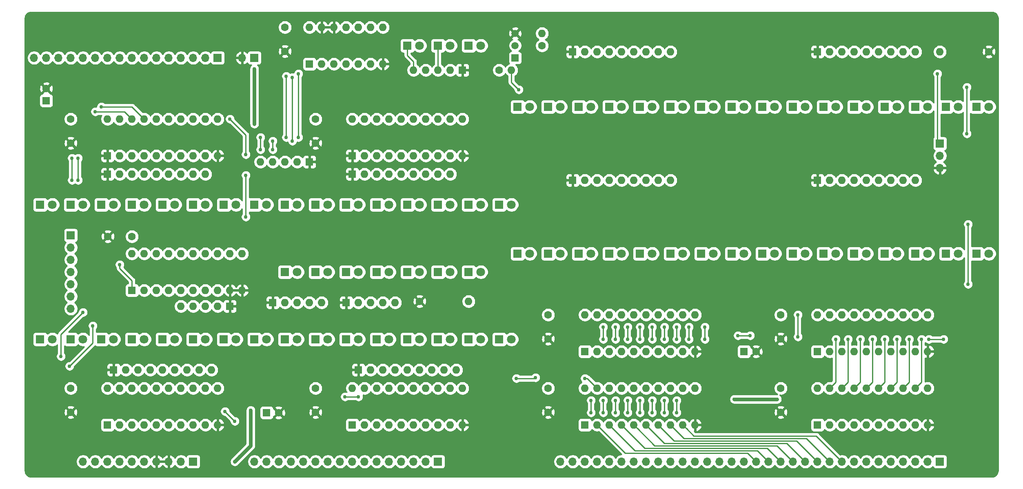
<source format=gbl>
G04 #@! TF.GenerationSoftware,KiCad,Pcbnew,(5.1.5)-3*
G04 #@! TF.CreationDate,2022-12-08T22:02:19-08:00*
G04 #@! TF.ProjectId,cpu_status,6370755f-7374-4617-9475-732e6b696361,rev?*
G04 #@! TF.SameCoordinates,Original*
G04 #@! TF.FileFunction,Copper,L2,Bot*
G04 #@! TF.FilePolarity,Positive*
%FSLAX46Y46*%
G04 Gerber Fmt 4.6, Leading zero omitted, Abs format (unit mm)*
G04 Created by KiCad (PCBNEW (5.1.5)-3) date 2022-12-08 22:02:19*
%MOMM*%
%LPD*%
G04 APERTURE LIST*
%ADD10O,1.600000X1.600000*%
%ADD11R,1.600000X1.600000*%
%ADD12C,1.600000*%
%ADD13R,1.500000X1.500000*%
%ADD14C,1.500000*%
%ADD15O,1.700000X1.700000*%
%ADD16R,1.700000X1.700000*%
%ADD17R,1.800000X1.800000*%
%ADD18C,1.800000*%
%ADD19C,0.762000*%
%ADD20C,0.762000*%
%ADD21C,0.254000*%
G04 APERTURE END LIST*
D10*
X73660000Y-101600000D03*
X96520000Y-109220000D03*
X76200000Y-101600000D03*
X93980000Y-109220000D03*
X78740000Y-101600000D03*
X91440000Y-109220000D03*
X81280000Y-101600000D03*
X88900000Y-109220000D03*
X83820000Y-101600000D03*
X86360000Y-109220000D03*
X86360000Y-101600000D03*
X83820000Y-109220000D03*
X88900000Y-101600000D03*
X81280000Y-109220000D03*
X91440000Y-101600000D03*
X78740000Y-109220000D03*
X93980000Y-101600000D03*
X76200000Y-109220000D03*
X96520000Y-101600000D03*
D11*
X73660000Y-109220000D03*
D10*
X110490000Y-54610000D03*
X125730000Y-62230000D03*
X113030000Y-54610000D03*
X123190000Y-62230000D03*
X115570000Y-54610000D03*
X120650000Y-62230000D03*
X118110000Y-54610000D03*
X118110000Y-62230000D03*
X120650000Y-54610000D03*
X115570000Y-62230000D03*
X123190000Y-54610000D03*
X113030000Y-62230000D03*
X125730000Y-54610000D03*
D11*
X110490000Y-62230000D03*
D10*
X215900000Y-129540000D03*
X238760000Y-137160000D03*
X218440000Y-129540000D03*
X236220000Y-137160000D03*
X220980000Y-129540000D03*
X233680000Y-137160000D03*
X223520000Y-129540000D03*
X231140000Y-137160000D03*
X226060000Y-129540000D03*
X228600000Y-137160000D03*
X228600000Y-129540000D03*
X226060000Y-137160000D03*
X231140000Y-129540000D03*
X223520000Y-137160000D03*
X233680000Y-129540000D03*
X220980000Y-137160000D03*
X236220000Y-129540000D03*
X218440000Y-137160000D03*
X238760000Y-129540000D03*
D11*
X215900000Y-137160000D03*
D10*
X167640000Y-129540000D03*
X190500000Y-137160000D03*
X170180000Y-129540000D03*
X187960000Y-137160000D03*
X172720000Y-129540000D03*
X185420000Y-137160000D03*
X175260000Y-129540000D03*
X182880000Y-137160000D03*
X177800000Y-129540000D03*
X180340000Y-137160000D03*
X180340000Y-129540000D03*
X177800000Y-137160000D03*
X182880000Y-129540000D03*
X175260000Y-137160000D03*
X185420000Y-129540000D03*
X172720000Y-137160000D03*
X187960000Y-129540000D03*
X170180000Y-137160000D03*
X190500000Y-129540000D03*
D11*
X167640000Y-137160000D03*
D10*
X215900000Y-114300000D03*
X238760000Y-121920000D03*
X218440000Y-114300000D03*
X236220000Y-121920000D03*
X220980000Y-114300000D03*
X233680000Y-121920000D03*
X223520000Y-114300000D03*
X231140000Y-121920000D03*
X226060000Y-114300000D03*
X228600000Y-121920000D03*
X228600000Y-114300000D03*
X226060000Y-121920000D03*
X231140000Y-114300000D03*
X223520000Y-121920000D03*
X233680000Y-114300000D03*
X220980000Y-121920000D03*
X236220000Y-114300000D03*
X218440000Y-121920000D03*
X238760000Y-114300000D03*
D11*
X215900000Y-121920000D03*
D10*
X167640000Y-114300000D03*
X190500000Y-121920000D03*
X170180000Y-114300000D03*
X187960000Y-121920000D03*
X172720000Y-114300000D03*
X185420000Y-121920000D03*
X175260000Y-114300000D03*
X182880000Y-121920000D03*
X177800000Y-114300000D03*
X180340000Y-121920000D03*
X180340000Y-114300000D03*
X177800000Y-121920000D03*
X182880000Y-114300000D03*
X175260000Y-121920000D03*
X185420000Y-114300000D03*
X172720000Y-121920000D03*
X187960000Y-114300000D03*
X170180000Y-121920000D03*
X190500000Y-114300000D03*
D11*
X167640000Y-121920000D03*
D10*
X119380000Y-73660000D03*
X142240000Y-81280000D03*
X121920000Y-73660000D03*
X139700000Y-81280000D03*
X124460000Y-73660000D03*
X137160000Y-81280000D03*
X127000000Y-73660000D03*
X134620000Y-81280000D03*
X129540000Y-73660000D03*
X132080000Y-81280000D03*
X132080000Y-73660000D03*
X129540000Y-81280000D03*
X134620000Y-73660000D03*
X127000000Y-81280000D03*
X137160000Y-73660000D03*
X124460000Y-81280000D03*
X139700000Y-73660000D03*
X121920000Y-81280000D03*
X142240000Y-73660000D03*
D11*
X119380000Y-81280000D03*
D10*
X68580000Y-73660000D03*
X91440000Y-81280000D03*
X71120000Y-73660000D03*
X88900000Y-81280000D03*
X73660000Y-73660000D03*
X86360000Y-81280000D03*
X76200000Y-73660000D03*
X83820000Y-81280000D03*
X78740000Y-73660000D03*
X81280000Y-81280000D03*
X81280000Y-73660000D03*
X78740000Y-81280000D03*
X83820000Y-73660000D03*
X76200000Y-81280000D03*
X86360000Y-73660000D03*
X73660000Y-81280000D03*
X88900000Y-73660000D03*
X71120000Y-81280000D03*
X91440000Y-73660000D03*
D11*
X68580000Y-81280000D03*
D10*
X119380000Y-129540000D03*
X142240000Y-137160000D03*
X121920000Y-129540000D03*
X139700000Y-137160000D03*
X124460000Y-129540000D03*
X137160000Y-137160000D03*
X127000000Y-129540000D03*
X134620000Y-137160000D03*
X129540000Y-129540000D03*
X132080000Y-137160000D03*
X132080000Y-129540000D03*
X129540000Y-137160000D03*
X134620000Y-129540000D03*
X127000000Y-137160000D03*
X137160000Y-129540000D03*
X124460000Y-137160000D03*
X139700000Y-129540000D03*
X121920000Y-137160000D03*
X142240000Y-129540000D03*
D11*
X119380000Y-137160000D03*
D10*
X68580000Y-129540000D03*
X91440000Y-137160000D03*
X71120000Y-129540000D03*
X88900000Y-137160000D03*
X73660000Y-129540000D03*
X86360000Y-137160000D03*
X76200000Y-129540000D03*
X83820000Y-137160000D03*
X78740000Y-129540000D03*
X81280000Y-137160000D03*
X81280000Y-129540000D03*
X78740000Y-137160000D03*
X83820000Y-129540000D03*
X76200000Y-137160000D03*
X86360000Y-129540000D03*
X73660000Y-137160000D03*
X88900000Y-129540000D03*
X71120000Y-137160000D03*
X91440000Y-129540000D03*
D11*
X68580000Y-137160000D03*
D10*
X143510000Y-111506000D03*
D12*
X133350000Y-111506000D03*
D10*
X113030000Y-111760000D03*
X110490000Y-111760000D03*
X107950000Y-111760000D03*
X105410000Y-111760000D03*
D11*
X102870000Y-111760000D03*
D10*
X132080000Y-63500000D03*
X134620000Y-63500000D03*
X137160000Y-63500000D03*
X139700000Y-63500000D03*
D11*
X142240000Y-63500000D03*
X118110000Y-111760000D03*
D10*
X120650000Y-111760000D03*
X123190000Y-111760000D03*
X125730000Y-111760000D03*
X128270000Y-111760000D03*
X100330000Y-82550000D03*
X102870000Y-82550000D03*
X105410000Y-82550000D03*
X107950000Y-82550000D03*
D11*
X110490000Y-82550000D03*
D10*
X83820000Y-112522000D03*
X86360000Y-112522000D03*
X88900000Y-112522000D03*
X91440000Y-112522000D03*
D11*
X93980000Y-112522000D03*
D13*
X153162000Y-60960000D03*
D14*
X153162000Y-55880000D03*
X153162000Y-58420000D03*
D15*
X60960000Y-113030000D03*
X60960000Y-110490000D03*
X60960000Y-107950000D03*
X60960000Y-105410000D03*
X60960000Y-102870000D03*
X60960000Y-100330000D03*
D16*
X60960000Y-97790000D03*
D12*
X105410000Y-59610000D03*
X105410000Y-54610000D03*
D10*
X152400000Y-63500000D03*
D12*
X149860000Y-63500000D03*
D10*
X158750000Y-55880000D03*
D12*
X158750000Y-58420000D03*
D17*
X130810000Y-58420000D03*
D18*
X133350000Y-58420000D03*
D17*
X137160000Y-58420000D03*
D18*
X139700000Y-58420000D03*
D17*
X143510000Y-58420000D03*
D18*
X146050000Y-58420000D03*
D10*
X241300000Y-59690000D03*
D12*
X251460000Y-59690000D03*
D17*
X143510000Y-105410000D03*
D18*
X146050000Y-105410000D03*
D17*
X137160000Y-105410000D03*
D18*
X139700000Y-105410000D03*
D17*
X130810000Y-105410000D03*
D18*
X133350000Y-105410000D03*
D17*
X124460000Y-105410000D03*
D18*
X127000000Y-105410000D03*
D17*
X118110000Y-105410000D03*
D18*
X120650000Y-105410000D03*
D17*
X111760000Y-105410000D03*
D18*
X114300000Y-105410000D03*
D17*
X105410000Y-105410000D03*
D18*
X107950000Y-105410000D03*
D12*
X68660000Y-98044000D03*
X73660000Y-98044000D03*
D10*
X139700000Y-85090000D03*
X137160000Y-85090000D03*
X134620000Y-85090000D03*
X132080000Y-85090000D03*
X129540000Y-85090000D03*
X127000000Y-85090000D03*
X124460000Y-85090000D03*
X121920000Y-85090000D03*
D11*
X119380000Y-85090000D03*
D17*
X248920000Y-101600000D03*
D18*
X251460000Y-101600000D03*
D17*
X242570000Y-101600000D03*
D18*
X245110000Y-101600000D03*
D17*
X236220000Y-101600000D03*
D18*
X238760000Y-101600000D03*
D17*
X229870000Y-101600000D03*
D18*
X232410000Y-101600000D03*
D17*
X223520000Y-101600000D03*
D18*
X226060000Y-101600000D03*
D17*
X217170000Y-101600000D03*
D18*
X219710000Y-101600000D03*
D17*
X210820000Y-101600000D03*
D18*
X213360000Y-101600000D03*
D17*
X204470000Y-101600000D03*
D18*
X207010000Y-101600000D03*
D17*
X198120000Y-101600000D03*
D18*
X200660000Y-101600000D03*
D17*
X191770000Y-101600000D03*
D18*
X194310000Y-101600000D03*
D17*
X185420000Y-101600000D03*
D18*
X187960000Y-101600000D03*
D17*
X179070000Y-101600000D03*
D18*
X181610000Y-101600000D03*
D17*
X172720000Y-101600000D03*
D18*
X175260000Y-101600000D03*
D17*
X166370000Y-101600000D03*
D18*
X168910000Y-101600000D03*
D17*
X160020000Y-101600000D03*
D18*
X162560000Y-101600000D03*
D17*
X153670000Y-101600000D03*
D18*
X156210000Y-101600000D03*
D17*
X248920000Y-71120000D03*
D18*
X251460000Y-71120000D03*
D17*
X242570000Y-71120000D03*
D18*
X245110000Y-71120000D03*
D17*
X236220000Y-71120000D03*
D18*
X238760000Y-71120000D03*
D17*
X229870000Y-71120000D03*
D18*
X232410000Y-71120000D03*
D17*
X223520000Y-71120000D03*
D18*
X226060000Y-71120000D03*
D17*
X217170000Y-71120000D03*
D18*
X219710000Y-71120000D03*
D17*
X210820000Y-71120000D03*
D18*
X213360000Y-71120000D03*
D17*
X204470000Y-71120000D03*
D18*
X207010000Y-71120000D03*
D17*
X198120000Y-71120000D03*
D18*
X200660000Y-71120000D03*
D17*
X191770000Y-71120000D03*
D18*
X194310000Y-71120000D03*
D17*
X185420000Y-71120000D03*
D18*
X187960000Y-71120000D03*
D17*
X179070000Y-71120000D03*
D18*
X181610000Y-71120000D03*
D17*
X172720000Y-71120000D03*
D18*
X175260000Y-71120000D03*
D17*
X166370000Y-71120000D03*
D18*
X168910000Y-71120000D03*
D17*
X160020000Y-71120000D03*
D18*
X162560000Y-71120000D03*
D17*
X153670000Y-71120000D03*
D18*
X156210000Y-71120000D03*
D17*
X149860000Y-119380000D03*
D18*
X152400000Y-119380000D03*
D17*
X143510000Y-119380000D03*
D18*
X146050000Y-119380000D03*
D17*
X137160000Y-119380000D03*
D18*
X139700000Y-119380000D03*
D17*
X130810000Y-119380000D03*
D18*
X133350000Y-119380000D03*
D17*
X124460000Y-119380000D03*
D18*
X127000000Y-119380000D03*
D17*
X118110000Y-119380000D03*
D18*
X120650000Y-119380000D03*
D17*
X111760000Y-119380000D03*
D18*
X114300000Y-119380000D03*
D17*
X105410000Y-119380000D03*
D18*
X107950000Y-119380000D03*
D17*
X99060000Y-119380000D03*
D18*
X101600000Y-119380000D03*
D17*
X92710000Y-119380000D03*
D18*
X95250000Y-119380000D03*
D17*
X86360000Y-119380000D03*
D18*
X88900000Y-119380000D03*
D17*
X80010000Y-119380000D03*
D18*
X82550000Y-119380000D03*
D17*
X73660000Y-119380000D03*
D18*
X76200000Y-119380000D03*
D17*
X67310000Y-119380000D03*
D18*
X69850000Y-119380000D03*
D17*
X60960000Y-119380000D03*
D18*
X63500000Y-119380000D03*
D17*
X54610000Y-119380000D03*
D18*
X57150000Y-119380000D03*
D17*
X149860000Y-91440000D03*
D18*
X152400000Y-91440000D03*
D17*
X143510000Y-91440000D03*
D18*
X146050000Y-91440000D03*
D17*
X137160000Y-91440000D03*
D18*
X139700000Y-91440000D03*
D17*
X130810000Y-91440000D03*
D18*
X133350000Y-91440000D03*
D17*
X124460000Y-91440000D03*
D18*
X127000000Y-91440000D03*
D17*
X118110000Y-91440000D03*
D18*
X120650000Y-91440000D03*
D17*
X111760000Y-91440000D03*
D18*
X114300000Y-91440000D03*
D17*
X105410000Y-91440000D03*
D18*
X107950000Y-91440000D03*
D17*
X99060000Y-91440000D03*
D18*
X101600000Y-91440000D03*
D17*
X92710000Y-91440000D03*
D18*
X95250000Y-91440000D03*
D17*
X86360000Y-91440000D03*
D18*
X88900000Y-91440000D03*
D17*
X80010000Y-91440000D03*
D18*
X82550000Y-91440000D03*
D17*
X73660000Y-91440000D03*
D18*
X76200000Y-91440000D03*
D17*
X67310000Y-91440000D03*
D18*
X69850000Y-91440000D03*
D17*
X60960000Y-91440000D03*
D18*
X63500000Y-91440000D03*
D17*
X54610000Y-91440000D03*
D18*
X57150000Y-91440000D03*
D15*
X96520000Y-60960000D03*
D16*
X99060000Y-60960000D03*
D15*
X241300000Y-83820000D03*
X241300000Y-81280000D03*
D16*
X241300000Y-78740000D03*
D15*
X162560000Y-144780000D03*
X165100000Y-144780000D03*
X167640000Y-144780000D03*
X170180000Y-144780000D03*
X172720000Y-144780000D03*
X175260000Y-144780000D03*
X177800000Y-144780000D03*
X180340000Y-144780000D03*
X182880000Y-144780000D03*
X185420000Y-144780000D03*
X187960000Y-144780000D03*
X190500000Y-144780000D03*
X193040000Y-144780000D03*
X195580000Y-144780000D03*
X198120000Y-144780000D03*
X200660000Y-144780000D03*
X203200000Y-144780000D03*
X205740000Y-144780000D03*
X208280000Y-144780000D03*
X210820000Y-144780000D03*
X213360000Y-144780000D03*
X215900000Y-144780000D03*
X218440000Y-144780000D03*
X220980000Y-144780000D03*
X223520000Y-144780000D03*
X226060000Y-144780000D03*
X228600000Y-144780000D03*
X231140000Y-144780000D03*
X233680000Y-144780000D03*
X236220000Y-144780000D03*
X238760000Y-144780000D03*
D16*
X241300000Y-144780000D03*
X137160000Y-144780000D03*
D15*
X134620000Y-144780000D03*
X132080000Y-144780000D03*
X129540000Y-144780000D03*
X127000000Y-144780000D03*
X124460000Y-144780000D03*
X121920000Y-144780000D03*
X119380000Y-144780000D03*
X116840000Y-144780000D03*
X114300000Y-144780000D03*
X111760000Y-144780000D03*
X109220000Y-144780000D03*
X106680000Y-144780000D03*
X104140000Y-144780000D03*
X101600000Y-144780000D03*
X99060000Y-144780000D03*
D16*
X86360000Y-144780000D03*
D15*
X83820000Y-144780000D03*
X81280000Y-144780000D03*
X78740000Y-144780000D03*
X76200000Y-144780000D03*
X73660000Y-144780000D03*
X71120000Y-144780000D03*
X68580000Y-144780000D03*
X66040000Y-144780000D03*
X63500000Y-144780000D03*
D10*
X236220000Y-86360000D03*
X233680000Y-86360000D03*
X231140000Y-86360000D03*
X228600000Y-86360000D03*
X226060000Y-86360000D03*
X223520000Y-86360000D03*
X220980000Y-86360000D03*
X218440000Y-86360000D03*
D11*
X215900000Y-86360000D03*
D10*
X185420000Y-86360000D03*
X182880000Y-86360000D03*
X180340000Y-86360000D03*
X177800000Y-86360000D03*
X175260000Y-86360000D03*
X172720000Y-86360000D03*
X170180000Y-86360000D03*
X167640000Y-86360000D03*
D11*
X165100000Y-86360000D03*
D10*
X236220000Y-59690000D03*
X233680000Y-59690000D03*
X231140000Y-59690000D03*
X228600000Y-59690000D03*
X226060000Y-59690000D03*
X223520000Y-59690000D03*
X220980000Y-59690000D03*
X218440000Y-59690000D03*
D11*
X215900000Y-59690000D03*
D10*
X185420000Y-59690000D03*
X182880000Y-59690000D03*
X180340000Y-59690000D03*
X177800000Y-59690000D03*
X175260000Y-59690000D03*
X172720000Y-59690000D03*
X170180000Y-59690000D03*
X167640000Y-59690000D03*
D11*
X165100000Y-59690000D03*
D10*
X140970000Y-125730000D03*
X138430000Y-125730000D03*
X135890000Y-125730000D03*
X133350000Y-125730000D03*
X130810000Y-125730000D03*
X128270000Y-125730000D03*
X125730000Y-125730000D03*
X123190000Y-125730000D03*
D11*
X120650000Y-125730000D03*
D10*
X90170000Y-125730000D03*
X87630000Y-125730000D03*
X85090000Y-125730000D03*
X82550000Y-125730000D03*
X80010000Y-125730000D03*
X77470000Y-125730000D03*
X74930000Y-125730000D03*
X72390000Y-125730000D03*
D11*
X69850000Y-125730000D03*
D10*
X88900000Y-85090000D03*
X86360000Y-85090000D03*
X83820000Y-85090000D03*
X81280000Y-85090000D03*
X78740000Y-85090000D03*
X76200000Y-85090000D03*
X73660000Y-85090000D03*
X71120000Y-85090000D03*
D11*
X68580000Y-85090000D03*
D15*
X53340000Y-60960000D03*
X55880000Y-60960000D03*
X58420000Y-60960000D03*
X60960000Y-60960000D03*
X63500000Y-60960000D03*
X66040000Y-60960000D03*
X68580000Y-60960000D03*
X71120000Y-60960000D03*
X73660000Y-60960000D03*
X76200000Y-60960000D03*
X78740000Y-60960000D03*
X81280000Y-60960000D03*
X83820000Y-60960000D03*
X86360000Y-60960000D03*
X88900000Y-60960000D03*
D16*
X91440000Y-60960000D03*
D12*
X55880000Y-67350000D03*
D11*
X55880000Y-69850000D03*
D12*
X203160000Y-121920000D03*
D11*
X200660000Y-121920000D03*
D12*
X104100000Y-134620000D03*
D11*
X101600000Y-134620000D03*
D12*
X208280000Y-134540000D03*
X208280000Y-129540000D03*
X160020000Y-134540000D03*
X160020000Y-129540000D03*
X208280000Y-119300000D03*
X208280000Y-114300000D03*
X160020000Y-119300000D03*
X160020000Y-114300000D03*
X111760000Y-134540000D03*
X111760000Y-129540000D03*
X60960000Y-134540000D03*
X60960000Y-129540000D03*
X60960000Y-78660000D03*
X60960000Y-73660000D03*
X111760000Y-78660000D03*
X111760000Y-73660000D03*
D19*
X199898000Y-131826000D03*
X198628000Y-131826000D03*
X207518000Y-131826000D03*
X206248000Y-131826000D03*
X99059994Y-63246000D03*
X99060000Y-64516000D03*
X211836000Y-118872000D03*
X211836000Y-114300000D03*
X240792000Y-64262000D03*
X71120000Y-103886000D03*
X94996000Y-144780000D03*
X98298000Y-135382000D03*
X98298000Y-134112000D03*
X96012000Y-143764000D03*
X99060000Y-74676000D03*
X99060000Y-73406000D03*
X153923964Y-67564000D03*
X168910000Y-134620000D03*
X168910000Y-132080000D03*
X171450000Y-132080000D03*
X171450000Y-134620000D03*
X173990000Y-134620000D03*
X173990000Y-132080000D03*
X176530000Y-132080000D03*
X176530000Y-134620000D03*
X179070000Y-134620000D03*
X179070000Y-132080000D03*
X181610000Y-132080000D03*
X181610000Y-134620000D03*
X184150000Y-132080000D03*
X184150000Y-134620000D03*
X186690000Y-132080000D03*
X186690000Y-134620000D03*
X60706002Y-124968000D03*
X65532000Y-116586000D03*
X63500000Y-113792000D03*
X58928000Y-122936000D03*
X94996000Y-136398000D03*
X92964000Y-134366000D03*
X66040000Y-72136000D03*
X67310000Y-71120000D03*
X173990000Y-116840000D03*
X173990000Y-119380000D03*
X176530000Y-119380000D03*
X176530000Y-116840000D03*
X179070000Y-116840000D03*
X179070000Y-119380000D03*
X181610000Y-116840000D03*
X181610000Y-119380000D03*
X184150000Y-116840000D03*
X184150000Y-119380000D03*
X186690000Y-116840000D03*
X186690000Y-119380000D03*
X189230000Y-116840000D03*
X189230000Y-119380000D03*
X192532000Y-119380000D03*
X192532000Y-116840000D03*
X222250000Y-119380000D03*
X224790000Y-119380000D03*
X227330000Y-119380000D03*
X229870000Y-119380000D03*
X232410000Y-119380000D03*
X234950000Y-119380000D03*
X237490000Y-119380000D03*
X171450000Y-119380000D03*
X171450000Y-116840000D03*
X219710000Y-119380000D03*
X239014000Y-119380000D03*
X247142000Y-95504000D03*
X167640000Y-127508000D03*
X153416000Y-127508000D03*
X201930000Y-118618000D03*
X199390000Y-118618000D03*
X247142000Y-107950000D03*
X242062000Y-119379990D03*
X157398244Y-127335756D03*
X120650000Y-131318000D03*
X117856000Y-131317996D03*
X246888000Y-67056000D03*
X93980000Y-73660000D03*
X97282000Y-93980000D03*
X97282000Y-85344000D03*
X97282000Y-81026000D03*
X246888000Y-76708000D03*
X61214000Y-86360000D03*
X61214000Y-86360000D03*
X61214000Y-81788000D03*
X106934000Y-78232000D03*
X106934000Y-65024000D03*
X102870000Y-80010000D03*
X102870000Y-78232000D03*
X105664000Y-77470000D03*
X105664006Y-64770000D03*
X100330000Y-80010000D03*
X100330000Y-77470000D03*
X108204000Y-77470000D03*
X62484000Y-86360000D03*
X62484000Y-81788000D03*
X108204000Y-64262000D03*
D20*
X206248000Y-131826000D02*
X207518000Y-131826000D01*
X198628000Y-131826000D02*
X206248000Y-131826000D01*
X99060000Y-63246006D02*
X99059994Y-63246000D01*
X99060000Y-64516000D02*
X99060000Y-63246006D01*
D21*
X211836000Y-118872000D02*
X211836000Y-114300000D01*
X240792000Y-78232000D02*
X240792000Y-64262000D01*
X241300000Y-78740000D02*
X240792000Y-78232000D01*
X240792000Y-64262000D02*
X240792000Y-64262000D01*
X71120000Y-104648000D02*
X71120000Y-103886000D01*
X73660000Y-109220000D02*
X73660000Y-107188000D01*
X73660000Y-107188000D02*
X71120000Y-104648000D01*
X71120000Y-103886000D02*
X71120000Y-103886000D01*
D20*
X96392999Y-143383001D02*
X96012000Y-143764000D01*
X98298000Y-134112000D02*
X98298000Y-141478000D01*
X94996000Y-144780000D02*
X96012000Y-143764000D01*
X98298000Y-141478000D02*
X96392999Y-143383001D01*
X99060000Y-64516000D02*
X99060000Y-73406000D01*
X99060000Y-74676000D02*
X99060000Y-73406000D01*
D21*
X152400000Y-63500000D02*
X152400000Y-66040000D01*
X153923964Y-67563964D02*
X153923964Y-67564000D01*
X152400000Y-66040000D02*
X153923964Y-67563964D01*
X168910000Y-134620000D02*
X168910000Y-132080000D01*
X171450000Y-134620000D02*
X171450000Y-132080000D01*
X173990000Y-134620000D02*
X173990000Y-132080000D01*
X176530000Y-134620000D02*
X176530000Y-132080000D01*
X179070000Y-134620000D02*
X179070000Y-132080000D01*
X181610000Y-134620000D02*
X181610000Y-132080000D01*
X184150000Y-134620000D02*
X184150000Y-132080000D01*
X186690000Y-134620000D02*
X186690000Y-132080000D01*
X176022000Y-143002000D02*
X170180000Y-137160000D01*
X202350001Y-143930001D02*
X201422000Y-143002000D01*
X203200000Y-144780000D02*
X202350001Y-143930001D01*
X201422000Y-143002000D02*
X176022000Y-143002000D01*
X172720000Y-137160000D02*
X178054000Y-142494000D01*
X205740000Y-144780000D02*
X204890001Y-143930001D01*
X178054000Y-142494000D02*
X203454000Y-142494000D01*
X204890001Y-143930001D02*
X203454000Y-142494000D01*
X208280000Y-144780000D02*
X205486000Y-141986000D01*
X205486000Y-141986000D02*
X180086000Y-141986000D01*
X180086000Y-141986000D02*
X175260000Y-137160000D01*
X177800000Y-137160000D02*
X178599999Y-137959999D01*
X178599999Y-137959999D02*
X182118000Y-141478000D01*
X182118000Y-141478000D02*
X207518000Y-141478000D01*
X207518000Y-141478000D02*
X210820000Y-144780000D01*
X213360000Y-144780000D02*
X209550000Y-140970000D01*
X209550000Y-140970000D02*
X207264000Y-140970000D01*
X207264000Y-140970000D02*
X193548000Y-140970000D01*
X193548000Y-140970000D02*
X184150000Y-140970000D01*
X184150000Y-140970000D02*
X180340000Y-137160000D01*
X211582000Y-140462000D02*
X215900000Y-144780000D01*
X182880000Y-137160000D02*
X186182000Y-140462000D01*
X186182000Y-140462000D02*
X211582000Y-140462000D01*
X188214000Y-139954000D02*
X185420000Y-137160000D01*
X217590001Y-143930001D02*
X213614000Y-139954000D01*
X218440000Y-144780000D02*
X217590001Y-143930001D01*
X213614000Y-139954000D02*
X188214000Y-139954000D01*
X187960000Y-137160000D02*
X188759999Y-137959999D01*
X188759999Y-137959999D02*
X190246000Y-139446000D01*
X220980000Y-144780000D02*
X220130001Y-143930001D01*
X220130001Y-143930001D02*
X215646000Y-139446000D01*
X190246000Y-139446000D02*
X215646000Y-139446000D01*
X60706002Y-124968000D02*
X65532000Y-120142002D01*
X65532000Y-120142002D02*
X65532000Y-116586000D01*
X58928000Y-118364000D02*
X58928000Y-122397185D01*
X63500000Y-113792000D02*
X58928000Y-118364000D01*
X58928000Y-122397185D02*
X58928000Y-122936000D01*
X94996000Y-136398000D02*
X92964000Y-134366000D01*
X72136000Y-72136000D02*
X66040000Y-72136000D01*
X73660000Y-73660000D02*
X72136000Y-72136000D01*
X73660000Y-71120000D02*
X67310000Y-71120000D01*
X76200000Y-73660000D02*
X73660000Y-71120000D01*
X173990000Y-116840000D02*
X173990000Y-119380000D01*
X176530000Y-116840000D02*
X176530000Y-119380000D01*
X179070000Y-116840000D02*
X179070000Y-119380000D01*
X181610000Y-119380000D02*
X181610000Y-116840000D01*
X184150000Y-119380000D02*
X184150000Y-116840000D01*
X186690000Y-119380000D02*
X186690000Y-116840000D01*
X189230000Y-119380000D02*
X189230000Y-116840000D01*
X192532000Y-119380000D02*
X192532000Y-116840000D01*
X222250000Y-128270000D02*
X222250000Y-119380000D01*
X220980000Y-129540000D02*
X222250000Y-128270000D01*
X224790000Y-128270000D02*
X224790000Y-119380000D01*
X223520000Y-129540000D02*
X224790000Y-128270000D01*
X227330000Y-119918815D02*
X227330000Y-119380000D01*
X226060000Y-129540000D02*
X227330000Y-128270000D01*
X227330000Y-128270000D02*
X227330000Y-119918815D01*
X229870000Y-128270000D02*
X229870000Y-119380000D01*
X228600000Y-129540000D02*
X229870000Y-128270000D01*
X231140000Y-129540000D02*
X232410000Y-128270000D01*
X232410000Y-128270000D02*
X232410000Y-119380000D01*
X233680000Y-129540000D02*
X234950000Y-128270000D01*
X234950000Y-128270000D02*
X234950000Y-119380000D01*
X237490000Y-119918815D02*
X237490000Y-119380000D01*
X236220000Y-129540000D02*
X237490000Y-128270000D01*
X237490000Y-128270000D02*
X237490000Y-119918815D01*
X171450000Y-119380000D02*
X171450000Y-116840000D01*
X219710000Y-128270000D02*
X219710000Y-119380000D01*
X218440000Y-129540000D02*
X219710000Y-128270000D01*
X170180000Y-129540000D02*
X168148000Y-127508000D01*
X168148000Y-127508000D02*
X167640000Y-127508000D01*
X199390000Y-118618000D02*
X201930000Y-118618000D01*
X247142000Y-95504000D02*
X247142000Y-107188000D01*
X247142000Y-107188000D02*
X247142000Y-107950000D01*
X242061990Y-119380000D02*
X242062000Y-119379990D01*
X239014000Y-119380000D02*
X242061990Y-119380000D01*
X157226000Y-127508000D02*
X157398244Y-127335756D01*
X153416000Y-127508000D02*
X157226000Y-127508000D01*
X117856004Y-131318000D02*
X117856000Y-131317996D01*
X120650000Y-131318000D02*
X117856004Y-131318000D01*
X97282000Y-93980000D02*
X97282000Y-85344000D01*
X97282000Y-76962000D02*
X97282000Y-80487185D01*
X97282000Y-80487185D02*
X97282000Y-81026000D01*
X93980000Y-73660000D02*
X97282000Y-76962000D01*
X246888000Y-76708000D02*
X246888000Y-67056000D01*
X137160000Y-58420000D02*
X137160000Y-63500000D01*
X130810000Y-58420000D02*
X130810000Y-60452000D01*
X132080000Y-61722000D02*
X132080000Y-63500000D01*
X130810000Y-60452000D02*
X132080000Y-61722000D01*
X61214000Y-86360000D02*
X61214000Y-81788000D01*
X106934000Y-78232000D02*
X106934000Y-65024000D01*
X102870000Y-80010000D02*
X102870000Y-78232000D01*
X105664000Y-77470000D02*
X105664000Y-64770006D01*
X105664000Y-64770006D02*
X105664006Y-64770000D01*
X100330000Y-80010000D02*
X100330000Y-77470000D01*
X62484000Y-86360000D02*
X62484000Y-81788000D01*
X108204000Y-77470000D02*
X108204000Y-76931185D01*
X108204000Y-76931185D02*
X108204000Y-64262000D01*
G36*
X252336204Y-51486815D02*
G01*
X252568226Y-51556867D01*
X252782222Y-51670650D01*
X252970041Y-51823832D01*
X253124530Y-52010577D01*
X253239801Y-52223769D01*
X253311472Y-52455300D01*
X253340000Y-52726725D01*
X253340001Y-146652712D01*
X253313185Y-146926205D01*
X253243133Y-147158226D01*
X253129350Y-147372222D01*
X252976169Y-147560039D01*
X252789424Y-147714529D01*
X252576231Y-147829802D01*
X252344701Y-147901472D01*
X252073276Y-147930000D01*
X52737277Y-147930000D01*
X52463795Y-147903185D01*
X52231774Y-147833133D01*
X52017778Y-147719350D01*
X51829961Y-147566169D01*
X51675471Y-147379424D01*
X51560198Y-147166231D01*
X51488528Y-146934701D01*
X51460000Y-146663276D01*
X51460000Y-144633740D01*
X62015000Y-144633740D01*
X62015000Y-144926260D01*
X62072068Y-145213158D01*
X62184010Y-145483411D01*
X62346525Y-145726632D01*
X62553368Y-145933475D01*
X62796589Y-146095990D01*
X63066842Y-146207932D01*
X63353740Y-146265000D01*
X63646260Y-146265000D01*
X63933158Y-146207932D01*
X64203411Y-146095990D01*
X64446632Y-145933475D01*
X64653475Y-145726632D01*
X64770000Y-145552240D01*
X64886525Y-145726632D01*
X65093368Y-145933475D01*
X65336589Y-146095990D01*
X65606842Y-146207932D01*
X65893740Y-146265000D01*
X66186260Y-146265000D01*
X66473158Y-146207932D01*
X66743411Y-146095990D01*
X66986632Y-145933475D01*
X67193475Y-145726632D01*
X67310000Y-145552240D01*
X67426525Y-145726632D01*
X67633368Y-145933475D01*
X67876589Y-146095990D01*
X68146842Y-146207932D01*
X68433740Y-146265000D01*
X68726260Y-146265000D01*
X69013158Y-146207932D01*
X69283411Y-146095990D01*
X69526632Y-145933475D01*
X69733475Y-145726632D01*
X69850000Y-145552240D01*
X69966525Y-145726632D01*
X70173368Y-145933475D01*
X70416589Y-146095990D01*
X70686842Y-146207932D01*
X70973740Y-146265000D01*
X71266260Y-146265000D01*
X71553158Y-146207932D01*
X71823411Y-146095990D01*
X72066632Y-145933475D01*
X72273475Y-145726632D01*
X72390000Y-145552240D01*
X72506525Y-145726632D01*
X72713368Y-145933475D01*
X72956589Y-146095990D01*
X73226842Y-146207932D01*
X73513740Y-146265000D01*
X73806260Y-146265000D01*
X74093158Y-146207932D01*
X74363411Y-146095990D01*
X74606632Y-145933475D01*
X74813475Y-145726632D01*
X74930000Y-145552240D01*
X75046525Y-145726632D01*
X75253368Y-145933475D01*
X75496589Y-146095990D01*
X75766842Y-146207932D01*
X76053740Y-146265000D01*
X76346260Y-146265000D01*
X76633158Y-146207932D01*
X76903411Y-146095990D01*
X77146632Y-145933475D01*
X77353475Y-145726632D01*
X77475195Y-145544466D01*
X77544822Y-145661355D01*
X77739731Y-145877588D01*
X77973080Y-146051641D01*
X78235901Y-146176825D01*
X78383110Y-146221476D01*
X78613000Y-146100155D01*
X78613000Y-144907000D01*
X78867000Y-144907000D01*
X78867000Y-146100155D01*
X79096890Y-146221476D01*
X79244099Y-146176825D01*
X79506920Y-146051641D01*
X79740269Y-145877588D01*
X79935178Y-145661355D01*
X80010000Y-145535745D01*
X80084822Y-145661355D01*
X80279731Y-145877588D01*
X80513080Y-146051641D01*
X80775901Y-146176825D01*
X80923110Y-146221476D01*
X81153000Y-146100155D01*
X81153000Y-144907000D01*
X78867000Y-144907000D01*
X78613000Y-144907000D01*
X78593000Y-144907000D01*
X78593000Y-144653000D01*
X78613000Y-144653000D01*
X78613000Y-143459845D01*
X78867000Y-143459845D01*
X78867000Y-144653000D01*
X81153000Y-144653000D01*
X81153000Y-143459845D01*
X81407000Y-143459845D01*
X81407000Y-144653000D01*
X81427000Y-144653000D01*
X81427000Y-144907000D01*
X81407000Y-144907000D01*
X81407000Y-146100155D01*
X81636890Y-146221476D01*
X81784099Y-146176825D01*
X82046920Y-146051641D01*
X82280269Y-145877588D01*
X82475178Y-145661355D01*
X82544805Y-145544466D01*
X82666525Y-145726632D01*
X82873368Y-145933475D01*
X83116589Y-146095990D01*
X83386842Y-146207932D01*
X83673740Y-146265000D01*
X83966260Y-146265000D01*
X84253158Y-146207932D01*
X84523411Y-146095990D01*
X84766632Y-145933475D01*
X84898487Y-145801620D01*
X84920498Y-145874180D01*
X84979463Y-145984494D01*
X85058815Y-146081185D01*
X85155506Y-146160537D01*
X85265820Y-146219502D01*
X85385518Y-146255812D01*
X85510000Y-146268072D01*
X87210000Y-146268072D01*
X87334482Y-146255812D01*
X87454180Y-146219502D01*
X87564494Y-146160537D01*
X87661185Y-146081185D01*
X87740537Y-145984494D01*
X87799502Y-145874180D01*
X87835812Y-145754482D01*
X87848072Y-145630000D01*
X87848072Y-144780000D01*
X93975085Y-144780000D01*
X93980000Y-144829902D01*
X93980000Y-144880067D01*
X93989787Y-144929272D01*
X93994702Y-144979170D01*
X94009256Y-145027146D01*
X94019044Y-145076356D01*
X94038247Y-145122716D01*
X94052799Y-145170687D01*
X94076429Y-145214896D01*
X94095632Y-145261256D01*
X94123510Y-145302978D01*
X94147141Y-145347189D01*
X94178944Y-145385941D01*
X94206821Y-145427662D01*
X94242302Y-145463143D01*
X94274105Y-145501895D01*
X94312857Y-145533698D01*
X94348338Y-145569179D01*
X94390059Y-145597056D01*
X94428811Y-145628859D01*
X94473022Y-145652490D01*
X94514744Y-145680368D01*
X94561104Y-145699571D01*
X94605313Y-145723201D01*
X94653284Y-145737753D01*
X94699644Y-145756956D01*
X94748854Y-145766744D01*
X94796830Y-145781298D01*
X94846728Y-145786213D01*
X94895933Y-145796000D01*
X94946098Y-145796000D01*
X94996000Y-145800915D01*
X95045902Y-145796000D01*
X95096067Y-145796000D01*
X95145272Y-145786213D01*
X95195170Y-145781298D01*
X95243146Y-145766744D01*
X95292356Y-145756956D01*
X95338716Y-145737753D01*
X95386687Y-145723201D01*
X95430896Y-145699571D01*
X95477256Y-145680368D01*
X95518978Y-145652490D01*
X95563189Y-145628859D01*
X95601942Y-145597055D01*
X95643662Y-145569179D01*
X95785179Y-145427662D01*
X95785181Y-145427659D01*
X96579100Y-144633740D01*
X97575000Y-144633740D01*
X97575000Y-144926260D01*
X97632068Y-145213158D01*
X97744010Y-145483411D01*
X97906525Y-145726632D01*
X98113368Y-145933475D01*
X98356589Y-146095990D01*
X98626842Y-146207932D01*
X98913740Y-146265000D01*
X99206260Y-146265000D01*
X99493158Y-146207932D01*
X99763411Y-146095990D01*
X100006632Y-145933475D01*
X100213475Y-145726632D01*
X100330000Y-145552240D01*
X100446525Y-145726632D01*
X100653368Y-145933475D01*
X100896589Y-146095990D01*
X101166842Y-146207932D01*
X101453740Y-146265000D01*
X101746260Y-146265000D01*
X102033158Y-146207932D01*
X102303411Y-146095990D01*
X102546632Y-145933475D01*
X102753475Y-145726632D01*
X102870000Y-145552240D01*
X102986525Y-145726632D01*
X103193368Y-145933475D01*
X103436589Y-146095990D01*
X103706842Y-146207932D01*
X103993740Y-146265000D01*
X104286260Y-146265000D01*
X104573158Y-146207932D01*
X104843411Y-146095990D01*
X105086632Y-145933475D01*
X105293475Y-145726632D01*
X105410000Y-145552240D01*
X105526525Y-145726632D01*
X105733368Y-145933475D01*
X105976589Y-146095990D01*
X106246842Y-146207932D01*
X106533740Y-146265000D01*
X106826260Y-146265000D01*
X107113158Y-146207932D01*
X107383411Y-146095990D01*
X107626632Y-145933475D01*
X107833475Y-145726632D01*
X107950000Y-145552240D01*
X108066525Y-145726632D01*
X108273368Y-145933475D01*
X108516589Y-146095990D01*
X108786842Y-146207932D01*
X109073740Y-146265000D01*
X109366260Y-146265000D01*
X109653158Y-146207932D01*
X109923411Y-146095990D01*
X110166632Y-145933475D01*
X110373475Y-145726632D01*
X110490000Y-145552240D01*
X110606525Y-145726632D01*
X110813368Y-145933475D01*
X111056589Y-146095990D01*
X111326842Y-146207932D01*
X111613740Y-146265000D01*
X111906260Y-146265000D01*
X112193158Y-146207932D01*
X112463411Y-146095990D01*
X112706632Y-145933475D01*
X112913475Y-145726632D01*
X113030000Y-145552240D01*
X113146525Y-145726632D01*
X113353368Y-145933475D01*
X113596589Y-146095990D01*
X113866842Y-146207932D01*
X114153740Y-146265000D01*
X114446260Y-146265000D01*
X114733158Y-146207932D01*
X115003411Y-146095990D01*
X115246632Y-145933475D01*
X115453475Y-145726632D01*
X115570000Y-145552240D01*
X115686525Y-145726632D01*
X115893368Y-145933475D01*
X116136589Y-146095990D01*
X116406842Y-146207932D01*
X116693740Y-146265000D01*
X116986260Y-146265000D01*
X117273158Y-146207932D01*
X117543411Y-146095990D01*
X117786632Y-145933475D01*
X117993475Y-145726632D01*
X118110000Y-145552240D01*
X118226525Y-145726632D01*
X118433368Y-145933475D01*
X118676589Y-146095990D01*
X118946842Y-146207932D01*
X119233740Y-146265000D01*
X119526260Y-146265000D01*
X119813158Y-146207932D01*
X120083411Y-146095990D01*
X120326632Y-145933475D01*
X120533475Y-145726632D01*
X120650000Y-145552240D01*
X120766525Y-145726632D01*
X120973368Y-145933475D01*
X121216589Y-146095990D01*
X121486842Y-146207932D01*
X121773740Y-146265000D01*
X122066260Y-146265000D01*
X122353158Y-146207932D01*
X122623411Y-146095990D01*
X122866632Y-145933475D01*
X123073475Y-145726632D01*
X123190000Y-145552240D01*
X123306525Y-145726632D01*
X123513368Y-145933475D01*
X123756589Y-146095990D01*
X124026842Y-146207932D01*
X124313740Y-146265000D01*
X124606260Y-146265000D01*
X124893158Y-146207932D01*
X125163411Y-146095990D01*
X125406632Y-145933475D01*
X125613475Y-145726632D01*
X125730000Y-145552240D01*
X125846525Y-145726632D01*
X126053368Y-145933475D01*
X126296589Y-146095990D01*
X126566842Y-146207932D01*
X126853740Y-146265000D01*
X127146260Y-146265000D01*
X127433158Y-146207932D01*
X127703411Y-146095990D01*
X127946632Y-145933475D01*
X128153475Y-145726632D01*
X128270000Y-145552240D01*
X128386525Y-145726632D01*
X128593368Y-145933475D01*
X128836589Y-146095990D01*
X129106842Y-146207932D01*
X129393740Y-146265000D01*
X129686260Y-146265000D01*
X129973158Y-146207932D01*
X130243411Y-146095990D01*
X130486632Y-145933475D01*
X130693475Y-145726632D01*
X130810000Y-145552240D01*
X130926525Y-145726632D01*
X131133368Y-145933475D01*
X131376589Y-146095990D01*
X131646842Y-146207932D01*
X131933740Y-146265000D01*
X132226260Y-146265000D01*
X132513158Y-146207932D01*
X132783411Y-146095990D01*
X133026632Y-145933475D01*
X133233475Y-145726632D01*
X133350000Y-145552240D01*
X133466525Y-145726632D01*
X133673368Y-145933475D01*
X133916589Y-146095990D01*
X134186842Y-146207932D01*
X134473740Y-146265000D01*
X134766260Y-146265000D01*
X135053158Y-146207932D01*
X135323411Y-146095990D01*
X135566632Y-145933475D01*
X135698487Y-145801620D01*
X135720498Y-145874180D01*
X135779463Y-145984494D01*
X135858815Y-146081185D01*
X135955506Y-146160537D01*
X136065820Y-146219502D01*
X136185518Y-146255812D01*
X136310000Y-146268072D01*
X138010000Y-146268072D01*
X138134482Y-146255812D01*
X138254180Y-146219502D01*
X138364494Y-146160537D01*
X138461185Y-146081185D01*
X138540537Y-145984494D01*
X138599502Y-145874180D01*
X138635812Y-145754482D01*
X138648072Y-145630000D01*
X138648072Y-144633740D01*
X161075000Y-144633740D01*
X161075000Y-144926260D01*
X161132068Y-145213158D01*
X161244010Y-145483411D01*
X161406525Y-145726632D01*
X161613368Y-145933475D01*
X161856589Y-146095990D01*
X162126842Y-146207932D01*
X162413740Y-146265000D01*
X162706260Y-146265000D01*
X162993158Y-146207932D01*
X163263411Y-146095990D01*
X163506632Y-145933475D01*
X163713475Y-145726632D01*
X163830000Y-145552240D01*
X163946525Y-145726632D01*
X164153368Y-145933475D01*
X164396589Y-146095990D01*
X164666842Y-146207932D01*
X164953740Y-146265000D01*
X165246260Y-146265000D01*
X165533158Y-146207932D01*
X165803411Y-146095990D01*
X166046632Y-145933475D01*
X166253475Y-145726632D01*
X166370000Y-145552240D01*
X166486525Y-145726632D01*
X166693368Y-145933475D01*
X166936589Y-146095990D01*
X167206842Y-146207932D01*
X167493740Y-146265000D01*
X167786260Y-146265000D01*
X168073158Y-146207932D01*
X168343411Y-146095990D01*
X168586632Y-145933475D01*
X168793475Y-145726632D01*
X168910000Y-145552240D01*
X169026525Y-145726632D01*
X169233368Y-145933475D01*
X169476589Y-146095990D01*
X169746842Y-146207932D01*
X170033740Y-146265000D01*
X170326260Y-146265000D01*
X170613158Y-146207932D01*
X170883411Y-146095990D01*
X171126632Y-145933475D01*
X171333475Y-145726632D01*
X171450000Y-145552240D01*
X171566525Y-145726632D01*
X171773368Y-145933475D01*
X172016589Y-146095990D01*
X172286842Y-146207932D01*
X172573740Y-146265000D01*
X172866260Y-146265000D01*
X173153158Y-146207932D01*
X173423411Y-146095990D01*
X173666632Y-145933475D01*
X173873475Y-145726632D01*
X173990000Y-145552240D01*
X174106525Y-145726632D01*
X174313368Y-145933475D01*
X174556589Y-146095990D01*
X174826842Y-146207932D01*
X175113740Y-146265000D01*
X175406260Y-146265000D01*
X175693158Y-146207932D01*
X175963411Y-146095990D01*
X176206632Y-145933475D01*
X176413475Y-145726632D01*
X176530000Y-145552240D01*
X176646525Y-145726632D01*
X176853368Y-145933475D01*
X177096589Y-146095990D01*
X177366842Y-146207932D01*
X177653740Y-146265000D01*
X177946260Y-146265000D01*
X178233158Y-146207932D01*
X178503411Y-146095990D01*
X178746632Y-145933475D01*
X178953475Y-145726632D01*
X179070000Y-145552240D01*
X179186525Y-145726632D01*
X179393368Y-145933475D01*
X179636589Y-146095990D01*
X179906842Y-146207932D01*
X180193740Y-146265000D01*
X180486260Y-146265000D01*
X180773158Y-146207932D01*
X181043411Y-146095990D01*
X181286632Y-145933475D01*
X181493475Y-145726632D01*
X181610000Y-145552240D01*
X181726525Y-145726632D01*
X181933368Y-145933475D01*
X182176589Y-146095990D01*
X182446842Y-146207932D01*
X182733740Y-146265000D01*
X183026260Y-146265000D01*
X183313158Y-146207932D01*
X183583411Y-146095990D01*
X183826632Y-145933475D01*
X184033475Y-145726632D01*
X184150000Y-145552240D01*
X184266525Y-145726632D01*
X184473368Y-145933475D01*
X184716589Y-146095990D01*
X184986842Y-146207932D01*
X185273740Y-146265000D01*
X185566260Y-146265000D01*
X185853158Y-146207932D01*
X186123411Y-146095990D01*
X186366632Y-145933475D01*
X186573475Y-145726632D01*
X186690000Y-145552240D01*
X186806525Y-145726632D01*
X187013368Y-145933475D01*
X187256589Y-146095990D01*
X187526842Y-146207932D01*
X187813740Y-146265000D01*
X188106260Y-146265000D01*
X188393158Y-146207932D01*
X188663411Y-146095990D01*
X188906632Y-145933475D01*
X189113475Y-145726632D01*
X189230000Y-145552240D01*
X189346525Y-145726632D01*
X189553368Y-145933475D01*
X189796589Y-146095990D01*
X190066842Y-146207932D01*
X190353740Y-146265000D01*
X190646260Y-146265000D01*
X190933158Y-146207932D01*
X191203411Y-146095990D01*
X191446632Y-145933475D01*
X191653475Y-145726632D01*
X191770000Y-145552240D01*
X191886525Y-145726632D01*
X192093368Y-145933475D01*
X192336589Y-146095990D01*
X192606842Y-146207932D01*
X192893740Y-146265000D01*
X193186260Y-146265000D01*
X193473158Y-146207932D01*
X193743411Y-146095990D01*
X193986632Y-145933475D01*
X194193475Y-145726632D01*
X194310000Y-145552240D01*
X194426525Y-145726632D01*
X194633368Y-145933475D01*
X194876589Y-146095990D01*
X195146842Y-146207932D01*
X195433740Y-146265000D01*
X195726260Y-146265000D01*
X196013158Y-146207932D01*
X196283411Y-146095990D01*
X196526632Y-145933475D01*
X196733475Y-145726632D01*
X196850000Y-145552240D01*
X196966525Y-145726632D01*
X197173368Y-145933475D01*
X197416589Y-146095990D01*
X197686842Y-146207932D01*
X197973740Y-146265000D01*
X198266260Y-146265000D01*
X198553158Y-146207932D01*
X198823411Y-146095990D01*
X199066632Y-145933475D01*
X199273475Y-145726632D01*
X199390000Y-145552240D01*
X199506525Y-145726632D01*
X199713368Y-145933475D01*
X199956589Y-146095990D01*
X200226842Y-146207932D01*
X200513740Y-146265000D01*
X200806260Y-146265000D01*
X201093158Y-146207932D01*
X201363411Y-146095990D01*
X201606632Y-145933475D01*
X201813475Y-145726632D01*
X201930000Y-145552240D01*
X202046525Y-145726632D01*
X202253368Y-145933475D01*
X202496589Y-146095990D01*
X202766842Y-146207932D01*
X203053740Y-146265000D01*
X203346260Y-146265000D01*
X203633158Y-146207932D01*
X203903411Y-146095990D01*
X204146632Y-145933475D01*
X204353475Y-145726632D01*
X204470000Y-145552240D01*
X204586525Y-145726632D01*
X204793368Y-145933475D01*
X205036589Y-146095990D01*
X205306842Y-146207932D01*
X205593740Y-146265000D01*
X205886260Y-146265000D01*
X206173158Y-146207932D01*
X206443411Y-146095990D01*
X206686632Y-145933475D01*
X206893475Y-145726632D01*
X207010000Y-145552240D01*
X207126525Y-145726632D01*
X207333368Y-145933475D01*
X207576589Y-146095990D01*
X207846842Y-146207932D01*
X208133740Y-146265000D01*
X208426260Y-146265000D01*
X208713158Y-146207932D01*
X208983411Y-146095990D01*
X209226632Y-145933475D01*
X209433475Y-145726632D01*
X209550000Y-145552240D01*
X209666525Y-145726632D01*
X209873368Y-145933475D01*
X210116589Y-146095990D01*
X210386842Y-146207932D01*
X210673740Y-146265000D01*
X210966260Y-146265000D01*
X211253158Y-146207932D01*
X211523411Y-146095990D01*
X211766632Y-145933475D01*
X211973475Y-145726632D01*
X212090000Y-145552240D01*
X212206525Y-145726632D01*
X212413368Y-145933475D01*
X212656589Y-146095990D01*
X212926842Y-146207932D01*
X213213740Y-146265000D01*
X213506260Y-146265000D01*
X213793158Y-146207932D01*
X214063411Y-146095990D01*
X214306632Y-145933475D01*
X214513475Y-145726632D01*
X214630000Y-145552240D01*
X214746525Y-145726632D01*
X214953368Y-145933475D01*
X215196589Y-146095990D01*
X215466842Y-146207932D01*
X215753740Y-146265000D01*
X216046260Y-146265000D01*
X216333158Y-146207932D01*
X216603411Y-146095990D01*
X216846632Y-145933475D01*
X217053475Y-145726632D01*
X217170000Y-145552240D01*
X217286525Y-145726632D01*
X217493368Y-145933475D01*
X217736589Y-146095990D01*
X218006842Y-146207932D01*
X218293740Y-146265000D01*
X218586260Y-146265000D01*
X218873158Y-146207932D01*
X219143411Y-146095990D01*
X219386632Y-145933475D01*
X219593475Y-145726632D01*
X219710000Y-145552240D01*
X219826525Y-145726632D01*
X220033368Y-145933475D01*
X220276589Y-146095990D01*
X220546842Y-146207932D01*
X220833740Y-146265000D01*
X221126260Y-146265000D01*
X221413158Y-146207932D01*
X221683411Y-146095990D01*
X221926632Y-145933475D01*
X222133475Y-145726632D01*
X222250000Y-145552240D01*
X222366525Y-145726632D01*
X222573368Y-145933475D01*
X222816589Y-146095990D01*
X223086842Y-146207932D01*
X223373740Y-146265000D01*
X223666260Y-146265000D01*
X223953158Y-146207932D01*
X224223411Y-146095990D01*
X224466632Y-145933475D01*
X224673475Y-145726632D01*
X224790000Y-145552240D01*
X224906525Y-145726632D01*
X225113368Y-145933475D01*
X225356589Y-146095990D01*
X225626842Y-146207932D01*
X225913740Y-146265000D01*
X226206260Y-146265000D01*
X226493158Y-146207932D01*
X226763411Y-146095990D01*
X227006632Y-145933475D01*
X227213475Y-145726632D01*
X227330000Y-145552240D01*
X227446525Y-145726632D01*
X227653368Y-145933475D01*
X227896589Y-146095990D01*
X228166842Y-146207932D01*
X228453740Y-146265000D01*
X228746260Y-146265000D01*
X229033158Y-146207932D01*
X229303411Y-146095990D01*
X229546632Y-145933475D01*
X229753475Y-145726632D01*
X229870000Y-145552240D01*
X229986525Y-145726632D01*
X230193368Y-145933475D01*
X230436589Y-146095990D01*
X230706842Y-146207932D01*
X230993740Y-146265000D01*
X231286260Y-146265000D01*
X231573158Y-146207932D01*
X231843411Y-146095990D01*
X232086632Y-145933475D01*
X232293475Y-145726632D01*
X232410000Y-145552240D01*
X232526525Y-145726632D01*
X232733368Y-145933475D01*
X232976589Y-146095990D01*
X233246842Y-146207932D01*
X233533740Y-146265000D01*
X233826260Y-146265000D01*
X234113158Y-146207932D01*
X234383411Y-146095990D01*
X234626632Y-145933475D01*
X234833475Y-145726632D01*
X234950000Y-145552240D01*
X235066525Y-145726632D01*
X235273368Y-145933475D01*
X235516589Y-146095990D01*
X235786842Y-146207932D01*
X236073740Y-146265000D01*
X236366260Y-146265000D01*
X236653158Y-146207932D01*
X236923411Y-146095990D01*
X237166632Y-145933475D01*
X237373475Y-145726632D01*
X237490000Y-145552240D01*
X237606525Y-145726632D01*
X237813368Y-145933475D01*
X238056589Y-146095990D01*
X238326842Y-146207932D01*
X238613740Y-146265000D01*
X238906260Y-146265000D01*
X239193158Y-146207932D01*
X239463411Y-146095990D01*
X239706632Y-145933475D01*
X239838487Y-145801620D01*
X239860498Y-145874180D01*
X239919463Y-145984494D01*
X239998815Y-146081185D01*
X240095506Y-146160537D01*
X240205820Y-146219502D01*
X240325518Y-146255812D01*
X240450000Y-146268072D01*
X242150000Y-146268072D01*
X242274482Y-146255812D01*
X242394180Y-146219502D01*
X242504494Y-146160537D01*
X242601185Y-146081185D01*
X242680537Y-145984494D01*
X242739502Y-145874180D01*
X242775812Y-145754482D01*
X242788072Y-145630000D01*
X242788072Y-143930000D01*
X242775812Y-143805518D01*
X242739502Y-143685820D01*
X242680537Y-143575506D01*
X242601185Y-143478815D01*
X242504494Y-143399463D01*
X242394180Y-143340498D01*
X242274482Y-143304188D01*
X242150000Y-143291928D01*
X240450000Y-143291928D01*
X240325518Y-143304188D01*
X240205820Y-143340498D01*
X240095506Y-143399463D01*
X239998815Y-143478815D01*
X239919463Y-143575506D01*
X239860498Y-143685820D01*
X239838487Y-143758380D01*
X239706632Y-143626525D01*
X239463411Y-143464010D01*
X239193158Y-143352068D01*
X238906260Y-143295000D01*
X238613740Y-143295000D01*
X238326842Y-143352068D01*
X238056589Y-143464010D01*
X237813368Y-143626525D01*
X237606525Y-143833368D01*
X237490000Y-144007760D01*
X237373475Y-143833368D01*
X237166632Y-143626525D01*
X236923411Y-143464010D01*
X236653158Y-143352068D01*
X236366260Y-143295000D01*
X236073740Y-143295000D01*
X235786842Y-143352068D01*
X235516589Y-143464010D01*
X235273368Y-143626525D01*
X235066525Y-143833368D01*
X234950000Y-144007760D01*
X234833475Y-143833368D01*
X234626632Y-143626525D01*
X234383411Y-143464010D01*
X234113158Y-143352068D01*
X233826260Y-143295000D01*
X233533740Y-143295000D01*
X233246842Y-143352068D01*
X232976589Y-143464010D01*
X232733368Y-143626525D01*
X232526525Y-143833368D01*
X232410000Y-144007760D01*
X232293475Y-143833368D01*
X232086632Y-143626525D01*
X231843411Y-143464010D01*
X231573158Y-143352068D01*
X231286260Y-143295000D01*
X230993740Y-143295000D01*
X230706842Y-143352068D01*
X230436589Y-143464010D01*
X230193368Y-143626525D01*
X229986525Y-143833368D01*
X229870000Y-144007760D01*
X229753475Y-143833368D01*
X229546632Y-143626525D01*
X229303411Y-143464010D01*
X229033158Y-143352068D01*
X228746260Y-143295000D01*
X228453740Y-143295000D01*
X228166842Y-143352068D01*
X227896589Y-143464010D01*
X227653368Y-143626525D01*
X227446525Y-143833368D01*
X227330000Y-144007760D01*
X227213475Y-143833368D01*
X227006632Y-143626525D01*
X226763411Y-143464010D01*
X226493158Y-143352068D01*
X226206260Y-143295000D01*
X225913740Y-143295000D01*
X225626842Y-143352068D01*
X225356589Y-143464010D01*
X225113368Y-143626525D01*
X224906525Y-143833368D01*
X224790000Y-144007760D01*
X224673475Y-143833368D01*
X224466632Y-143626525D01*
X224223411Y-143464010D01*
X223953158Y-143352068D01*
X223666260Y-143295000D01*
X223373740Y-143295000D01*
X223086842Y-143352068D01*
X222816589Y-143464010D01*
X222573368Y-143626525D01*
X222366525Y-143833368D01*
X222250000Y-144007760D01*
X222133475Y-143833368D01*
X221926632Y-143626525D01*
X221683411Y-143464010D01*
X221413158Y-143352068D01*
X221126260Y-143295000D01*
X220833740Y-143295000D01*
X220615952Y-143338321D01*
X216211284Y-138933654D01*
X216187422Y-138904578D01*
X216071392Y-138809355D01*
X215939015Y-138738598D01*
X215795378Y-138695026D01*
X215683426Y-138684000D01*
X215683423Y-138684000D01*
X215646000Y-138680314D01*
X215608577Y-138684000D01*
X190561631Y-138684000D01*
X190330755Y-138453124D01*
X190373000Y-138429915D01*
X190373000Y-137287000D01*
X190627000Y-137287000D01*
X190627000Y-138429915D01*
X190849039Y-138551904D01*
X190983087Y-138511246D01*
X191237420Y-138391037D01*
X191463414Y-138223519D01*
X191652385Y-138015131D01*
X191797070Y-137773881D01*
X191891909Y-137509040D01*
X191770624Y-137287000D01*
X190627000Y-137287000D01*
X190373000Y-137287000D01*
X190353000Y-137287000D01*
X190353000Y-137033000D01*
X190373000Y-137033000D01*
X190373000Y-135890085D01*
X190627000Y-135890085D01*
X190627000Y-137033000D01*
X191770624Y-137033000D01*
X191891909Y-136810960D01*
X191797070Y-136546119D01*
X191685449Y-136360000D01*
X214461928Y-136360000D01*
X214461928Y-137960000D01*
X214474188Y-138084482D01*
X214510498Y-138204180D01*
X214569463Y-138314494D01*
X214648815Y-138411185D01*
X214745506Y-138490537D01*
X214855820Y-138549502D01*
X214975518Y-138585812D01*
X215100000Y-138598072D01*
X216700000Y-138598072D01*
X216824482Y-138585812D01*
X216944180Y-138549502D01*
X217054494Y-138490537D01*
X217151185Y-138411185D01*
X217230537Y-138314494D01*
X217289502Y-138204180D01*
X217325812Y-138084482D01*
X217326643Y-138076039D01*
X217525241Y-138274637D01*
X217760273Y-138431680D01*
X218021426Y-138539853D01*
X218298665Y-138595000D01*
X218581335Y-138595000D01*
X218858574Y-138539853D01*
X219119727Y-138431680D01*
X219354759Y-138274637D01*
X219554637Y-138074759D01*
X219710000Y-137842241D01*
X219865363Y-138074759D01*
X220065241Y-138274637D01*
X220300273Y-138431680D01*
X220561426Y-138539853D01*
X220838665Y-138595000D01*
X221121335Y-138595000D01*
X221398574Y-138539853D01*
X221659727Y-138431680D01*
X221894759Y-138274637D01*
X222094637Y-138074759D01*
X222250000Y-137842241D01*
X222405363Y-138074759D01*
X222605241Y-138274637D01*
X222840273Y-138431680D01*
X223101426Y-138539853D01*
X223378665Y-138595000D01*
X223661335Y-138595000D01*
X223938574Y-138539853D01*
X224199727Y-138431680D01*
X224434759Y-138274637D01*
X224634637Y-138074759D01*
X224790000Y-137842241D01*
X224945363Y-138074759D01*
X225145241Y-138274637D01*
X225380273Y-138431680D01*
X225641426Y-138539853D01*
X225918665Y-138595000D01*
X226201335Y-138595000D01*
X226478574Y-138539853D01*
X226739727Y-138431680D01*
X226974759Y-138274637D01*
X227174637Y-138074759D01*
X227330000Y-137842241D01*
X227485363Y-138074759D01*
X227685241Y-138274637D01*
X227920273Y-138431680D01*
X228181426Y-138539853D01*
X228458665Y-138595000D01*
X228741335Y-138595000D01*
X229018574Y-138539853D01*
X229279727Y-138431680D01*
X229514759Y-138274637D01*
X229714637Y-138074759D01*
X229870000Y-137842241D01*
X230025363Y-138074759D01*
X230225241Y-138274637D01*
X230460273Y-138431680D01*
X230721426Y-138539853D01*
X230998665Y-138595000D01*
X231281335Y-138595000D01*
X231558574Y-138539853D01*
X231819727Y-138431680D01*
X232054759Y-138274637D01*
X232254637Y-138074759D01*
X232410000Y-137842241D01*
X232565363Y-138074759D01*
X232765241Y-138274637D01*
X233000273Y-138431680D01*
X233261426Y-138539853D01*
X233538665Y-138595000D01*
X233821335Y-138595000D01*
X234098574Y-138539853D01*
X234359727Y-138431680D01*
X234594759Y-138274637D01*
X234794637Y-138074759D01*
X234950000Y-137842241D01*
X235105363Y-138074759D01*
X235305241Y-138274637D01*
X235540273Y-138431680D01*
X235801426Y-138539853D01*
X236078665Y-138595000D01*
X236361335Y-138595000D01*
X236638574Y-138539853D01*
X236899727Y-138431680D01*
X237134759Y-138274637D01*
X237334637Y-138074759D01*
X237491680Y-137839727D01*
X237496067Y-137829135D01*
X237607615Y-138015131D01*
X237796586Y-138223519D01*
X238022580Y-138391037D01*
X238276913Y-138511246D01*
X238410961Y-138551904D01*
X238633000Y-138429915D01*
X238633000Y-137287000D01*
X238887000Y-137287000D01*
X238887000Y-138429915D01*
X239109039Y-138551904D01*
X239243087Y-138511246D01*
X239497420Y-138391037D01*
X239723414Y-138223519D01*
X239912385Y-138015131D01*
X240057070Y-137773881D01*
X240151909Y-137509040D01*
X240030624Y-137287000D01*
X238887000Y-137287000D01*
X238633000Y-137287000D01*
X238613000Y-137287000D01*
X238613000Y-137033000D01*
X238633000Y-137033000D01*
X238633000Y-135890085D01*
X238887000Y-135890085D01*
X238887000Y-137033000D01*
X240030624Y-137033000D01*
X240151909Y-136810960D01*
X240057070Y-136546119D01*
X239912385Y-136304869D01*
X239723414Y-136096481D01*
X239497420Y-135928963D01*
X239243087Y-135808754D01*
X239109039Y-135768096D01*
X238887000Y-135890085D01*
X238633000Y-135890085D01*
X238410961Y-135768096D01*
X238276913Y-135808754D01*
X238022580Y-135928963D01*
X237796586Y-136096481D01*
X237607615Y-136304869D01*
X237496067Y-136490865D01*
X237491680Y-136480273D01*
X237334637Y-136245241D01*
X237134759Y-136045363D01*
X236899727Y-135888320D01*
X236638574Y-135780147D01*
X236361335Y-135725000D01*
X236078665Y-135725000D01*
X235801426Y-135780147D01*
X235540273Y-135888320D01*
X235305241Y-136045363D01*
X235105363Y-136245241D01*
X234950000Y-136477759D01*
X234794637Y-136245241D01*
X234594759Y-136045363D01*
X234359727Y-135888320D01*
X234098574Y-135780147D01*
X233821335Y-135725000D01*
X233538665Y-135725000D01*
X233261426Y-135780147D01*
X233000273Y-135888320D01*
X232765241Y-136045363D01*
X232565363Y-136245241D01*
X232410000Y-136477759D01*
X232254637Y-136245241D01*
X232054759Y-136045363D01*
X231819727Y-135888320D01*
X231558574Y-135780147D01*
X231281335Y-135725000D01*
X230998665Y-135725000D01*
X230721426Y-135780147D01*
X230460273Y-135888320D01*
X230225241Y-136045363D01*
X230025363Y-136245241D01*
X229870000Y-136477759D01*
X229714637Y-136245241D01*
X229514759Y-136045363D01*
X229279727Y-135888320D01*
X229018574Y-135780147D01*
X228741335Y-135725000D01*
X228458665Y-135725000D01*
X228181426Y-135780147D01*
X227920273Y-135888320D01*
X227685241Y-136045363D01*
X227485363Y-136245241D01*
X227330000Y-136477759D01*
X227174637Y-136245241D01*
X226974759Y-136045363D01*
X226739727Y-135888320D01*
X226478574Y-135780147D01*
X226201335Y-135725000D01*
X225918665Y-135725000D01*
X225641426Y-135780147D01*
X225380273Y-135888320D01*
X225145241Y-136045363D01*
X224945363Y-136245241D01*
X224790000Y-136477759D01*
X224634637Y-136245241D01*
X224434759Y-136045363D01*
X224199727Y-135888320D01*
X223938574Y-135780147D01*
X223661335Y-135725000D01*
X223378665Y-135725000D01*
X223101426Y-135780147D01*
X222840273Y-135888320D01*
X222605241Y-136045363D01*
X222405363Y-136245241D01*
X222250000Y-136477759D01*
X222094637Y-136245241D01*
X221894759Y-136045363D01*
X221659727Y-135888320D01*
X221398574Y-135780147D01*
X221121335Y-135725000D01*
X220838665Y-135725000D01*
X220561426Y-135780147D01*
X220300273Y-135888320D01*
X220065241Y-136045363D01*
X219865363Y-136245241D01*
X219710000Y-136477759D01*
X219554637Y-136245241D01*
X219354759Y-136045363D01*
X219119727Y-135888320D01*
X218858574Y-135780147D01*
X218581335Y-135725000D01*
X218298665Y-135725000D01*
X218021426Y-135780147D01*
X217760273Y-135888320D01*
X217525241Y-136045363D01*
X217326643Y-136243961D01*
X217325812Y-136235518D01*
X217289502Y-136115820D01*
X217230537Y-136005506D01*
X217151185Y-135908815D01*
X217054494Y-135829463D01*
X216944180Y-135770498D01*
X216824482Y-135734188D01*
X216700000Y-135721928D01*
X215100000Y-135721928D01*
X214975518Y-135734188D01*
X214855820Y-135770498D01*
X214745506Y-135829463D01*
X214648815Y-135908815D01*
X214569463Y-136005506D01*
X214510498Y-136115820D01*
X214474188Y-136235518D01*
X214461928Y-136360000D01*
X191685449Y-136360000D01*
X191652385Y-136304869D01*
X191463414Y-136096481D01*
X191237420Y-135928963D01*
X190983087Y-135808754D01*
X190849039Y-135768096D01*
X190627000Y-135890085D01*
X190373000Y-135890085D01*
X190150961Y-135768096D01*
X190016913Y-135808754D01*
X189762580Y-135928963D01*
X189536586Y-136096481D01*
X189347615Y-136304869D01*
X189236067Y-136490865D01*
X189231680Y-136480273D01*
X189074637Y-136245241D01*
X188874759Y-136045363D01*
X188639727Y-135888320D01*
X188378574Y-135780147D01*
X188101335Y-135725000D01*
X187818665Y-135725000D01*
X187541426Y-135780147D01*
X187280273Y-135888320D01*
X187045241Y-136045363D01*
X186845363Y-136245241D01*
X186690000Y-136477759D01*
X186534637Y-136245241D01*
X186334759Y-136045363D01*
X186099727Y-135888320D01*
X185838574Y-135780147D01*
X185561335Y-135725000D01*
X185278665Y-135725000D01*
X185001426Y-135780147D01*
X184740273Y-135888320D01*
X184505241Y-136045363D01*
X184305363Y-136245241D01*
X184150000Y-136477759D01*
X183994637Y-136245241D01*
X183794759Y-136045363D01*
X183559727Y-135888320D01*
X183298574Y-135780147D01*
X183021335Y-135725000D01*
X182738665Y-135725000D01*
X182461426Y-135780147D01*
X182200273Y-135888320D01*
X181965241Y-136045363D01*
X181765363Y-136245241D01*
X181610000Y-136477759D01*
X181454637Y-136245241D01*
X181254759Y-136045363D01*
X181019727Y-135888320D01*
X180758574Y-135780147D01*
X180481335Y-135725000D01*
X180198665Y-135725000D01*
X179921426Y-135780147D01*
X179660273Y-135888320D01*
X179425241Y-136045363D01*
X179225363Y-136245241D01*
X179070000Y-136477759D01*
X178914637Y-136245241D01*
X178714759Y-136045363D01*
X178479727Y-135888320D01*
X178218574Y-135780147D01*
X177941335Y-135725000D01*
X177658665Y-135725000D01*
X177381426Y-135780147D01*
X177120273Y-135888320D01*
X176885241Y-136045363D01*
X176685363Y-136245241D01*
X176530000Y-136477759D01*
X176374637Y-136245241D01*
X176174759Y-136045363D01*
X175939727Y-135888320D01*
X175678574Y-135780147D01*
X175401335Y-135725000D01*
X175118665Y-135725000D01*
X174841426Y-135780147D01*
X174580273Y-135888320D01*
X174345241Y-136045363D01*
X174145363Y-136245241D01*
X173990000Y-136477759D01*
X173834637Y-136245241D01*
X173634759Y-136045363D01*
X173399727Y-135888320D01*
X173138574Y-135780147D01*
X172861335Y-135725000D01*
X172578665Y-135725000D01*
X172301426Y-135780147D01*
X172040273Y-135888320D01*
X171805241Y-136045363D01*
X171605363Y-136245241D01*
X171450000Y-136477759D01*
X171294637Y-136245241D01*
X171094759Y-136045363D01*
X170859727Y-135888320D01*
X170598574Y-135780147D01*
X170321335Y-135725000D01*
X170038665Y-135725000D01*
X169761426Y-135780147D01*
X169500273Y-135888320D01*
X169265241Y-136045363D01*
X169066643Y-136243961D01*
X169065812Y-136235518D01*
X169029502Y-136115820D01*
X168970537Y-136005506D01*
X168891185Y-135908815D01*
X168794494Y-135829463D01*
X168684180Y-135770498D01*
X168564482Y-135734188D01*
X168440000Y-135721928D01*
X166840000Y-135721928D01*
X166715518Y-135734188D01*
X166595820Y-135770498D01*
X166485506Y-135829463D01*
X166388815Y-135908815D01*
X166309463Y-136005506D01*
X166250498Y-136115820D01*
X166214188Y-136235518D01*
X166201928Y-136360000D01*
X166201928Y-137960000D01*
X166214188Y-138084482D01*
X166250498Y-138204180D01*
X166309463Y-138314494D01*
X166388815Y-138411185D01*
X166485506Y-138490537D01*
X166595820Y-138549502D01*
X166715518Y-138585812D01*
X166840000Y-138598072D01*
X168440000Y-138598072D01*
X168564482Y-138585812D01*
X168684180Y-138549502D01*
X168794494Y-138490537D01*
X168891185Y-138411185D01*
X168970537Y-138314494D01*
X169029502Y-138204180D01*
X169065812Y-138084482D01*
X169066643Y-138076039D01*
X169265241Y-138274637D01*
X169500273Y-138431680D01*
X169761426Y-138539853D01*
X170038665Y-138595000D01*
X170321335Y-138595000D01*
X170501527Y-138559157D01*
X175237370Y-143295000D01*
X175113740Y-143295000D01*
X174826842Y-143352068D01*
X174556589Y-143464010D01*
X174313368Y-143626525D01*
X174106525Y-143833368D01*
X173990000Y-144007760D01*
X173873475Y-143833368D01*
X173666632Y-143626525D01*
X173423411Y-143464010D01*
X173153158Y-143352068D01*
X172866260Y-143295000D01*
X172573740Y-143295000D01*
X172286842Y-143352068D01*
X172016589Y-143464010D01*
X171773368Y-143626525D01*
X171566525Y-143833368D01*
X171450000Y-144007760D01*
X171333475Y-143833368D01*
X171126632Y-143626525D01*
X170883411Y-143464010D01*
X170613158Y-143352068D01*
X170326260Y-143295000D01*
X170033740Y-143295000D01*
X169746842Y-143352068D01*
X169476589Y-143464010D01*
X169233368Y-143626525D01*
X169026525Y-143833368D01*
X168910000Y-144007760D01*
X168793475Y-143833368D01*
X168586632Y-143626525D01*
X168343411Y-143464010D01*
X168073158Y-143352068D01*
X167786260Y-143295000D01*
X167493740Y-143295000D01*
X167206842Y-143352068D01*
X166936589Y-143464010D01*
X166693368Y-143626525D01*
X166486525Y-143833368D01*
X166370000Y-144007760D01*
X166253475Y-143833368D01*
X166046632Y-143626525D01*
X165803411Y-143464010D01*
X165533158Y-143352068D01*
X165246260Y-143295000D01*
X164953740Y-143295000D01*
X164666842Y-143352068D01*
X164396589Y-143464010D01*
X164153368Y-143626525D01*
X163946525Y-143833368D01*
X163830000Y-144007760D01*
X163713475Y-143833368D01*
X163506632Y-143626525D01*
X163263411Y-143464010D01*
X162993158Y-143352068D01*
X162706260Y-143295000D01*
X162413740Y-143295000D01*
X162126842Y-143352068D01*
X161856589Y-143464010D01*
X161613368Y-143626525D01*
X161406525Y-143833368D01*
X161244010Y-144076589D01*
X161132068Y-144346842D01*
X161075000Y-144633740D01*
X138648072Y-144633740D01*
X138648072Y-143930000D01*
X138635812Y-143805518D01*
X138599502Y-143685820D01*
X138540537Y-143575506D01*
X138461185Y-143478815D01*
X138364494Y-143399463D01*
X138254180Y-143340498D01*
X138134482Y-143304188D01*
X138010000Y-143291928D01*
X136310000Y-143291928D01*
X136185518Y-143304188D01*
X136065820Y-143340498D01*
X135955506Y-143399463D01*
X135858815Y-143478815D01*
X135779463Y-143575506D01*
X135720498Y-143685820D01*
X135698487Y-143758380D01*
X135566632Y-143626525D01*
X135323411Y-143464010D01*
X135053158Y-143352068D01*
X134766260Y-143295000D01*
X134473740Y-143295000D01*
X134186842Y-143352068D01*
X133916589Y-143464010D01*
X133673368Y-143626525D01*
X133466525Y-143833368D01*
X133350000Y-144007760D01*
X133233475Y-143833368D01*
X133026632Y-143626525D01*
X132783411Y-143464010D01*
X132513158Y-143352068D01*
X132226260Y-143295000D01*
X131933740Y-143295000D01*
X131646842Y-143352068D01*
X131376589Y-143464010D01*
X131133368Y-143626525D01*
X130926525Y-143833368D01*
X130810000Y-144007760D01*
X130693475Y-143833368D01*
X130486632Y-143626525D01*
X130243411Y-143464010D01*
X129973158Y-143352068D01*
X129686260Y-143295000D01*
X129393740Y-143295000D01*
X129106842Y-143352068D01*
X128836589Y-143464010D01*
X128593368Y-143626525D01*
X128386525Y-143833368D01*
X128270000Y-144007760D01*
X128153475Y-143833368D01*
X127946632Y-143626525D01*
X127703411Y-143464010D01*
X127433158Y-143352068D01*
X127146260Y-143295000D01*
X126853740Y-143295000D01*
X126566842Y-143352068D01*
X126296589Y-143464010D01*
X126053368Y-143626525D01*
X125846525Y-143833368D01*
X125730000Y-144007760D01*
X125613475Y-143833368D01*
X125406632Y-143626525D01*
X125163411Y-143464010D01*
X124893158Y-143352068D01*
X124606260Y-143295000D01*
X124313740Y-143295000D01*
X124026842Y-143352068D01*
X123756589Y-143464010D01*
X123513368Y-143626525D01*
X123306525Y-143833368D01*
X123190000Y-144007760D01*
X123073475Y-143833368D01*
X122866632Y-143626525D01*
X122623411Y-143464010D01*
X122353158Y-143352068D01*
X122066260Y-143295000D01*
X121773740Y-143295000D01*
X121486842Y-143352068D01*
X121216589Y-143464010D01*
X120973368Y-143626525D01*
X120766525Y-143833368D01*
X120650000Y-144007760D01*
X120533475Y-143833368D01*
X120326632Y-143626525D01*
X120083411Y-143464010D01*
X119813158Y-143352068D01*
X119526260Y-143295000D01*
X119233740Y-143295000D01*
X118946842Y-143352068D01*
X118676589Y-143464010D01*
X118433368Y-143626525D01*
X118226525Y-143833368D01*
X118110000Y-144007760D01*
X117993475Y-143833368D01*
X117786632Y-143626525D01*
X117543411Y-143464010D01*
X117273158Y-143352068D01*
X116986260Y-143295000D01*
X116693740Y-143295000D01*
X116406842Y-143352068D01*
X116136589Y-143464010D01*
X115893368Y-143626525D01*
X115686525Y-143833368D01*
X115570000Y-144007760D01*
X115453475Y-143833368D01*
X115246632Y-143626525D01*
X115003411Y-143464010D01*
X114733158Y-143352068D01*
X114446260Y-143295000D01*
X114153740Y-143295000D01*
X113866842Y-143352068D01*
X113596589Y-143464010D01*
X113353368Y-143626525D01*
X113146525Y-143833368D01*
X113030000Y-144007760D01*
X112913475Y-143833368D01*
X112706632Y-143626525D01*
X112463411Y-143464010D01*
X112193158Y-143352068D01*
X111906260Y-143295000D01*
X111613740Y-143295000D01*
X111326842Y-143352068D01*
X111056589Y-143464010D01*
X110813368Y-143626525D01*
X110606525Y-143833368D01*
X110490000Y-144007760D01*
X110373475Y-143833368D01*
X110166632Y-143626525D01*
X109923411Y-143464010D01*
X109653158Y-143352068D01*
X109366260Y-143295000D01*
X109073740Y-143295000D01*
X108786842Y-143352068D01*
X108516589Y-143464010D01*
X108273368Y-143626525D01*
X108066525Y-143833368D01*
X107950000Y-144007760D01*
X107833475Y-143833368D01*
X107626632Y-143626525D01*
X107383411Y-143464010D01*
X107113158Y-143352068D01*
X106826260Y-143295000D01*
X106533740Y-143295000D01*
X106246842Y-143352068D01*
X105976589Y-143464010D01*
X105733368Y-143626525D01*
X105526525Y-143833368D01*
X105410000Y-144007760D01*
X105293475Y-143833368D01*
X105086632Y-143626525D01*
X104843411Y-143464010D01*
X104573158Y-143352068D01*
X104286260Y-143295000D01*
X103993740Y-143295000D01*
X103706842Y-143352068D01*
X103436589Y-143464010D01*
X103193368Y-143626525D01*
X102986525Y-143833368D01*
X102870000Y-144007760D01*
X102753475Y-143833368D01*
X102546632Y-143626525D01*
X102303411Y-143464010D01*
X102033158Y-143352068D01*
X101746260Y-143295000D01*
X101453740Y-143295000D01*
X101166842Y-143352068D01*
X100896589Y-143464010D01*
X100653368Y-143626525D01*
X100446525Y-143833368D01*
X100330000Y-144007760D01*
X100213475Y-143833368D01*
X100006632Y-143626525D01*
X99763411Y-143464010D01*
X99493158Y-143352068D01*
X99206260Y-143295000D01*
X98913740Y-143295000D01*
X98626842Y-143352068D01*
X98356589Y-143464010D01*
X98113368Y-143626525D01*
X97906525Y-143833368D01*
X97744010Y-144076589D01*
X97632068Y-144346842D01*
X97575000Y-144633740D01*
X96579100Y-144633740D01*
X96765706Y-144447135D01*
X96801179Y-144411662D01*
X96801181Y-144411659D01*
X97146705Y-144066135D01*
X98981133Y-142231708D01*
X99019896Y-142199896D01*
X99146860Y-142045190D01*
X99241202Y-141868687D01*
X99299298Y-141677171D01*
X99314000Y-141527902D01*
X99314000Y-141527895D01*
X99318914Y-141478001D01*
X99314000Y-141428107D01*
X99314000Y-136360000D01*
X117941928Y-136360000D01*
X117941928Y-137960000D01*
X117954188Y-138084482D01*
X117990498Y-138204180D01*
X118049463Y-138314494D01*
X118128815Y-138411185D01*
X118225506Y-138490537D01*
X118335820Y-138549502D01*
X118455518Y-138585812D01*
X118580000Y-138598072D01*
X120180000Y-138598072D01*
X120304482Y-138585812D01*
X120424180Y-138549502D01*
X120534494Y-138490537D01*
X120631185Y-138411185D01*
X120710537Y-138314494D01*
X120769502Y-138204180D01*
X120805812Y-138084482D01*
X120806643Y-138076039D01*
X121005241Y-138274637D01*
X121240273Y-138431680D01*
X121501426Y-138539853D01*
X121778665Y-138595000D01*
X122061335Y-138595000D01*
X122338574Y-138539853D01*
X122599727Y-138431680D01*
X122834759Y-138274637D01*
X123034637Y-138074759D01*
X123190000Y-137842241D01*
X123345363Y-138074759D01*
X123545241Y-138274637D01*
X123780273Y-138431680D01*
X124041426Y-138539853D01*
X124318665Y-138595000D01*
X124601335Y-138595000D01*
X124878574Y-138539853D01*
X125139727Y-138431680D01*
X125374759Y-138274637D01*
X125574637Y-138074759D01*
X125730000Y-137842241D01*
X125885363Y-138074759D01*
X126085241Y-138274637D01*
X126320273Y-138431680D01*
X126581426Y-138539853D01*
X126858665Y-138595000D01*
X127141335Y-138595000D01*
X127418574Y-138539853D01*
X127679727Y-138431680D01*
X127914759Y-138274637D01*
X128114637Y-138074759D01*
X128270000Y-137842241D01*
X128425363Y-138074759D01*
X128625241Y-138274637D01*
X128860273Y-138431680D01*
X129121426Y-138539853D01*
X129398665Y-138595000D01*
X129681335Y-138595000D01*
X129958574Y-138539853D01*
X130219727Y-138431680D01*
X130454759Y-138274637D01*
X130654637Y-138074759D01*
X130810000Y-137842241D01*
X130965363Y-138074759D01*
X131165241Y-138274637D01*
X131400273Y-138431680D01*
X131661426Y-138539853D01*
X131938665Y-138595000D01*
X132221335Y-138595000D01*
X132498574Y-138539853D01*
X132759727Y-138431680D01*
X132994759Y-138274637D01*
X133194637Y-138074759D01*
X133350000Y-137842241D01*
X133505363Y-138074759D01*
X133705241Y-138274637D01*
X133940273Y-138431680D01*
X134201426Y-138539853D01*
X134478665Y-138595000D01*
X134761335Y-138595000D01*
X135038574Y-138539853D01*
X135299727Y-138431680D01*
X135534759Y-138274637D01*
X135734637Y-138074759D01*
X135890000Y-137842241D01*
X136045363Y-138074759D01*
X136245241Y-138274637D01*
X136480273Y-138431680D01*
X136741426Y-138539853D01*
X137018665Y-138595000D01*
X137301335Y-138595000D01*
X137578574Y-138539853D01*
X137839727Y-138431680D01*
X138074759Y-138274637D01*
X138274637Y-138074759D01*
X138430000Y-137842241D01*
X138585363Y-138074759D01*
X138785241Y-138274637D01*
X139020273Y-138431680D01*
X139281426Y-138539853D01*
X139558665Y-138595000D01*
X139841335Y-138595000D01*
X140118574Y-138539853D01*
X140379727Y-138431680D01*
X140614759Y-138274637D01*
X140814637Y-138074759D01*
X140971680Y-137839727D01*
X140976067Y-137829135D01*
X141087615Y-138015131D01*
X141276586Y-138223519D01*
X141502580Y-138391037D01*
X141756913Y-138511246D01*
X141890961Y-138551904D01*
X142113000Y-138429915D01*
X142113000Y-137287000D01*
X142367000Y-137287000D01*
X142367000Y-138429915D01*
X142589039Y-138551904D01*
X142723087Y-138511246D01*
X142977420Y-138391037D01*
X143203414Y-138223519D01*
X143392385Y-138015131D01*
X143537070Y-137773881D01*
X143631909Y-137509040D01*
X143510624Y-137287000D01*
X142367000Y-137287000D01*
X142113000Y-137287000D01*
X142093000Y-137287000D01*
X142093000Y-137033000D01*
X142113000Y-137033000D01*
X142113000Y-135890085D01*
X142367000Y-135890085D01*
X142367000Y-137033000D01*
X143510624Y-137033000D01*
X143631909Y-136810960D01*
X143537070Y-136546119D01*
X143392385Y-136304869D01*
X143203414Y-136096481D01*
X142977420Y-135928963D01*
X142723087Y-135808754D01*
X142589039Y-135768096D01*
X142367000Y-135890085D01*
X142113000Y-135890085D01*
X141890961Y-135768096D01*
X141756913Y-135808754D01*
X141502580Y-135928963D01*
X141276586Y-136096481D01*
X141087615Y-136304869D01*
X140976067Y-136490865D01*
X140971680Y-136480273D01*
X140814637Y-136245241D01*
X140614759Y-136045363D01*
X140379727Y-135888320D01*
X140118574Y-135780147D01*
X139841335Y-135725000D01*
X139558665Y-135725000D01*
X139281426Y-135780147D01*
X139020273Y-135888320D01*
X138785241Y-136045363D01*
X138585363Y-136245241D01*
X138430000Y-136477759D01*
X138274637Y-136245241D01*
X138074759Y-136045363D01*
X137839727Y-135888320D01*
X137578574Y-135780147D01*
X137301335Y-135725000D01*
X137018665Y-135725000D01*
X136741426Y-135780147D01*
X136480273Y-135888320D01*
X136245241Y-136045363D01*
X136045363Y-136245241D01*
X135890000Y-136477759D01*
X135734637Y-136245241D01*
X135534759Y-136045363D01*
X135299727Y-135888320D01*
X135038574Y-135780147D01*
X134761335Y-135725000D01*
X134478665Y-135725000D01*
X134201426Y-135780147D01*
X133940273Y-135888320D01*
X133705241Y-136045363D01*
X133505363Y-136245241D01*
X133350000Y-136477759D01*
X133194637Y-136245241D01*
X132994759Y-136045363D01*
X132759727Y-135888320D01*
X132498574Y-135780147D01*
X132221335Y-135725000D01*
X131938665Y-135725000D01*
X131661426Y-135780147D01*
X131400273Y-135888320D01*
X131165241Y-136045363D01*
X130965363Y-136245241D01*
X130810000Y-136477759D01*
X130654637Y-136245241D01*
X130454759Y-136045363D01*
X130219727Y-135888320D01*
X129958574Y-135780147D01*
X129681335Y-135725000D01*
X129398665Y-135725000D01*
X129121426Y-135780147D01*
X128860273Y-135888320D01*
X128625241Y-136045363D01*
X128425363Y-136245241D01*
X128270000Y-136477759D01*
X128114637Y-136245241D01*
X127914759Y-136045363D01*
X127679727Y-135888320D01*
X127418574Y-135780147D01*
X127141335Y-135725000D01*
X126858665Y-135725000D01*
X126581426Y-135780147D01*
X126320273Y-135888320D01*
X126085241Y-136045363D01*
X125885363Y-136245241D01*
X125730000Y-136477759D01*
X125574637Y-136245241D01*
X125374759Y-136045363D01*
X125139727Y-135888320D01*
X124878574Y-135780147D01*
X124601335Y-135725000D01*
X124318665Y-135725000D01*
X124041426Y-135780147D01*
X123780273Y-135888320D01*
X123545241Y-136045363D01*
X123345363Y-136245241D01*
X123190000Y-136477759D01*
X123034637Y-136245241D01*
X122834759Y-136045363D01*
X122599727Y-135888320D01*
X122338574Y-135780147D01*
X122061335Y-135725000D01*
X121778665Y-135725000D01*
X121501426Y-135780147D01*
X121240273Y-135888320D01*
X121005241Y-136045363D01*
X120806643Y-136243961D01*
X120805812Y-136235518D01*
X120769502Y-136115820D01*
X120710537Y-136005506D01*
X120631185Y-135908815D01*
X120534494Y-135829463D01*
X120424180Y-135770498D01*
X120304482Y-135734188D01*
X120180000Y-135721928D01*
X118580000Y-135721928D01*
X118455518Y-135734188D01*
X118335820Y-135770498D01*
X118225506Y-135829463D01*
X118128815Y-135908815D01*
X118049463Y-136005506D01*
X117990498Y-136115820D01*
X117954188Y-136235518D01*
X117941928Y-136360000D01*
X99314000Y-136360000D01*
X99314000Y-134011933D01*
X99304213Y-133962729D01*
X99299298Y-133912829D01*
X99284743Y-133864849D01*
X99275823Y-133820000D01*
X100161928Y-133820000D01*
X100161928Y-135420000D01*
X100174188Y-135544482D01*
X100210498Y-135664180D01*
X100269463Y-135774494D01*
X100348815Y-135871185D01*
X100445506Y-135950537D01*
X100555820Y-136009502D01*
X100675518Y-136045812D01*
X100800000Y-136058072D01*
X102400000Y-136058072D01*
X102524482Y-136045812D01*
X102644180Y-136009502D01*
X102754494Y-135950537D01*
X102851185Y-135871185D01*
X102930537Y-135774494D01*
X102989502Y-135664180D01*
X103005117Y-135612702D01*
X103286903Y-135612702D01*
X103358486Y-135856671D01*
X103613996Y-135977571D01*
X103888184Y-136046300D01*
X104170512Y-136060217D01*
X104450130Y-136018787D01*
X104716292Y-135923603D01*
X104841514Y-135856671D01*
X104913097Y-135612702D01*
X104833097Y-135532702D01*
X110946903Y-135532702D01*
X111018486Y-135776671D01*
X111273996Y-135897571D01*
X111548184Y-135966300D01*
X111830512Y-135980217D01*
X112110130Y-135938787D01*
X112376292Y-135843603D01*
X112501514Y-135776671D01*
X112573097Y-135532702D01*
X159206903Y-135532702D01*
X159278486Y-135776671D01*
X159533996Y-135897571D01*
X159808184Y-135966300D01*
X160090512Y-135980217D01*
X160370130Y-135938787D01*
X160636292Y-135843603D01*
X160761514Y-135776671D01*
X160833097Y-135532702D01*
X160020000Y-134719605D01*
X159206903Y-135532702D01*
X112573097Y-135532702D01*
X111760000Y-134719605D01*
X110946903Y-135532702D01*
X104833097Y-135532702D01*
X104100000Y-134799605D01*
X103286903Y-135612702D01*
X103005117Y-135612702D01*
X103025812Y-135544482D01*
X103038072Y-135420000D01*
X103038072Y-135412785D01*
X103107298Y-135433097D01*
X103920395Y-134620000D01*
X104279605Y-134620000D01*
X105092702Y-135433097D01*
X105336671Y-135361514D01*
X105457571Y-135106004D01*
X105526300Y-134831816D01*
X105537208Y-134610512D01*
X110319783Y-134610512D01*
X110361213Y-134890130D01*
X110456397Y-135156292D01*
X110523329Y-135281514D01*
X110767298Y-135353097D01*
X111580395Y-134540000D01*
X111939605Y-134540000D01*
X112752702Y-135353097D01*
X112996671Y-135281514D01*
X113117571Y-135026004D01*
X113186300Y-134751816D01*
X113193265Y-134610512D01*
X158579783Y-134610512D01*
X158621213Y-134890130D01*
X158716397Y-135156292D01*
X158783329Y-135281514D01*
X159027298Y-135353097D01*
X159840395Y-134540000D01*
X160199605Y-134540000D01*
X161012702Y-135353097D01*
X161256671Y-135281514D01*
X161377571Y-135026004D01*
X161446300Y-134751816D01*
X161460217Y-134469488D01*
X161418787Y-134189870D01*
X161323603Y-133923708D01*
X161256671Y-133798486D01*
X161012702Y-133726903D01*
X160199605Y-134540000D01*
X159840395Y-134540000D01*
X159027298Y-133726903D01*
X158783329Y-133798486D01*
X158662429Y-134053996D01*
X158593700Y-134328184D01*
X158579783Y-134610512D01*
X113193265Y-134610512D01*
X113200217Y-134469488D01*
X113158787Y-134189870D01*
X113063603Y-133923708D01*
X112996671Y-133798486D01*
X112752702Y-133726903D01*
X111939605Y-134540000D01*
X111580395Y-134540000D01*
X110767298Y-133726903D01*
X110523329Y-133798486D01*
X110402429Y-134053996D01*
X110333700Y-134328184D01*
X110319783Y-134610512D01*
X105537208Y-134610512D01*
X105540217Y-134549488D01*
X105498787Y-134269870D01*
X105403603Y-134003708D01*
X105336671Y-133878486D01*
X105092702Y-133806903D01*
X104279605Y-134620000D01*
X103920395Y-134620000D01*
X103107298Y-133806903D01*
X103038072Y-133827215D01*
X103038072Y-133820000D01*
X103025812Y-133695518D01*
X103005118Y-133627298D01*
X103286903Y-133627298D01*
X104100000Y-134440395D01*
X104913097Y-133627298D01*
X104889625Y-133547298D01*
X110946903Y-133547298D01*
X111760000Y-134360395D01*
X112573097Y-133547298D01*
X159206903Y-133547298D01*
X160020000Y-134360395D01*
X160833097Y-133547298D01*
X160761514Y-133303329D01*
X160506004Y-133182429D01*
X160231816Y-133113700D01*
X159949488Y-133099783D01*
X159669870Y-133141213D01*
X159403708Y-133236397D01*
X159278486Y-133303329D01*
X159206903Y-133547298D01*
X112573097Y-133547298D01*
X112501514Y-133303329D01*
X112246004Y-133182429D01*
X111971816Y-133113700D01*
X111689488Y-133099783D01*
X111409870Y-133141213D01*
X111143708Y-133236397D01*
X111018486Y-133303329D01*
X110946903Y-133547298D01*
X104889625Y-133547298D01*
X104841514Y-133383329D01*
X104586004Y-133262429D01*
X104311816Y-133193700D01*
X104029488Y-133179783D01*
X103749870Y-133221213D01*
X103483708Y-133316397D01*
X103358486Y-133383329D01*
X103286903Y-133627298D01*
X103005118Y-133627298D01*
X102989502Y-133575820D01*
X102930537Y-133465506D01*
X102851185Y-133368815D01*
X102754494Y-133289463D01*
X102644180Y-133230498D01*
X102524482Y-133194188D01*
X102400000Y-133181928D01*
X100800000Y-133181928D01*
X100675518Y-133194188D01*
X100555820Y-133230498D01*
X100445506Y-133289463D01*
X100348815Y-133368815D01*
X100269463Y-133465506D01*
X100210498Y-133575820D01*
X100174188Y-133695518D01*
X100161928Y-133820000D01*
X99275823Y-133820000D01*
X99274956Y-133815644D01*
X99255756Y-133769291D01*
X99241202Y-133721313D01*
X99217567Y-133677095D01*
X99198368Y-133630744D01*
X99170497Y-133589032D01*
X99146860Y-133544810D01*
X99115048Y-133506047D01*
X99087179Y-133464338D01*
X99051708Y-133428867D01*
X99019896Y-133390104D01*
X98981133Y-133358292D01*
X98945662Y-133322821D01*
X98903953Y-133294952D01*
X98865190Y-133263140D01*
X98820969Y-133239504D01*
X98779256Y-133211632D01*
X98732902Y-133192431D01*
X98688686Y-133168798D01*
X98640711Y-133154245D01*
X98594356Y-133135044D01*
X98545148Y-133125256D01*
X98497170Y-133110702D01*
X98447272Y-133105787D01*
X98398067Y-133096000D01*
X98347902Y-133096000D01*
X98298000Y-133091085D01*
X98248098Y-133096000D01*
X98197933Y-133096000D01*
X98148729Y-133105787D01*
X98098829Y-133110702D01*
X98050849Y-133125257D01*
X98001644Y-133135044D01*
X97955291Y-133154244D01*
X97907313Y-133168798D01*
X97863095Y-133192433D01*
X97816744Y-133211632D01*
X97775032Y-133239503D01*
X97730810Y-133263140D01*
X97692047Y-133294952D01*
X97650338Y-133322821D01*
X97614867Y-133358292D01*
X97576104Y-133390104D01*
X97544292Y-133428867D01*
X97508821Y-133464338D01*
X97480952Y-133506047D01*
X97449140Y-133544810D01*
X97425504Y-133589031D01*
X97397632Y-133630744D01*
X97378431Y-133677098D01*
X97354798Y-133721314D01*
X97340245Y-133769289D01*
X97321044Y-133815644D01*
X97311256Y-133864852D01*
X97296702Y-133912830D01*
X97291787Y-133962728D01*
X97282000Y-134011933D01*
X97282000Y-134062099D01*
X97282001Y-141057158D01*
X95709865Y-142629295D01*
X95364341Y-142974819D01*
X95364338Y-142974821D01*
X95328865Y-143010294D01*
X94348341Y-143990819D01*
X94348338Y-143990821D01*
X94206821Y-144132338D01*
X94178945Y-144174058D01*
X94147141Y-144212811D01*
X94123510Y-144257022D01*
X94095632Y-144298744D01*
X94076429Y-144345104D01*
X94052799Y-144389313D01*
X94038247Y-144437284D01*
X94019044Y-144483644D01*
X94009256Y-144532854D01*
X93994702Y-144580830D01*
X93989787Y-144630728D01*
X93980000Y-144679933D01*
X93980000Y-144730098D01*
X93975085Y-144780000D01*
X87848072Y-144780000D01*
X87848072Y-143930000D01*
X87835812Y-143805518D01*
X87799502Y-143685820D01*
X87740537Y-143575506D01*
X87661185Y-143478815D01*
X87564494Y-143399463D01*
X87454180Y-143340498D01*
X87334482Y-143304188D01*
X87210000Y-143291928D01*
X85510000Y-143291928D01*
X85385518Y-143304188D01*
X85265820Y-143340498D01*
X85155506Y-143399463D01*
X85058815Y-143478815D01*
X84979463Y-143575506D01*
X84920498Y-143685820D01*
X84898487Y-143758380D01*
X84766632Y-143626525D01*
X84523411Y-143464010D01*
X84253158Y-143352068D01*
X83966260Y-143295000D01*
X83673740Y-143295000D01*
X83386842Y-143352068D01*
X83116589Y-143464010D01*
X82873368Y-143626525D01*
X82666525Y-143833368D01*
X82544805Y-144015534D01*
X82475178Y-143898645D01*
X82280269Y-143682412D01*
X82046920Y-143508359D01*
X81784099Y-143383175D01*
X81636890Y-143338524D01*
X81407000Y-143459845D01*
X81153000Y-143459845D01*
X80923110Y-143338524D01*
X80775901Y-143383175D01*
X80513080Y-143508359D01*
X80279731Y-143682412D01*
X80084822Y-143898645D01*
X80010000Y-144024255D01*
X79935178Y-143898645D01*
X79740269Y-143682412D01*
X79506920Y-143508359D01*
X79244099Y-143383175D01*
X79096890Y-143338524D01*
X78867000Y-143459845D01*
X78613000Y-143459845D01*
X78383110Y-143338524D01*
X78235901Y-143383175D01*
X77973080Y-143508359D01*
X77739731Y-143682412D01*
X77544822Y-143898645D01*
X77475195Y-144015534D01*
X77353475Y-143833368D01*
X77146632Y-143626525D01*
X76903411Y-143464010D01*
X76633158Y-143352068D01*
X76346260Y-143295000D01*
X76053740Y-143295000D01*
X75766842Y-143352068D01*
X75496589Y-143464010D01*
X75253368Y-143626525D01*
X75046525Y-143833368D01*
X74930000Y-144007760D01*
X74813475Y-143833368D01*
X74606632Y-143626525D01*
X74363411Y-143464010D01*
X74093158Y-143352068D01*
X73806260Y-143295000D01*
X73513740Y-143295000D01*
X73226842Y-143352068D01*
X72956589Y-143464010D01*
X72713368Y-143626525D01*
X72506525Y-143833368D01*
X72390000Y-144007760D01*
X72273475Y-143833368D01*
X72066632Y-143626525D01*
X71823411Y-143464010D01*
X71553158Y-143352068D01*
X71266260Y-143295000D01*
X70973740Y-143295000D01*
X70686842Y-143352068D01*
X70416589Y-143464010D01*
X70173368Y-143626525D01*
X69966525Y-143833368D01*
X69850000Y-144007760D01*
X69733475Y-143833368D01*
X69526632Y-143626525D01*
X69283411Y-143464010D01*
X69013158Y-143352068D01*
X68726260Y-143295000D01*
X68433740Y-143295000D01*
X68146842Y-143352068D01*
X67876589Y-143464010D01*
X67633368Y-143626525D01*
X67426525Y-143833368D01*
X67310000Y-144007760D01*
X67193475Y-143833368D01*
X66986632Y-143626525D01*
X66743411Y-143464010D01*
X66473158Y-143352068D01*
X66186260Y-143295000D01*
X65893740Y-143295000D01*
X65606842Y-143352068D01*
X65336589Y-143464010D01*
X65093368Y-143626525D01*
X64886525Y-143833368D01*
X64770000Y-144007760D01*
X64653475Y-143833368D01*
X64446632Y-143626525D01*
X64203411Y-143464010D01*
X63933158Y-143352068D01*
X63646260Y-143295000D01*
X63353740Y-143295000D01*
X63066842Y-143352068D01*
X62796589Y-143464010D01*
X62553368Y-143626525D01*
X62346525Y-143833368D01*
X62184010Y-144076589D01*
X62072068Y-144346842D01*
X62015000Y-144633740D01*
X51460000Y-144633740D01*
X51460000Y-136360000D01*
X67141928Y-136360000D01*
X67141928Y-137960000D01*
X67154188Y-138084482D01*
X67190498Y-138204180D01*
X67249463Y-138314494D01*
X67328815Y-138411185D01*
X67425506Y-138490537D01*
X67535820Y-138549502D01*
X67655518Y-138585812D01*
X67780000Y-138598072D01*
X69380000Y-138598072D01*
X69504482Y-138585812D01*
X69624180Y-138549502D01*
X69734494Y-138490537D01*
X69831185Y-138411185D01*
X69910537Y-138314494D01*
X69969502Y-138204180D01*
X70005812Y-138084482D01*
X70006643Y-138076039D01*
X70205241Y-138274637D01*
X70440273Y-138431680D01*
X70701426Y-138539853D01*
X70978665Y-138595000D01*
X71261335Y-138595000D01*
X71538574Y-138539853D01*
X71799727Y-138431680D01*
X72034759Y-138274637D01*
X72234637Y-138074759D01*
X72390000Y-137842241D01*
X72545363Y-138074759D01*
X72745241Y-138274637D01*
X72980273Y-138431680D01*
X73241426Y-138539853D01*
X73518665Y-138595000D01*
X73801335Y-138595000D01*
X74078574Y-138539853D01*
X74339727Y-138431680D01*
X74574759Y-138274637D01*
X74774637Y-138074759D01*
X74930000Y-137842241D01*
X75085363Y-138074759D01*
X75285241Y-138274637D01*
X75520273Y-138431680D01*
X75781426Y-138539853D01*
X76058665Y-138595000D01*
X76341335Y-138595000D01*
X76618574Y-138539853D01*
X76879727Y-138431680D01*
X77114759Y-138274637D01*
X77314637Y-138074759D01*
X77470000Y-137842241D01*
X77625363Y-138074759D01*
X77825241Y-138274637D01*
X78060273Y-138431680D01*
X78321426Y-138539853D01*
X78598665Y-138595000D01*
X78881335Y-138595000D01*
X79158574Y-138539853D01*
X79419727Y-138431680D01*
X79654759Y-138274637D01*
X79854637Y-138074759D01*
X80010000Y-137842241D01*
X80165363Y-138074759D01*
X80365241Y-138274637D01*
X80600273Y-138431680D01*
X80861426Y-138539853D01*
X81138665Y-138595000D01*
X81421335Y-138595000D01*
X81698574Y-138539853D01*
X81959727Y-138431680D01*
X82194759Y-138274637D01*
X82394637Y-138074759D01*
X82550000Y-137842241D01*
X82705363Y-138074759D01*
X82905241Y-138274637D01*
X83140273Y-138431680D01*
X83401426Y-138539853D01*
X83678665Y-138595000D01*
X83961335Y-138595000D01*
X84238574Y-138539853D01*
X84499727Y-138431680D01*
X84734759Y-138274637D01*
X84934637Y-138074759D01*
X85090000Y-137842241D01*
X85245363Y-138074759D01*
X85445241Y-138274637D01*
X85680273Y-138431680D01*
X85941426Y-138539853D01*
X86218665Y-138595000D01*
X86501335Y-138595000D01*
X86778574Y-138539853D01*
X87039727Y-138431680D01*
X87274759Y-138274637D01*
X87474637Y-138074759D01*
X87630000Y-137842241D01*
X87785363Y-138074759D01*
X87985241Y-138274637D01*
X88220273Y-138431680D01*
X88481426Y-138539853D01*
X88758665Y-138595000D01*
X89041335Y-138595000D01*
X89318574Y-138539853D01*
X89579727Y-138431680D01*
X89814759Y-138274637D01*
X90014637Y-138074759D01*
X90171680Y-137839727D01*
X90176067Y-137829135D01*
X90287615Y-138015131D01*
X90476586Y-138223519D01*
X90702580Y-138391037D01*
X90956913Y-138511246D01*
X91090961Y-138551904D01*
X91313000Y-138429915D01*
X91313000Y-137287000D01*
X91567000Y-137287000D01*
X91567000Y-138429915D01*
X91789039Y-138551904D01*
X91923087Y-138511246D01*
X92177420Y-138391037D01*
X92403414Y-138223519D01*
X92592385Y-138015131D01*
X92737070Y-137773881D01*
X92831909Y-137509040D01*
X92710624Y-137287000D01*
X91567000Y-137287000D01*
X91313000Y-137287000D01*
X91293000Y-137287000D01*
X91293000Y-137033000D01*
X91313000Y-137033000D01*
X91313000Y-135890085D01*
X91567000Y-135890085D01*
X91567000Y-137033000D01*
X92710624Y-137033000D01*
X92831909Y-136810960D01*
X92737070Y-136546119D01*
X92592385Y-136304869D01*
X92403414Y-136096481D01*
X92177420Y-135928963D01*
X91923087Y-135808754D01*
X91789039Y-135768096D01*
X91567000Y-135890085D01*
X91313000Y-135890085D01*
X91090961Y-135768096D01*
X90956913Y-135808754D01*
X90702580Y-135928963D01*
X90476586Y-136096481D01*
X90287615Y-136304869D01*
X90176067Y-136490865D01*
X90171680Y-136480273D01*
X90014637Y-136245241D01*
X89814759Y-136045363D01*
X89579727Y-135888320D01*
X89318574Y-135780147D01*
X89041335Y-135725000D01*
X88758665Y-135725000D01*
X88481426Y-135780147D01*
X88220273Y-135888320D01*
X87985241Y-136045363D01*
X87785363Y-136245241D01*
X87630000Y-136477759D01*
X87474637Y-136245241D01*
X87274759Y-136045363D01*
X87039727Y-135888320D01*
X86778574Y-135780147D01*
X86501335Y-135725000D01*
X86218665Y-135725000D01*
X85941426Y-135780147D01*
X85680273Y-135888320D01*
X85445241Y-136045363D01*
X85245363Y-136245241D01*
X85090000Y-136477759D01*
X84934637Y-136245241D01*
X84734759Y-136045363D01*
X84499727Y-135888320D01*
X84238574Y-135780147D01*
X83961335Y-135725000D01*
X83678665Y-135725000D01*
X83401426Y-135780147D01*
X83140273Y-135888320D01*
X82905241Y-136045363D01*
X82705363Y-136245241D01*
X82550000Y-136477759D01*
X82394637Y-136245241D01*
X82194759Y-136045363D01*
X81959727Y-135888320D01*
X81698574Y-135780147D01*
X81421335Y-135725000D01*
X81138665Y-135725000D01*
X80861426Y-135780147D01*
X80600273Y-135888320D01*
X80365241Y-136045363D01*
X80165363Y-136245241D01*
X80010000Y-136477759D01*
X79854637Y-136245241D01*
X79654759Y-136045363D01*
X79419727Y-135888320D01*
X79158574Y-135780147D01*
X78881335Y-135725000D01*
X78598665Y-135725000D01*
X78321426Y-135780147D01*
X78060273Y-135888320D01*
X77825241Y-136045363D01*
X77625363Y-136245241D01*
X77470000Y-136477759D01*
X77314637Y-136245241D01*
X77114759Y-136045363D01*
X76879727Y-135888320D01*
X76618574Y-135780147D01*
X76341335Y-135725000D01*
X76058665Y-135725000D01*
X75781426Y-135780147D01*
X75520273Y-135888320D01*
X75285241Y-136045363D01*
X75085363Y-136245241D01*
X74930000Y-136477759D01*
X74774637Y-136245241D01*
X74574759Y-136045363D01*
X74339727Y-135888320D01*
X74078574Y-135780147D01*
X73801335Y-135725000D01*
X73518665Y-135725000D01*
X73241426Y-135780147D01*
X72980273Y-135888320D01*
X72745241Y-136045363D01*
X72545363Y-136245241D01*
X72390000Y-136477759D01*
X72234637Y-136245241D01*
X72034759Y-136045363D01*
X71799727Y-135888320D01*
X71538574Y-135780147D01*
X71261335Y-135725000D01*
X70978665Y-135725000D01*
X70701426Y-135780147D01*
X70440273Y-135888320D01*
X70205241Y-136045363D01*
X70006643Y-136243961D01*
X70005812Y-136235518D01*
X69969502Y-136115820D01*
X69910537Y-136005506D01*
X69831185Y-135908815D01*
X69734494Y-135829463D01*
X69624180Y-135770498D01*
X69504482Y-135734188D01*
X69380000Y-135721928D01*
X67780000Y-135721928D01*
X67655518Y-135734188D01*
X67535820Y-135770498D01*
X67425506Y-135829463D01*
X67328815Y-135908815D01*
X67249463Y-136005506D01*
X67190498Y-136115820D01*
X67154188Y-136235518D01*
X67141928Y-136360000D01*
X51460000Y-136360000D01*
X51460000Y-135532702D01*
X60146903Y-135532702D01*
X60218486Y-135776671D01*
X60473996Y-135897571D01*
X60748184Y-135966300D01*
X61030512Y-135980217D01*
X61310130Y-135938787D01*
X61576292Y-135843603D01*
X61701514Y-135776671D01*
X61773097Y-135532702D01*
X60960000Y-134719605D01*
X60146903Y-135532702D01*
X51460000Y-135532702D01*
X51460000Y-134610512D01*
X59519783Y-134610512D01*
X59561213Y-134890130D01*
X59656397Y-135156292D01*
X59723329Y-135281514D01*
X59967298Y-135353097D01*
X60780395Y-134540000D01*
X61139605Y-134540000D01*
X61952702Y-135353097D01*
X62196671Y-135281514D01*
X62317571Y-135026004D01*
X62386300Y-134751816D01*
X62400217Y-134469488D01*
X62370057Y-134265933D01*
X91948000Y-134265933D01*
X91948000Y-134466067D01*
X91987044Y-134662356D01*
X92063632Y-134847256D01*
X92174821Y-135013662D01*
X92316338Y-135155179D01*
X92482744Y-135266368D01*
X92667644Y-135342956D01*
X92863933Y-135382000D01*
X92902370Y-135382000D01*
X93980000Y-136459631D01*
X93980000Y-136498067D01*
X94019044Y-136694356D01*
X94095632Y-136879256D01*
X94206821Y-137045662D01*
X94348338Y-137187179D01*
X94514744Y-137298368D01*
X94699644Y-137374956D01*
X94895933Y-137414000D01*
X95096067Y-137414000D01*
X95292356Y-137374956D01*
X95477256Y-137298368D01*
X95643662Y-137187179D01*
X95785179Y-137045662D01*
X95896368Y-136879256D01*
X95972956Y-136694356D01*
X96012000Y-136498067D01*
X96012000Y-136297933D01*
X95972956Y-136101644D01*
X95896368Y-135916744D01*
X95785179Y-135750338D01*
X95643662Y-135608821D01*
X95477256Y-135497632D01*
X95292356Y-135421044D01*
X95096067Y-135382000D01*
X95057631Y-135382000D01*
X93980000Y-134304370D01*
X93980000Y-134265933D01*
X93940956Y-134069644D01*
X93864368Y-133884744D01*
X93753179Y-133718338D01*
X93611662Y-133576821D01*
X93445256Y-133465632D01*
X93260356Y-133389044D01*
X93064067Y-133350000D01*
X92863933Y-133350000D01*
X92667644Y-133389044D01*
X92482744Y-133465632D01*
X92316338Y-133576821D01*
X92174821Y-133718338D01*
X92063632Y-133884744D01*
X91987044Y-134069644D01*
X91948000Y-134265933D01*
X62370057Y-134265933D01*
X62358787Y-134189870D01*
X62263603Y-133923708D01*
X62196671Y-133798486D01*
X61952702Y-133726903D01*
X61139605Y-134540000D01*
X60780395Y-134540000D01*
X59967298Y-133726903D01*
X59723329Y-133798486D01*
X59602429Y-134053996D01*
X59533700Y-134328184D01*
X59519783Y-134610512D01*
X51460000Y-134610512D01*
X51460000Y-133547298D01*
X60146903Y-133547298D01*
X60960000Y-134360395D01*
X61773097Y-133547298D01*
X61701514Y-133303329D01*
X61446004Y-133182429D01*
X61171816Y-133113700D01*
X60889488Y-133099783D01*
X60609870Y-133141213D01*
X60343708Y-133236397D01*
X60218486Y-133303329D01*
X60146903Y-133547298D01*
X51460000Y-133547298D01*
X51460000Y-131217929D01*
X116840000Y-131217929D01*
X116840000Y-131418063D01*
X116879044Y-131614352D01*
X116955632Y-131799252D01*
X117066821Y-131965658D01*
X117208338Y-132107175D01*
X117374744Y-132218364D01*
X117559644Y-132294952D01*
X117755933Y-132333996D01*
X117956067Y-132333996D01*
X118152356Y-132294952D01*
X118337256Y-132218364D01*
X118503662Y-132107175D01*
X118530837Y-132080000D01*
X119975159Y-132080000D01*
X120002338Y-132107179D01*
X120168744Y-132218368D01*
X120353644Y-132294956D01*
X120549933Y-132334000D01*
X120750067Y-132334000D01*
X120946356Y-132294956D01*
X121131256Y-132218368D01*
X121297662Y-132107179D01*
X121424908Y-131979933D01*
X167894000Y-131979933D01*
X167894000Y-132180067D01*
X167933044Y-132376356D01*
X168009632Y-132561256D01*
X168120821Y-132727662D01*
X168148001Y-132754842D01*
X168148000Y-133945159D01*
X168120821Y-133972338D01*
X168009632Y-134138744D01*
X167933044Y-134323644D01*
X167894000Y-134519933D01*
X167894000Y-134720067D01*
X167933044Y-134916356D01*
X168009632Y-135101256D01*
X168120821Y-135267662D01*
X168262338Y-135409179D01*
X168428744Y-135520368D01*
X168613644Y-135596956D01*
X168809933Y-135636000D01*
X169010067Y-135636000D01*
X169206356Y-135596956D01*
X169391256Y-135520368D01*
X169557662Y-135409179D01*
X169699179Y-135267662D01*
X169810368Y-135101256D01*
X169886956Y-134916356D01*
X169926000Y-134720067D01*
X169926000Y-134519933D01*
X169886956Y-134323644D01*
X169810368Y-134138744D01*
X169699179Y-133972338D01*
X169672000Y-133945159D01*
X169672000Y-132754841D01*
X169699179Y-132727662D01*
X169810368Y-132561256D01*
X169886956Y-132376356D01*
X169926000Y-132180067D01*
X169926000Y-131979933D01*
X170434000Y-131979933D01*
X170434000Y-132180067D01*
X170473044Y-132376356D01*
X170549632Y-132561256D01*
X170660821Y-132727662D01*
X170688001Y-132754842D01*
X170688000Y-133945159D01*
X170660821Y-133972338D01*
X170549632Y-134138744D01*
X170473044Y-134323644D01*
X170434000Y-134519933D01*
X170434000Y-134720067D01*
X170473044Y-134916356D01*
X170549632Y-135101256D01*
X170660821Y-135267662D01*
X170802338Y-135409179D01*
X170968744Y-135520368D01*
X171153644Y-135596956D01*
X171349933Y-135636000D01*
X171550067Y-135636000D01*
X171746356Y-135596956D01*
X171931256Y-135520368D01*
X172097662Y-135409179D01*
X172239179Y-135267662D01*
X172350368Y-135101256D01*
X172426956Y-134916356D01*
X172466000Y-134720067D01*
X172466000Y-134519933D01*
X172426956Y-134323644D01*
X172350368Y-134138744D01*
X172239179Y-133972338D01*
X172212000Y-133945159D01*
X172212000Y-132754841D01*
X172239179Y-132727662D01*
X172350368Y-132561256D01*
X172426956Y-132376356D01*
X172466000Y-132180067D01*
X172466000Y-131979933D01*
X172974000Y-131979933D01*
X172974000Y-132180067D01*
X173013044Y-132376356D01*
X173089632Y-132561256D01*
X173200821Y-132727662D01*
X173228001Y-132754842D01*
X173228000Y-133945159D01*
X173200821Y-133972338D01*
X173089632Y-134138744D01*
X173013044Y-134323644D01*
X172974000Y-134519933D01*
X172974000Y-134720067D01*
X173013044Y-134916356D01*
X173089632Y-135101256D01*
X173200821Y-135267662D01*
X173342338Y-135409179D01*
X173508744Y-135520368D01*
X173693644Y-135596956D01*
X173889933Y-135636000D01*
X174090067Y-135636000D01*
X174286356Y-135596956D01*
X174471256Y-135520368D01*
X174637662Y-135409179D01*
X174779179Y-135267662D01*
X174890368Y-135101256D01*
X174966956Y-134916356D01*
X175006000Y-134720067D01*
X175006000Y-134519933D01*
X174966956Y-134323644D01*
X174890368Y-134138744D01*
X174779179Y-133972338D01*
X174752000Y-133945159D01*
X174752000Y-132754841D01*
X174779179Y-132727662D01*
X174890368Y-132561256D01*
X174966956Y-132376356D01*
X175006000Y-132180067D01*
X175006000Y-131979933D01*
X175514000Y-131979933D01*
X175514000Y-132180067D01*
X175553044Y-132376356D01*
X175629632Y-132561256D01*
X175740821Y-132727662D01*
X175768001Y-132754842D01*
X175768000Y-133945159D01*
X175740821Y-133972338D01*
X175629632Y-134138744D01*
X175553044Y-134323644D01*
X175514000Y-134519933D01*
X175514000Y-134720067D01*
X175553044Y-134916356D01*
X175629632Y-135101256D01*
X175740821Y-135267662D01*
X175882338Y-135409179D01*
X176048744Y-135520368D01*
X176233644Y-135596956D01*
X176429933Y-135636000D01*
X176630067Y-135636000D01*
X176826356Y-135596956D01*
X177011256Y-135520368D01*
X177177662Y-135409179D01*
X177319179Y-135267662D01*
X177430368Y-135101256D01*
X177506956Y-134916356D01*
X177546000Y-134720067D01*
X177546000Y-134519933D01*
X177506956Y-134323644D01*
X177430368Y-134138744D01*
X177319179Y-133972338D01*
X177292000Y-133945159D01*
X177292000Y-132754841D01*
X177319179Y-132727662D01*
X177430368Y-132561256D01*
X177506956Y-132376356D01*
X177546000Y-132180067D01*
X177546000Y-131979933D01*
X178054000Y-131979933D01*
X178054000Y-132180067D01*
X178093044Y-132376356D01*
X178169632Y-132561256D01*
X178280821Y-132727662D01*
X178308001Y-132754842D01*
X178308000Y-133945159D01*
X178280821Y-133972338D01*
X178169632Y-134138744D01*
X178093044Y-134323644D01*
X178054000Y-134519933D01*
X178054000Y-134720067D01*
X178093044Y-134916356D01*
X178169632Y-135101256D01*
X178280821Y-135267662D01*
X178422338Y-135409179D01*
X178588744Y-135520368D01*
X178773644Y-135596956D01*
X178969933Y-135636000D01*
X179170067Y-135636000D01*
X179366356Y-135596956D01*
X179551256Y-135520368D01*
X179717662Y-135409179D01*
X179859179Y-135267662D01*
X179970368Y-135101256D01*
X180046956Y-134916356D01*
X180086000Y-134720067D01*
X180086000Y-134519933D01*
X180046956Y-134323644D01*
X179970368Y-134138744D01*
X179859179Y-133972338D01*
X179832000Y-133945159D01*
X179832000Y-132754841D01*
X179859179Y-132727662D01*
X179970368Y-132561256D01*
X180046956Y-132376356D01*
X180086000Y-132180067D01*
X180086000Y-131979933D01*
X180594000Y-131979933D01*
X180594000Y-132180067D01*
X180633044Y-132376356D01*
X180709632Y-132561256D01*
X180820821Y-132727662D01*
X180848001Y-132754842D01*
X180848000Y-133945159D01*
X180820821Y-133972338D01*
X180709632Y-134138744D01*
X180633044Y-134323644D01*
X180594000Y-134519933D01*
X180594000Y-134720067D01*
X180633044Y-134916356D01*
X180709632Y-135101256D01*
X180820821Y-135267662D01*
X180962338Y-135409179D01*
X181128744Y-135520368D01*
X181313644Y-135596956D01*
X181509933Y-135636000D01*
X181710067Y-135636000D01*
X181906356Y-135596956D01*
X182091256Y-135520368D01*
X182257662Y-135409179D01*
X182399179Y-135267662D01*
X182510368Y-135101256D01*
X182586956Y-134916356D01*
X182626000Y-134720067D01*
X182626000Y-134519933D01*
X182586956Y-134323644D01*
X182510368Y-134138744D01*
X182399179Y-133972338D01*
X182372000Y-133945159D01*
X182372000Y-132754841D01*
X182399179Y-132727662D01*
X182510368Y-132561256D01*
X182586956Y-132376356D01*
X182626000Y-132180067D01*
X182626000Y-131979933D01*
X183134000Y-131979933D01*
X183134000Y-132180067D01*
X183173044Y-132376356D01*
X183249632Y-132561256D01*
X183360821Y-132727662D01*
X183388001Y-132754842D01*
X183388000Y-133945159D01*
X183360821Y-133972338D01*
X183249632Y-134138744D01*
X183173044Y-134323644D01*
X183134000Y-134519933D01*
X183134000Y-134720067D01*
X183173044Y-134916356D01*
X183249632Y-135101256D01*
X183360821Y-135267662D01*
X183502338Y-135409179D01*
X183668744Y-135520368D01*
X183853644Y-135596956D01*
X184049933Y-135636000D01*
X184250067Y-135636000D01*
X184446356Y-135596956D01*
X184631256Y-135520368D01*
X184797662Y-135409179D01*
X184939179Y-135267662D01*
X185050368Y-135101256D01*
X185126956Y-134916356D01*
X185166000Y-134720067D01*
X185166000Y-134519933D01*
X185126956Y-134323644D01*
X185050368Y-134138744D01*
X184939179Y-133972338D01*
X184912000Y-133945159D01*
X184912000Y-132754841D01*
X184939179Y-132727662D01*
X185050368Y-132561256D01*
X185126956Y-132376356D01*
X185166000Y-132180067D01*
X185166000Y-131979933D01*
X185674000Y-131979933D01*
X185674000Y-132180067D01*
X185713044Y-132376356D01*
X185789632Y-132561256D01*
X185900821Y-132727662D01*
X185928001Y-132754842D01*
X185928000Y-133945159D01*
X185900821Y-133972338D01*
X185789632Y-134138744D01*
X185713044Y-134323644D01*
X185674000Y-134519933D01*
X185674000Y-134720067D01*
X185713044Y-134916356D01*
X185789632Y-135101256D01*
X185900821Y-135267662D01*
X186042338Y-135409179D01*
X186208744Y-135520368D01*
X186393644Y-135596956D01*
X186589933Y-135636000D01*
X186790067Y-135636000D01*
X186986356Y-135596956D01*
X187141479Y-135532702D01*
X207466903Y-135532702D01*
X207538486Y-135776671D01*
X207793996Y-135897571D01*
X208068184Y-135966300D01*
X208350512Y-135980217D01*
X208630130Y-135938787D01*
X208896292Y-135843603D01*
X209021514Y-135776671D01*
X209093097Y-135532702D01*
X208280000Y-134719605D01*
X207466903Y-135532702D01*
X187141479Y-135532702D01*
X187171256Y-135520368D01*
X187337662Y-135409179D01*
X187479179Y-135267662D01*
X187590368Y-135101256D01*
X187666956Y-134916356D01*
X187706000Y-134720067D01*
X187706000Y-134610512D01*
X206839783Y-134610512D01*
X206881213Y-134890130D01*
X206976397Y-135156292D01*
X207043329Y-135281514D01*
X207287298Y-135353097D01*
X208100395Y-134540000D01*
X208459605Y-134540000D01*
X209272702Y-135353097D01*
X209516671Y-135281514D01*
X209637571Y-135026004D01*
X209706300Y-134751816D01*
X209720217Y-134469488D01*
X209678787Y-134189870D01*
X209583603Y-133923708D01*
X209516671Y-133798486D01*
X209272702Y-133726903D01*
X208459605Y-134540000D01*
X208100395Y-134540000D01*
X207287298Y-133726903D01*
X207043329Y-133798486D01*
X206922429Y-134053996D01*
X206853700Y-134328184D01*
X206839783Y-134610512D01*
X187706000Y-134610512D01*
X187706000Y-134519933D01*
X187666956Y-134323644D01*
X187590368Y-134138744D01*
X187479179Y-133972338D01*
X187452000Y-133945159D01*
X187452000Y-133547298D01*
X207466903Y-133547298D01*
X208280000Y-134360395D01*
X209093097Y-133547298D01*
X209021514Y-133303329D01*
X208766004Y-133182429D01*
X208491816Y-133113700D01*
X208209488Y-133099783D01*
X207929870Y-133141213D01*
X207663708Y-133236397D01*
X207538486Y-133303329D01*
X207466903Y-133547298D01*
X187452000Y-133547298D01*
X187452000Y-132754841D01*
X187479179Y-132727662D01*
X187590368Y-132561256D01*
X187666956Y-132376356D01*
X187706000Y-132180067D01*
X187706000Y-131979933D01*
X187675382Y-131826000D01*
X197607085Y-131826000D01*
X197612000Y-131875902D01*
X197612000Y-131926067D01*
X197621787Y-131975271D01*
X197626702Y-132025171D01*
X197641257Y-132073151D01*
X197651044Y-132122356D01*
X197670244Y-132168709D01*
X197684798Y-132216687D01*
X197708433Y-132260905D01*
X197727632Y-132307256D01*
X197755503Y-132348968D01*
X197779140Y-132393190D01*
X197810952Y-132431953D01*
X197838821Y-132473662D01*
X197874292Y-132509133D01*
X197906104Y-132547896D01*
X197944867Y-132579708D01*
X197980338Y-132615179D01*
X198022047Y-132643048D01*
X198060810Y-132674860D01*
X198105032Y-132698497D01*
X198146744Y-132726368D01*
X198193095Y-132745567D01*
X198237313Y-132769202D01*
X198285291Y-132783756D01*
X198331644Y-132802956D01*
X198380849Y-132812743D01*
X198428829Y-132827298D01*
X198478729Y-132832213D01*
X198527933Y-132842000D01*
X207618067Y-132842000D01*
X207667271Y-132832213D01*
X207717171Y-132827298D01*
X207765151Y-132812743D01*
X207814356Y-132802956D01*
X207860709Y-132783756D01*
X207908687Y-132769202D01*
X207952905Y-132745567D01*
X207999256Y-132726368D01*
X208040968Y-132698497D01*
X208085190Y-132674860D01*
X208123953Y-132643048D01*
X208165662Y-132615179D01*
X208201133Y-132579708D01*
X208239896Y-132547896D01*
X208271708Y-132509133D01*
X208307179Y-132473662D01*
X208335048Y-132431953D01*
X208366860Y-132393190D01*
X208390497Y-132348968D01*
X208418368Y-132307256D01*
X208437567Y-132260905D01*
X208461202Y-132216687D01*
X208475756Y-132168709D01*
X208494956Y-132122356D01*
X208504743Y-132073151D01*
X208519298Y-132025171D01*
X208524213Y-131975271D01*
X208534000Y-131926067D01*
X208534000Y-131875902D01*
X208538915Y-131826000D01*
X208534000Y-131776098D01*
X208534000Y-131725933D01*
X208524213Y-131676729D01*
X208519298Y-131626829D01*
X208504743Y-131578849D01*
X208494956Y-131529644D01*
X208475756Y-131483291D01*
X208461202Y-131435313D01*
X208437567Y-131391095D01*
X208418368Y-131344744D01*
X208390497Y-131303032D01*
X208366860Y-131258810D01*
X208335048Y-131220047D01*
X208307179Y-131178338D01*
X208271708Y-131142867D01*
X208239896Y-131104104D01*
X208201133Y-131072292D01*
X208165662Y-131036821D01*
X208123953Y-131008952D01*
X208085190Y-130977140D01*
X208047117Y-130956790D01*
X208138665Y-130975000D01*
X208421335Y-130975000D01*
X208698574Y-130919853D01*
X208959727Y-130811680D01*
X209194759Y-130654637D01*
X209394637Y-130454759D01*
X209551680Y-130219727D01*
X209659853Y-129958574D01*
X209715000Y-129681335D01*
X209715000Y-129398665D01*
X209659853Y-129121426D01*
X209551680Y-128860273D01*
X209394637Y-128625241D01*
X209194759Y-128425363D01*
X208959727Y-128268320D01*
X208698574Y-128160147D01*
X208421335Y-128105000D01*
X208138665Y-128105000D01*
X207861426Y-128160147D01*
X207600273Y-128268320D01*
X207365241Y-128425363D01*
X207165363Y-128625241D01*
X207008320Y-128860273D01*
X206900147Y-129121426D01*
X206845000Y-129398665D01*
X206845000Y-129681335D01*
X206900147Y-129958574D01*
X207008320Y-130219727D01*
X207165363Y-130454759D01*
X207365241Y-130654637D01*
X207597759Y-130810000D01*
X198527933Y-130810000D01*
X198478729Y-130819787D01*
X198428829Y-130824702D01*
X198380849Y-130839257D01*
X198331644Y-130849044D01*
X198285291Y-130868244D01*
X198237313Y-130882798D01*
X198193095Y-130906433D01*
X198146744Y-130925632D01*
X198105032Y-130953503D01*
X198060810Y-130977140D01*
X198022047Y-131008952D01*
X197980338Y-131036821D01*
X197944867Y-131072292D01*
X197906104Y-131104104D01*
X197874292Y-131142867D01*
X197838821Y-131178338D01*
X197810952Y-131220047D01*
X197779140Y-131258810D01*
X197755503Y-131303032D01*
X197727632Y-131344744D01*
X197708433Y-131391095D01*
X197684798Y-131435313D01*
X197670244Y-131483291D01*
X197651044Y-131529644D01*
X197641257Y-131578849D01*
X197626702Y-131626829D01*
X197621787Y-131676729D01*
X197612000Y-131725933D01*
X197612000Y-131776098D01*
X197607085Y-131826000D01*
X187675382Y-131826000D01*
X187666956Y-131783644D01*
X187590368Y-131598744D01*
X187479179Y-131432338D01*
X187337662Y-131290821D01*
X187171256Y-131179632D01*
X186986356Y-131103044D01*
X186790067Y-131064000D01*
X186589933Y-131064000D01*
X186393644Y-131103044D01*
X186208744Y-131179632D01*
X186042338Y-131290821D01*
X185900821Y-131432338D01*
X185789632Y-131598744D01*
X185713044Y-131783644D01*
X185674000Y-131979933D01*
X185166000Y-131979933D01*
X185126956Y-131783644D01*
X185050368Y-131598744D01*
X184939179Y-131432338D01*
X184797662Y-131290821D01*
X184631256Y-131179632D01*
X184446356Y-131103044D01*
X184250067Y-131064000D01*
X184049933Y-131064000D01*
X183853644Y-131103044D01*
X183668744Y-131179632D01*
X183502338Y-131290821D01*
X183360821Y-131432338D01*
X183249632Y-131598744D01*
X183173044Y-131783644D01*
X183134000Y-131979933D01*
X182626000Y-131979933D01*
X182586956Y-131783644D01*
X182510368Y-131598744D01*
X182399179Y-131432338D01*
X182257662Y-131290821D01*
X182091256Y-131179632D01*
X181906356Y-131103044D01*
X181710067Y-131064000D01*
X181509933Y-131064000D01*
X181313644Y-131103044D01*
X181128744Y-131179632D01*
X180962338Y-131290821D01*
X180820821Y-131432338D01*
X180709632Y-131598744D01*
X180633044Y-131783644D01*
X180594000Y-131979933D01*
X180086000Y-131979933D01*
X180046956Y-131783644D01*
X179970368Y-131598744D01*
X179859179Y-131432338D01*
X179717662Y-131290821D01*
X179551256Y-131179632D01*
X179366356Y-131103044D01*
X179170067Y-131064000D01*
X178969933Y-131064000D01*
X178773644Y-131103044D01*
X178588744Y-131179632D01*
X178422338Y-131290821D01*
X178280821Y-131432338D01*
X178169632Y-131598744D01*
X178093044Y-131783644D01*
X178054000Y-131979933D01*
X177546000Y-131979933D01*
X177506956Y-131783644D01*
X177430368Y-131598744D01*
X177319179Y-131432338D01*
X177177662Y-131290821D01*
X177011256Y-131179632D01*
X176826356Y-131103044D01*
X176630067Y-131064000D01*
X176429933Y-131064000D01*
X176233644Y-131103044D01*
X176048744Y-131179632D01*
X175882338Y-131290821D01*
X175740821Y-131432338D01*
X175629632Y-131598744D01*
X175553044Y-131783644D01*
X175514000Y-131979933D01*
X175006000Y-131979933D01*
X174966956Y-131783644D01*
X174890368Y-131598744D01*
X174779179Y-131432338D01*
X174637662Y-131290821D01*
X174471256Y-131179632D01*
X174286356Y-131103044D01*
X174090067Y-131064000D01*
X173889933Y-131064000D01*
X173693644Y-131103044D01*
X173508744Y-131179632D01*
X173342338Y-131290821D01*
X173200821Y-131432338D01*
X173089632Y-131598744D01*
X173013044Y-131783644D01*
X172974000Y-131979933D01*
X172466000Y-131979933D01*
X172426956Y-131783644D01*
X172350368Y-131598744D01*
X172239179Y-131432338D01*
X172097662Y-131290821D01*
X171931256Y-131179632D01*
X171746356Y-131103044D01*
X171550067Y-131064000D01*
X171349933Y-131064000D01*
X171153644Y-131103044D01*
X170968744Y-131179632D01*
X170802338Y-131290821D01*
X170660821Y-131432338D01*
X170549632Y-131598744D01*
X170473044Y-131783644D01*
X170434000Y-131979933D01*
X169926000Y-131979933D01*
X169886956Y-131783644D01*
X169810368Y-131598744D01*
X169699179Y-131432338D01*
X169557662Y-131290821D01*
X169391256Y-131179632D01*
X169206356Y-131103044D01*
X169010067Y-131064000D01*
X168809933Y-131064000D01*
X168613644Y-131103044D01*
X168428744Y-131179632D01*
X168262338Y-131290821D01*
X168120821Y-131432338D01*
X168009632Y-131598744D01*
X167933044Y-131783644D01*
X167894000Y-131979933D01*
X121424908Y-131979933D01*
X121439179Y-131965662D01*
X121550368Y-131799256D01*
X121626956Y-131614356D01*
X121666000Y-131418067D01*
X121666000Y-131217933D01*
X121626956Y-131021644D01*
X121592278Y-130937925D01*
X121778665Y-130975000D01*
X122061335Y-130975000D01*
X122338574Y-130919853D01*
X122599727Y-130811680D01*
X122834759Y-130654637D01*
X123034637Y-130454759D01*
X123190000Y-130222241D01*
X123345363Y-130454759D01*
X123545241Y-130654637D01*
X123780273Y-130811680D01*
X124041426Y-130919853D01*
X124318665Y-130975000D01*
X124601335Y-130975000D01*
X124878574Y-130919853D01*
X125139727Y-130811680D01*
X125374759Y-130654637D01*
X125574637Y-130454759D01*
X125730000Y-130222241D01*
X125885363Y-130454759D01*
X126085241Y-130654637D01*
X126320273Y-130811680D01*
X126581426Y-130919853D01*
X126858665Y-130975000D01*
X127141335Y-130975000D01*
X127418574Y-130919853D01*
X127679727Y-130811680D01*
X127914759Y-130654637D01*
X128114637Y-130454759D01*
X128270000Y-130222241D01*
X128425363Y-130454759D01*
X128625241Y-130654637D01*
X128860273Y-130811680D01*
X129121426Y-130919853D01*
X129398665Y-130975000D01*
X129681335Y-130975000D01*
X129958574Y-130919853D01*
X130219727Y-130811680D01*
X130454759Y-130654637D01*
X130654637Y-130454759D01*
X130810000Y-130222241D01*
X130965363Y-130454759D01*
X131165241Y-130654637D01*
X131400273Y-130811680D01*
X131661426Y-130919853D01*
X131938665Y-130975000D01*
X132221335Y-130975000D01*
X132498574Y-130919853D01*
X132759727Y-130811680D01*
X132994759Y-130654637D01*
X133194637Y-130454759D01*
X133350000Y-130222241D01*
X133505363Y-130454759D01*
X133705241Y-130654637D01*
X133940273Y-130811680D01*
X134201426Y-130919853D01*
X134478665Y-130975000D01*
X134761335Y-130975000D01*
X135038574Y-130919853D01*
X135299727Y-130811680D01*
X135534759Y-130654637D01*
X135734637Y-130454759D01*
X135890000Y-130222241D01*
X136045363Y-130454759D01*
X136245241Y-130654637D01*
X136480273Y-130811680D01*
X136741426Y-130919853D01*
X137018665Y-130975000D01*
X137301335Y-130975000D01*
X137578574Y-130919853D01*
X137839727Y-130811680D01*
X138074759Y-130654637D01*
X138274637Y-130454759D01*
X138430000Y-130222241D01*
X138585363Y-130454759D01*
X138785241Y-130654637D01*
X139020273Y-130811680D01*
X139281426Y-130919853D01*
X139558665Y-130975000D01*
X139841335Y-130975000D01*
X140118574Y-130919853D01*
X140379727Y-130811680D01*
X140614759Y-130654637D01*
X140814637Y-130454759D01*
X140970000Y-130222241D01*
X141125363Y-130454759D01*
X141325241Y-130654637D01*
X141560273Y-130811680D01*
X141821426Y-130919853D01*
X142098665Y-130975000D01*
X142381335Y-130975000D01*
X142658574Y-130919853D01*
X142919727Y-130811680D01*
X143154759Y-130654637D01*
X143354637Y-130454759D01*
X143511680Y-130219727D01*
X143619853Y-129958574D01*
X143675000Y-129681335D01*
X143675000Y-129398665D01*
X158585000Y-129398665D01*
X158585000Y-129681335D01*
X158640147Y-129958574D01*
X158748320Y-130219727D01*
X158905363Y-130454759D01*
X159105241Y-130654637D01*
X159340273Y-130811680D01*
X159601426Y-130919853D01*
X159878665Y-130975000D01*
X160161335Y-130975000D01*
X160438574Y-130919853D01*
X160699727Y-130811680D01*
X160934759Y-130654637D01*
X161134637Y-130454759D01*
X161291680Y-130219727D01*
X161399853Y-129958574D01*
X161455000Y-129681335D01*
X161455000Y-129398665D01*
X166205000Y-129398665D01*
X166205000Y-129681335D01*
X166260147Y-129958574D01*
X166368320Y-130219727D01*
X166525363Y-130454759D01*
X166725241Y-130654637D01*
X166960273Y-130811680D01*
X167221426Y-130919853D01*
X167498665Y-130975000D01*
X167781335Y-130975000D01*
X168058574Y-130919853D01*
X168319727Y-130811680D01*
X168554759Y-130654637D01*
X168754637Y-130454759D01*
X168910000Y-130222241D01*
X169065363Y-130454759D01*
X169265241Y-130654637D01*
X169500273Y-130811680D01*
X169761426Y-130919853D01*
X170038665Y-130975000D01*
X170321335Y-130975000D01*
X170598574Y-130919853D01*
X170859727Y-130811680D01*
X171094759Y-130654637D01*
X171294637Y-130454759D01*
X171450000Y-130222241D01*
X171605363Y-130454759D01*
X171805241Y-130654637D01*
X172040273Y-130811680D01*
X172301426Y-130919853D01*
X172578665Y-130975000D01*
X172861335Y-130975000D01*
X173138574Y-130919853D01*
X173399727Y-130811680D01*
X173634759Y-130654637D01*
X173834637Y-130454759D01*
X173990000Y-130222241D01*
X174145363Y-130454759D01*
X174345241Y-130654637D01*
X174580273Y-130811680D01*
X174841426Y-130919853D01*
X175118665Y-130975000D01*
X175401335Y-130975000D01*
X175678574Y-130919853D01*
X175939727Y-130811680D01*
X176174759Y-130654637D01*
X176374637Y-130454759D01*
X176530000Y-130222241D01*
X176685363Y-130454759D01*
X176885241Y-130654637D01*
X177120273Y-130811680D01*
X177381426Y-130919853D01*
X177658665Y-130975000D01*
X177941335Y-130975000D01*
X178218574Y-130919853D01*
X178479727Y-130811680D01*
X178714759Y-130654637D01*
X178914637Y-130454759D01*
X179070000Y-130222241D01*
X179225363Y-130454759D01*
X179425241Y-130654637D01*
X179660273Y-130811680D01*
X179921426Y-130919853D01*
X180198665Y-130975000D01*
X180481335Y-130975000D01*
X180758574Y-130919853D01*
X181019727Y-130811680D01*
X181254759Y-130654637D01*
X181454637Y-130454759D01*
X181610000Y-130222241D01*
X181765363Y-130454759D01*
X181965241Y-130654637D01*
X182200273Y-130811680D01*
X182461426Y-130919853D01*
X182738665Y-130975000D01*
X183021335Y-130975000D01*
X183298574Y-130919853D01*
X183559727Y-130811680D01*
X183794759Y-130654637D01*
X183994637Y-130454759D01*
X184150000Y-130222241D01*
X184305363Y-130454759D01*
X184505241Y-130654637D01*
X184740273Y-130811680D01*
X185001426Y-130919853D01*
X185278665Y-130975000D01*
X185561335Y-130975000D01*
X185838574Y-130919853D01*
X186099727Y-130811680D01*
X186334759Y-130654637D01*
X186534637Y-130454759D01*
X186690000Y-130222241D01*
X186845363Y-130454759D01*
X187045241Y-130654637D01*
X187280273Y-130811680D01*
X187541426Y-130919853D01*
X187818665Y-130975000D01*
X188101335Y-130975000D01*
X188378574Y-130919853D01*
X188639727Y-130811680D01*
X188874759Y-130654637D01*
X189074637Y-130454759D01*
X189230000Y-130222241D01*
X189385363Y-130454759D01*
X189585241Y-130654637D01*
X189820273Y-130811680D01*
X190081426Y-130919853D01*
X190358665Y-130975000D01*
X190641335Y-130975000D01*
X190918574Y-130919853D01*
X191179727Y-130811680D01*
X191414759Y-130654637D01*
X191614637Y-130454759D01*
X191771680Y-130219727D01*
X191879853Y-129958574D01*
X191935000Y-129681335D01*
X191935000Y-129398665D01*
X191879853Y-129121426D01*
X191771680Y-128860273D01*
X191614637Y-128625241D01*
X191414759Y-128425363D01*
X191179727Y-128268320D01*
X190918574Y-128160147D01*
X190641335Y-128105000D01*
X190358665Y-128105000D01*
X190081426Y-128160147D01*
X189820273Y-128268320D01*
X189585241Y-128425363D01*
X189385363Y-128625241D01*
X189230000Y-128857759D01*
X189074637Y-128625241D01*
X188874759Y-128425363D01*
X188639727Y-128268320D01*
X188378574Y-128160147D01*
X188101335Y-128105000D01*
X187818665Y-128105000D01*
X187541426Y-128160147D01*
X187280273Y-128268320D01*
X187045241Y-128425363D01*
X186845363Y-128625241D01*
X186690000Y-128857759D01*
X186534637Y-128625241D01*
X186334759Y-128425363D01*
X186099727Y-128268320D01*
X185838574Y-128160147D01*
X185561335Y-128105000D01*
X185278665Y-128105000D01*
X185001426Y-128160147D01*
X184740273Y-128268320D01*
X184505241Y-128425363D01*
X184305363Y-128625241D01*
X184150000Y-128857759D01*
X183994637Y-128625241D01*
X183794759Y-128425363D01*
X183559727Y-128268320D01*
X183298574Y-128160147D01*
X183021335Y-128105000D01*
X182738665Y-128105000D01*
X182461426Y-128160147D01*
X182200273Y-128268320D01*
X181965241Y-128425363D01*
X181765363Y-128625241D01*
X181610000Y-128857759D01*
X181454637Y-128625241D01*
X181254759Y-128425363D01*
X181019727Y-128268320D01*
X180758574Y-128160147D01*
X180481335Y-128105000D01*
X180198665Y-128105000D01*
X179921426Y-128160147D01*
X179660273Y-128268320D01*
X179425241Y-128425363D01*
X179225363Y-128625241D01*
X179070000Y-128857759D01*
X178914637Y-128625241D01*
X178714759Y-128425363D01*
X178479727Y-128268320D01*
X178218574Y-128160147D01*
X177941335Y-128105000D01*
X177658665Y-128105000D01*
X177381426Y-128160147D01*
X177120273Y-128268320D01*
X176885241Y-128425363D01*
X176685363Y-128625241D01*
X176530000Y-128857759D01*
X176374637Y-128625241D01*
X176174759Y-128425363D01*
X175939727Y-128268320D01*
X175678574Y-128160147D01*
X175401335Y-128105000D01*
X175118665Y-128105000D01*
X174841426Y-128160147D01*
X174580273Y-128268320D01*
X174345241Y-128425363D01*
X174145363Y-128625241D01*
X173990000Y-128857759D01*
X173834637Y-128625241D01*
X173634759Y-128425363D01*
X173399727Y-128268320D01*
X173138574Y-128160147D01*
X172861335Y-128105000D01*
X172578665Y-128105000D01*
X172301426Y-128160147D01*
X172040273Y-128268320D01*
X171805241Y-128425363D01*
X171605363Y-128625241D01*
X171450000Y-128857759D01*
X171294637Y-128625241D01*
X171094759Y-128425363D01*
X170859727Y-128268320D01*
X170598574Y-128160147D01*
X170321335Y-128105000D01*
X170038665Y-128105000D01*
X169858473Y-128140843D01*
X168713284Y-126995654D01*
X168689422Y-126966578D01*
X168573392Y-126871355D01*
X168441015Y-126800598D01*
X168338272Y-126769431D01*
X168287662Y-126718821D01*
X168121256Y-126607632D01*
X167936356Y-126531044D01*
X167740067Y-126492000D01*
X167539933Y-126492000D01*
X167343644Y-126531044D01*
X167158744Y-126607632D01*
X166992338Y-126718821D01*
X166850821Y-126860338D01*
X166739632Y-127026744D01*
X166663044Y-127211644D01*
X166624000Y-127407933D01*
X166624000Y-127608067D01*
X166663044Y-127804356D01*
X166739632Y-127989256D01*
X166850821Y-128155662D01*
X166962540Y-128267381D01*
X166960273Y-128268320D01*
X166725241Y-128425363D01*
X166525363Y-128625241D01*
X166368320Y-128860273D01*
X166260147Y-129121426D01*
X166205000Y-129398665D01*
X161455000Y-129398665D01*
X161399853Y-129121426D01*
X161291680Y-128860273D01*
X161134637Y-128625241D01*
X160934759Y-128425363D01*
X160699727Y-128268320D01*
X160438574Y-128160147D01*
X160161335Y-128105000D01*
X159878665Y-128105000D01*
X159601426Y-128160147D01*
X159340273Y-128268320D01*
X159105241Y-128425363D01*
X158905363Y-128625241D01*
X158748320Y-128860273D01*
X158640147Y-129121426D01*
X158585000Y-129398665D01*
X143675000Y-129398665D01*
X143619853Y-129121426D01*
X143511680Y-128860273D01*
X143354637Y-128625241D01*
X143154759Y-128425363D01*
X142919727Y-128268320D01*
X142658574Y-128160147D01*
X142381335Y-128105000D01*
X142098665Y-128105000D01*
X141821426Y-128160147D01*
X141560273Y-128268320D01*
X141325241Y-128425363D01*
X141125363Y-128625241D01*
X140970000Y-128857759D01*
X140814637Y-128625241D01*
X140614759Y-128425363D01*
X140379727Y-128268320D01*
X140118574Y-128160147D01*
X139841335Y-128105000D01*
X139558665Y-128105000D01*
X139281426Y-128160147D01*
X139020273Y-128268320D01*
X138785241Y-128425363D01*
X138585363Y-128625241D01*
X138430000Y-128857759D01*
X138274637Y-128625241D01*
X138074759Y-128425363D01*
X137839727Y-128268320D01*
X137578574Y-128160147D01*
X137301335Y-128105000D01*
X137018665Y-128105000D01*
X136741426Y-128160147D01*
X136480273Y-128268320D01*
X136245241Y-128425363D01*
X136045363Y-128625241D01*
X135890000Y-128857759D01*
X135734637Y-128625241D01*
X135534759Y-128425363D01*
X135299727Y-128268320D01*
X135038574Y-128160147D01*
X134761335Y-128105000D01*
X134478665Y-128105000D01*
X134201426Y-128160147D01*
X133940273Y-128268320D01*
X133705241Y-128425363D01*
X133505363Y-128625241D01*
X133350000Y-128857759D01*
X133194637Y-128625241D01*
X132994759Y-128425363D01*
X132759727Y-128268320D01*
X132498574Y-128160147D01*
X132221335Y-128105000D01*
X131938665Y-128105000D01*
X131661426Y-128160147D01*
X131400273Y-128268320D01*
X131165241Y-128425363D01*
X130965363Y-128625241D01*
X130810000Y-128857759D01*
X130654637Y-128625241D01*
X130454759Y-128425363D01*
X130219727Y-128268320D01*
X129958574Y-128160147D01*
X129681335Y-128105000D01*
X129398665Y-128105000D01*
X129121426Y-128160147D01*
X128860273Y-128268320D01*
X128625241Y-128425363D01*
X128425363Y-128625241D01*
X128270000Y-128857759D01*
X128114637Y-128625241D01*
X127914759Y-128425363D01*
X127679727Y-128268320D01*
X127418574Y-128160147D01*
X127141335Y-128105000D01*
X126858665Y-128105000D01*
X126581426Y-128160147D01*
X126320273Y-128268320D01*
X126085241Y-128425363D01*
X125885363Y-128625241D01*
X125730000Y-128857759D01*
X125574637Y-128625241D01*
X125374759Y-128425363D01*
X125139727Y-128268320D01*
X124878574Y-128160147D01*
X124601335Y-128105000D01*
X124318665Y-128105000D01*
X124041426Y-128160147D01*
X123780273Y-128268320D01*
X123545241Y-128425363D01*
X123345363Y-128625241D01*
X123190000Y-128857759D01*
X123034637Y-128625241D01*
X122834759Y-128425363D01*
X122599727Y-128268320D01*
X122338574Y-128160147D01*
X122061335Y-128105000D01*
X121778665Y-128105000D01*
X121501426Y-128160147D01*
X121240273Y-128268320D01*
X121005241Y-128425363D01*
X120805363Y-128625241D01*
X120650000Y-128857759D01*
X120494637Y-128625241D01*
X120294759Y-128425363D01*
X120059727Y-128268320D01*
X119798574Y-128160147D01*
X119521335Y-128105000D01*
X119238665Y-128105000D01*
X118961426Y-128160147D01*
X118700273Y-128268320D01*
X118465241Y-128425363D01*
X118265363Y-128625241D01*
X118108320Y-128860273D01*
X118000147Y-129121426D01*
X117945000Y-129398665D01*
X117945000Y-129681335D01*
X118000147Y-129958574D01*
X118108320Y-130219727D01*
X118203546Y-130362244D01*
X118152356Y-130341040D01*
X117956067Y-130301996D01*
X117755933Y-130301996D01*
X117559644Y-130341040D01*
X117374744Y-130417628D01*
X117208338Y-130528817D01*
X117066821Y-130670334D01*
X116955632Y-130836740D01*
X116879044Y-131021640D01*
X116840000Y-131217929D01*
X51460000Y-131217929D01*
X51460000Y-129398665D01*
X59525000Y-129398665D01*
X59525000Y-129681335D01*
X59580147Y-129958574D01*
X59688320Y-130219727D01*
X59845363Y-130454759D01*
X60045241Y-130654637D01*
X60280273Y-130811680D01*
X60541426Y-130919853D01*
X60818665Y-130975000D01*
X61101335Y-130975000D01*
X61378574Y-130919853D01*
X61639727Y-130811680D01*
X61874759Y-130654637D01*
X62074637Y-130454759D01*
X62231680Y-130219727D01*
X62339853Y-129958574D01*
X62395000Y-129681335D01*
X62395000Y-129398665D01*
X67145000Y-129398665D01*
X67145000Y-129681335D01*
X67200147Y-129958574D01*
X67308320Y-130219727D01*
X67465363Y-130454759D01*
X67665241Y-130654637D01*
X67900273Y-130811680D01*
X68161426Y-130919853D01*
X68438665Y-130975000D01*
X68721335Y-130975000D01*
X68998574Y-130919853D01*
X69259727Y-130811680D01*
X69494759Y-130654637D01*
X69694637Y-130454759D01*
X69850000Y-130222241D01*
X70005363Y-130454759D01*
X70205241Y-130654637D01*
X70440273Y-130811680D01*
X70701426Y-130919853D01*
X70978665Y-130975000D01*
X71261335Y-130975000D01*
X71538574Y-130919853D01*
X71799727Y-130811680D01*
X72034759Y-130654637D01*
X72234637Y-130454759D01*
X72390000Y-130222241D01*
X72545363Y-130454759D01*
X72745241Y-130654637D01*
X72980273Y-130811680D01*
X73241426Y-130919853D01*
X73518665Y-130975000D01*
X73801335Y-130975000D01*
X74078574Y-130919853D01*
X74339727Y-130811680D01*
X74574759Y-130654637D01*
X74774637Y-130454759D01*
X74930000Y-130222241D01*
X75085363Y-130454759D01*
X75285241Y-130654637D01*
X75520273Y-130811680D01*
X75781426Y-130919853D01*
X76058665Y-130975000D01*
X76341335Y-130975000D01*
X76618574Y-130919853D01*
X76879727Y-130811680D01*
X77114759Y-130654637D01*
X77314637Y-130454759D01*
X77470000Y-130222241D01*
X77625363Y-130454759D01*
X77825241Y-130654637D01*
X78060273Y-130811680D01*
X78321426Y-130919853D01*
X78598665Y-130975000D01*
X78881335Y-130975000D01*
X79158574Y-130919853D01*
X79419727Y-130811680D01*
X79654759Y-130654637D01*
X79854637Y-130454759D01*
X80010000Y-130222241D01*
X80165363Y-130454759D01*
X80365241Y-130654637D01*
X80600273Y-130811680D01*
X80861426Y-130919853D01*
X81138665Y-130975000D01*
X81421335Y-130975000D01*
X81698574Y-130919853D01*
X81959727Y-130811680D01*
X82194759Y-130654637D01*
X82394637Y-130454759D01*
X82550000Y-130222241D01*
X82705363Y-130454759D01*
X82905241Y-130654637D01*
X83140273Y-130811680D01*
X83401426Y-130919853D01*
X83678665Y-130975000D01*
X83961335Y-130975000D01*
X84238574Y-130919853D01*
X84499727Y-130811680D01*
X84734759Y-130654637D01*
X84934637Y-130454759D01*
X85090000Y-130222241D01*
X85245363Y-130454759D01*
X85445241Y-130654637D01*
X85680273Y-130811680D01*
X85941426Y-130919853D01*
X86218665Y-130975000D01*
X86501335Y-130975000D01*
X86778574Y-130919853D01*
X87039727Y-130811680D01*
X87274759Y-130654637D01*
X87474637Y-130454759D01*
X87630000Y-130222241D01*
X87785363Y-130454759D01*
X87985241Y-130654637D01*
X88220273Y-130811680D01*
X88481426Y-130919853D01*
X88758665Y-130975000D01*
X89041335Y-130975000D01*
X89318574Y-130919853D01*
X89579727Y-130811680D01*
X89814759Y-130654637D01*
X90014637Y-130454759D01*
X90170000Y-130222241D01*
X90325363Y-130454759D01*
X90525241Y-130654637D01*
X90760273Y-130811680D01*
X91021426Y-130919853D01*
X91298665Y-130975000D01*
X91581335Y-130975000D01*
X91858574Y-130919853D01*
X92119727Y-130811680D01*
X92354759Y-130654637D01*
X92554637Y-130454759D01*
X92711680Y-130219727D01*
X92819853Y-129958574D01*
X92875000Y-129681335D01*
X92875000Y-129398665D01*
X110325000Y-129398665D01*
X110325000Y-129681335D01*
X110380147Y-129958574D01*
X110488320Y-130219727D01*
X110645363Y-130454759D01*
X110845241Y-130654637D01*
X111080273Y-130811680D01*
X111341426Y-130919853D01*
X111618665Y-130975000D01*
X111901335Y-130975000D01*
X112178574Y-130919853D01*
X112439727Y-130811680D01*
X112674759Y-130654637D01*
X112874637Y-130454759D01*
X113031680Y-130219727D01*
X113139853Y-129958574D01*
X113195000Y-129681335D01*
X113195000Y-129398665D01*
X113139853Y-129121426D01*
X113031680Y-128860273D01*
X112874637Y-128625241D01*
X112674759Y-128425363D01*
X112439727Y-128268320D01*
X112178574Y-128160147D01*
X111901335Y-128105000D01*
X111618665Y-128105000D01*
X111341426Y-128160147D01*
X111080273Y-128268320D01*
X110845241Y-128425363D01*
X110645363Y-128625241D01*
X110488320Y-128860273D01*
X110380147Y-129121426D01*
X110325000Y-129398665D01*
X92875000Y-129398665D01*
X92819853Y-129121426D01*
X92711680Y-128860273D01*
X92554637Y-128625241D01*
X92354759Y-128425363D01*
X92119727Y-128268320D01*
X91858574Y-128160147D01*
X91581335Y-128105000D01*
X91298665Y-128105000D01*
X91021426Y-128160147D01*
X90760273Y-128268320D01*
X90525241Y-128425363D01*
X90325363Y-128625241D01*
X90170000Y-128857759D01*
X90014637Y-128625241D01*
X89814759Y-128425363D01*
X89579727Y-128268320D01*
X89318574Y-128160147D01*
X89041335Y-128105000D01*
X88758665Y-128105000D01*
X88481426Y-128160147D01*
X88220273Y-128268320D01*
X87985241Y-128425363D01*
X87785363Y-128625241D01*
X87630000Y-128857759D01*
X87474637Y-128625241D01*
X87274759Y-128425363D01*
X87039727Y-128268320D01*
X86778574Y-128160147D01*
X86501335Y-128105000D01*
X86218665Y-128105000D01*
X85941426Y-128160147D01*
X85680273Y-128268320D01*
X85445241Y-128425363D01*
X85245363Y-128625241D01*
X85090000Y-128857759D01*
X84934637Y-128625241D01*
X84734759Y-128425363D01*
X84499727Y-128268320D01*
X84238574Y-128160147D01*
X83961335Y-128105000D01*
X83678665Y-128105000D01*
X83401426Y-128160147D01*
X83140273Y-128268320D01*
X82905241Y-128425363D01*
X82705363Y-128625241D01*
X82550000Y-128857759D01*
X82394637Y-128625241D01*
X82194759Y-128425363D01*
X81959727Y-128268320D01*
X81698574Y-128160147D01*
X81421335Y-128105000D01*
X81138665Y-128105000D01*
X80861426Y-128160147D01*
X80600273Y-128268320D01*
X80365241Y-128425363D01*
X80165363Y-128625241D01*
X80010000Y-128857759D01*
X79854637Y-128625241D01*
X79654759Y-128425363D01*
X79419727Y-128268320D01*
X79158574Y-128160147D01*
X78881335Y-128105000D01*
X78598665Y-128105000D01*
X78321426Y-128160147D01*
X78060273Y-128268320D01*
X77825241Y-128425363D01*
X77625363Y-128625241D01*
X77470000Y-128857759D01*
X77314637Y-128625241D01*
X77114759Y-128425363D01*
X76879727Y-128268320D01*
X76618574Y-128160147D01*
X76341335Y-128105000D01*
X76058665Y-128105000D01*
X75781426Y-128160147D01*
X75520273Y-128268320D01*
X75285241Y-128425363D01*
X75085363Y-128625241D01*
X74930000Y-128857759D01*
X74774637Y-128625241D01*
X74574759Y-128425363D01*
X74339727Y-128268320D01*
X74078574Y-128160147D01*
X73801335Y-128105000D01*
X73518665Y-128105000D01*
X73241426Y-128160147D01*
X72980273Y-128268320D01*
X72745241Y-128425363D01*
X72545363Y-128625241D01*
X72390000Y-128857759D01*
X72234637Y-128625241D01*
X72034759Y-128425363D01*
X71799727Y-128268320D01*
X71538574Y-128160147D01*
X71261335Y-128105000D01*
X70978665Y-128105000D01*
X70701426Y-128160147D01*
X70440273Y-128268320D01*
X70205241Y-128425363D01*
X70005363Y-128625241D01*
X69850000Y-128857759D01*
X69694637Y-128625241D01*
X69494759Y-128425363D01*
X69259727Y-128268320D01*
X68998574Y-128160147D01*
X68721335Y-128105000D01*
X68438665Y-128105000D01*
X68161426Y-128160147D01*
X67900273Y-128268320D01*
X67665241Y-128425363D01*
X67465363Y-128625241D01*
X67308320Y-128860273D01*
X67200147Y-129121426D01*
X67145000Y-129398665D01*
X62395000Y-129398665D01*
X62339853Y-129121426D01*
X62231680Y-128860273D01*
X62074637Y-128625241D01*
X61874759Y-128425363D01*
X61639727Y-128268320D01*
X61378574Y-128160147D01*
X61101335Y-128105000D01*
X60818665Y-128105000D01*
X60541426Y-128160147D01*
X60280273Y-128268320D01*
X60045241Y-128425363D01*
X59845363Y-128625241D01*
X59688320Y-128860273D01*
X59580147Y-129121426D01*
X59525000Y-129398665D01*
X51460000Y-129398665D01*
X51460000Y-127407933D01*
X152400000Y-127407933D01*
X152400000Y-127608067D01*
X152439044Y-127804356D01*
X152515632Y-127989256D01*
X152626821Y-128155662D01*
X152768338Y-128297179D01*
X152934744Y-128408368D01*
X153119644Y-128484956D01*
X153315933Y-128524000D01*
X153516067Y-128524000D01*
X153712356Y-128484956D01*
X153897256Y-128408368D01*
X154063662Y-128297179D01*
X154090841Y-128270000D01*
X156998772Y-128270000D01*
X157101888Y-128312712D01*
X157298177Y-128351756D01*
X157498311Y-128351756D01*
X157694600Y-128312712D01*
X157879500Y-128236124D01*
X158045906Y-128124935D01*
X158187423Y-127983418D01*
X158298612Y-127817012D01*
X158375200Y-127632112D01*
X158414244Y-127435823D01*
X158414244Y-127235689D01*
X158375200Y-127039400D01*
X158298612Y-126854500D01*
X158187423Y-126688094D01*
X158045906Y-126546577D01*
X157879500Y-126435388D01*
X157694600Y-126358800D01*
X157498311Y-126319756D01*
X157298177Y-126319756D01*
X157101888Y-126358800D01*
X156916988Y-126435388D01*
X156750582Y-126546577D01*
X156609065Y-126688094D01*
X156570373Y-126746000D01*
X154090841Y-126746000D01*
X154063662Y-126718821D01*
X153897256Y-126607632D01*
X153712356Y-126531044D01*
X153516067Y-126492000D01*
X153315933Y-126492000D01*
X153119644Y-126531044D01*
X152934744Y-126607632D01*
X152768338Y-126718821D01*
X152626821Y-126860338D01*
X152515632Y-127026744D01*
X152439044Y-127211644D01*
X152400000Y-127407933D01*
X51460000Y-127407933D01*
X51460000Y-126530000D01*
X68411928Y-126530000D01*
X68424188Y-126654482D01*
X68460498Y-126774180D01*
X68519463Y-126884494D01*
X68598815Y-126981185D01*
X68695506Y-127060537D01*
X68805820Y-127119502D01*
X68925518Y-127155812D01*
X69050000Y-127168072D01*
X69564250Y-127165000D01*
X69723000Y-127006250D01*
X69723000Y-125857000D01*
X68573750Y-125857000D01*
X68415000Y-126015750D01*
X68411928Y-126530000D01*
X51460000Y-126530000D01*
X51460000Y-118480000D01*
X53071928Y-118480000D01*
X53071928Y-120280000D01*
X53084188Y-120404482D01*
X53120498Y-120524180D01*
X53179463Y-120634494D01*
X53258815Y-120731185D01*
X53355506Y-120810537D01*
X53465820Y-120869502D01*
X53585518Y-120905812D01*
X53710000Y-120918072D01*
X55510000Y-120918072D01*
X55634482Y-120905812D01*
X55754180Y-120869502D01*
X55864494Y-120810537D01*
X55961185Y-120731185D01*
X56040537Y-120634494D01*
X56099502Y-120524180D01*
X56105056Y-120505873D01*
X56171495Y-120572312D01*
X56422905Y-120740299D01*
X56702257Y-120856011D01*
X56998816Y-120915000D01*
X57301184Y-120915000D01*
X57597743Y-120856011D01*
X57877095Y-120740299D01*
X58128505Y-120572312D01*
X58166001Y-120534816D01*
X58166001Y-122261158D01*
X58138821Y-122288338D01*
X58027632Y-122454744D01*
X57951044Y-122639644D01*
X57912000Y-122835933D01*
X57912000Y-123036067D01*
X57951044Y-123232356D01*
X58027632Y-123417256D01*
X58138821Y-123583662D01*
X58280338Y-123725179D01*
X58446744Y-123836368D01*
X58631644Y-123912956D01*
X58827933Y-123952000D01*
X59028067Y-123952000D01*
X59224356Y-123912956D01*
X59409256Y-123836368D01*
X59575662Y-123725179D01*
X59717179Y-123583662D01*
X59828368Y-123417256D01*
X59904956Y-123232356D01*
X59944000Y-123036067D01*
X59944000Y-122835933D01*
X59904956Y-122639644D01*
X59828368Y-122454744D01*
X59717179Y-122288338D01*
X59690000Y-122261159D01*
X59690000Y-120797812D01*
X59705506Y-120810537D01*
X59815820Y-120869502D01*
X59935518Y-120905812D01*
X60060000Y-120918072D01*
X61860000Y-120918072D01*
X61984482Y-120905812D01*
X62104180Y-120869502D01*
X62214494Y-120810537D01*
X62311185Y-120731185D01*
X62390537Y-120634494D01*
X62449502Y-120524180D01*
X62455056Y-120505873D01*
X62521495Y-120572312D01*
X62772905Y-120740299D01*
X63052257Y-120856011D01*
X63348816Y-120915000D01*
X63651184Y-120915000D01*
X63688867Y-120907504D01*
X60644372Y-123952000D01*
X60605935Y-123952000D01*
X60409646Y-123991044D01*
X60224746Y-124067632D01*
X60058340Y-124178821D01*
X59916823Y-124320338D01*
X59805634Y-124486744D01*
X59729046Y-124671644D01*
X59690002Y-124867933D01*
X59690002Y-125068067D01*
X59729046Y-125264356D01*
X59805634Y-125449256D01*
X59916823Y-125615662D01*
X60058340Y-125757179D01*
X60224746Y-125868368D01*
X60409646Y-125944956D01*
X60605935Y-125984000D01*
X60806069Y-125984000D01*
X61002358Y-125944956D01*
X61187258Y-125868368D01*
X61353664Y-125757179D01*
X61495181Y-125615662D01*
X61606370Y-125449256D01*
X61682958Y-125264356D01*
X61722002Y-125068067D01*
X61722002Y-125029630D01*
X61821632Y-124930000D01*
X68411928Y-124930000D01*
X68415000Y-125444250D01*
X68573750Y-125603000D01*
X69723000Y-125603000D01*
X69723000Y-124453750D01*
X69977000Y-124453750D01*
X69977000Y-125603000D01*
X69997000Y-125603000D01*
X69997000Y-125857000D01*
X69977000Y-125857000D01*
X69977000Y-127006250D01*
X70135750Y-127165000D01*
X70650000Y-127168072D01*
X70774482Y-127155812D01*
X70894180Y-127119502D01*
X71004494Y-127060537D01*
X71101185Y-126981185D01*
X71180537Y-126884494D01*
X71239502Y-126774180D01*
X71275812Y-126654482D01*
X71276643Y-126646039D01*
X71475241Y-126844637D01*
X71710273Y-127001680D01*
X71971426Y-127109853D01*
X72248665Y-127165000D01*
X72531335Y-127165000D01*
X72808574Y-127109853D01*
X73069727Y-127001680D01*
X73304759Y-126844637D01*
X73504637Y-126644759D01*
X73660000Y-126412241D01*
X73815363Y-126644759D01*
X74015241Y-126844637D01*
X74250273Y-127001680D01*
X74511426Y-127109853D01*
X74788665Y-127165000D01*
X75071335Y-127165000D01*
X75348574Y-127109853D01*
X75609727Y-127001680D01*
X75844759Y-126844637D01*
X76044637Y-126644759D01*
X76200000Y-126412241D01*
X76355363Y-126644759D01*
X76555241Y-126844637D01*
X76790273Y-127001680D01*
X77051426Y-127109853D01*
X77328665Y-127165000D01*
X77611335Y-127165000D01*
X77888574Y-127109853D01*
X78149727Y-127001680D01*
X78384759Y-126844637D01*
X78584637Y-126644759D01*
X78740000Y-126412241D01*
X78895363Y-126644759D01*
X79095241Y-126844637D01*
X79330273Y-127001680D01*
X79591426Y-127109853D01*
X79868665Y-127165000D01*
X80151335Y-127165000D01*
X80428574Y-127109853D01*
X80689727Y-127001680D01*
X80924759Y-126844637D01*
X81124637Y-126644759D01*
X81280000Y-126412241D01*
X81435363Y-126644759D01*
X81635241Y-126844637D01*
X81870273Y-127001680D01*
X82131426Y-127109853D01*
X82408665Y-127165000D01*
X82691335Y-127165000D01*
X82968574Y-127109853D01*
X83229727Y-127001680D01*
X83464759Y-126844637D01*
X83664637Y-126644759D01*
X83820000Y-126412241D01*
X83975363Y-126644759D01*
X84175241Y-126844637D01*
X84410273Y-127001680D01*
X84671426Y-127109853D01*
X84948665Y-127165000D01*
X85231335Y-127165000D01*
X85508574Y-127109853D01*
X85769727Y-127001680D01*
X86004759Y-126844637D01*
X86204637Y-126644759D01*
X86360000Y-126412241D01*
X86515363Y-126644759D01*
X86715241Y-126844637D01*
X86950273Y-127001680D01*
X87211426Y-127109853D01*
X87488665Y-127165000D01*
X87771335Y-127165000D01*
X88048574Y-127109853D01*
X88309727Y-127001680D01*
X88544759Y-126844637D01*
X88744637Y-126644759D01*
X88900000Y-126412241D01*
X89055363Y-126644759D01*
X89255241Y-126844637D01*
X89490273Y-127001680D01*
X89751426Y-127109853D01*
X90028665Y-127165000D01*
X90311335Y-127165000D01*
X90588574Y-127109853D01*
X90849727Y-127001680D01*
X91084759Y-126844637D01*
X91284637Y-126644759D01*
X91361316Y-126530000D01*
X119211928Y-126530000D01*
X119224188Y-126654482D01*
X119260498Y-126774180D01*
X119319463Y-126884494D01*
X119398815Y-126981185D01*
X119495506Y-127060537D01*
X119605820Y-127119502D01*
X119725518Y-127155812D01*
X119850000Y-127168072D01*
X120364250Y-127165000D01*
X120523000Y-127006250D01*
X120523000Y-125857000D01*
X119373750Y-125857000D01*
X119215000Y-126015750D01*
X119211928Y-126530000D01*
X91361316Y-126530000D01*
X91441680Y-126409727D01*
X91549853Y-126148574D01*
X91605000Y-125871335D01*
X91605000Y-125588665D01*
X91549853Y-125311426D01*
X91441680Y-125050273D01*
X91361317Y-124930000D01*
X119211928Y-124930000D01*
X119215000Y-125444250D01*
X119373750Y-125603000D01*
X120523000Y-125603000D01*
X120523000Y-124453750D01*
X120777000Y-124453750D01*
X120777000Y-125603000D01*
X120797000Y-125603000D01*
X120797000Y-125857000D01*
X120777000Y-125857000D01*
X120777000Y-127006250D01*
X120935750Y-127165000D01*
X121450000Y-127168072D01*
X121574482Y-127155812D01*
X121694180Y-127119502D01*
X121804494Y-127060537D01*
X121901185Y-126981185D01*
X121980537Y-126884494D01*
X122039502Y-126774180D01*
X122075812Y-126654482D01*
X122076643Y-126646039D01*
X122275241Y-126844637D01*
X122510273Y-127001680D01*
X122771426Y-127109853D01*
X123048665Y-127165000D01*
X123331335Y-127165000D01*
X123608574Y-127109853D01*
X123869727Y-127001680D01*
X124104759Y-126844637D01*
X124304637Y-126644759D01*
X124460000Y-126412241D01*
X124615363Y-126644759D01*
X124815241Y-126844637D01*
X125050273Y-127001680D01*
X125311426Y-127109853D01*
X125588665Y-127165000D01*
X125871335Y-127165000D01*
X126148574Y-127109853D01*
X126409727Y-127001680D01*
X126644759Y-126844637D01*
X126844637Y-126644759D01*
X127000000Y-126412241D01*
X127155363Y-126644759D01*
X127355241Y-126844637D01*
X127590273Y-127001680D01*
X127851426Y-127109853D01*
X128128665Y-127165000D01*
X128411335Y-127165000D01*
X128688574Y-127109853D01*
X128949727Y-127001680D01*
X129184759Y-126844637D01*
X129384637Y-126644759D01*
X129540000Y-126412241D01*
X129695363Y-126644759D01*
X129895241Y-126844637D01*
X130130273Y-127001680D01*
X130391426Y-127109853D01*
X130668665Y-127165000D01*
X130951335Y-127165000D01*
X131228574Y-127109853D01*
X131489727Y-127001680D01*
X131724759Y-126844637D01*
X131924637Y-126644759D01*
X132080000Y-126412241D01*
X132235363Y-126644759D01*
X132435241Y-126844637D01*
X132670273Y-127001680D01*
X132931426Y-127109853D01*
X133208665Y-127165000D01*
X133491335Y-127165000D01*
X133768574Y-127109853D01*
X134029727Y-127001680D01*
X134264759Y-126844637D01*
X134464637Y-126644759D01*
X134620000Y-126412241D01*
X134775363Y-126644759D01*
X134975241Y-126844637D01*
X135210273Y-127001680D01*
X135471426Y-127109853D01*
X135748665Y-127165000D01*
X136031335Y-127165000D01*
X136308574Y-127109853D01*
X136569727Y-127001680D01*
X136804759Y-126844637D01*
X137004637Y-126644759D01*
X137160000Y-126412241D01*
X137315363Y-126644759D01*
X137515241Y-126844637D01*
X137750273Y-127001680D01*
X138011426Y-127109853D01*
X138288665Y-127165000D01*
X138571335Y-127165000D01*
X138848574Y-127109853D01*
X139109727Y-127001680D01*
X139344759Y-126844637D01*
X139544637Y-126644759D01*
X139700000Y-126412241D01*
X139855363Y-126644759D01*
X140055241Y-126844637D01*
X140290273Y-127001680D01*
X140551426Y-127109853D01*
X140828665Y-127165000D01*
X141111335Y-127165000D01*
X141388574Y-127109853D01*
X141649727Y-127001680D01*
X141884759Y-126844637D01*
X142084637Y-126644759D01*
X142241680Y-126409727D01*
X142349853Y-126148574D01*
X142405000Y-125871335D01*
X142405000Y-125588665D01*
X142349853Y-125311426D01*
X142241680Y-125050273D01*
X142084637Y-124815241D01*
X141884759Y-124615363D01*
X141649727Y-124458320D01*
X141388574Y-124350147D01*
X141111335Y-124295000D01*
X140828665Y-124295000D01*
X140551426Y-124350147D01*
X140290273Y-124458320D01*
X140055241Y-124615363D01*
X139855363Y-124815241D01*
X139700000Y-125047759D01*
X139544637Y-124815241D01*
X139344759Y-124615363D01*
X139109727Y-124458320D01*
X138848574Y-124350147D01*
X138571335Y-124295000D01*
X138288665Y-124295000D01*
X138011426Y-124350147D01*
X137750273Y-124458320D01*
X137515241Y-124615363D01*
X137315363Y-124815241D01*
X137160000Y-125047759D01*
X137004637Y-124815241D01*
X136804759Y-124615363D01*
X136569727Y-124458320D01*
X136308574Y-124350147D01*
X136031335Y-124295000D01*
X135748665Y-124295000D01*
X135471426Y-124350147D01*
X135210273Y-124458320D01*
X134975241Y-124615363D01*
X134775363Y-124815241D01*
X134620000Y-125047759D01*
X134464637Y-124815241D01*
X134264759Y-124615363D01*
X134029727Y-124458320D01*
X133768574Y-124350147D01*
X133491335Y-124295000D01*
X133208665Y-124295000D01*
X132931426Y-124350147D01*
X132670273Y-124458320D01*
X132435241Y-124615363D01*
X132235363Y-124815241D01*
X132080000Y-125047759D01*
X131924637Y-124815241D01*
X131724759Y-124615363D01*
X131489727Y-124458320D01*
X131228574Y-124350147D01*
X130951335Y-124295000D01*
X130668665Y-124295000D01*
X130391426Y-124350147D01*
X130130273Y-124458320D01*
X129895241Y-124615363D01*
X129695363Y-124815241D01*
X129540000Y-125047759D01*
X129384637Y-124815241D01*
X129184759Y-124615363D01*
X128949727Y-124458320D01*
X128688574Y-124350147D01*
X128411335Y-124295000D01*
X128128665Y-124295000D01*
X127851426Y-124350147D01*
X127590273Y-124458320D01*
X127355241Y-124615363D01*
X127155363Y-124815241D01*
X127000000Y-125047759D01*
X126844637Y-124815241D01*
X126644759Y-124615363D01*
X126409727Y-124458320D01*
X126148574Y-124350147D01*
X125871335Y-124295000D01*
X125588665Y-124295000D01*
X125311426Y-124350147D01*
X125050273Y-124458320D01*
X124815241Y-124615363D01*
X124615363Y-124815241D01*
X124460000Y-125047759D01*
X124304637Y-124815241D01*
X124104759Y-124615363D01*
X123869727Y-124458320D01*
X123608574Y-124350147D01*
X123331335Y-124295000D01*
X123048665Y-124295000D01*
X122771426Y-124350147D01*
X122510273Y-124458320D01*
X122275241Y-124615363D01*
X122076643Y-124813961D01*
X122075812Y-124805518D01*
X122039502Y-124685820D01*
X121980537Y-124575506D01*
X121901185Y-124478815D01*
X121804494Y-124399463D01*
X121694180Y-124340498D01*
X121574482Y-124304188D01*
X121450000Y-124291928D01*
X120935750Y-124295000D01*
X120777000Y-124453750D01*
X120523000Y-124453750D01*
X120364250Y-124295000D01*
X119850000Y-124291928D01*
X119725518Y-124304188D01*
X119605820Y-124340498D01*
X119495506Y-124399463D01*
X119398815Y-124478815D01*
X119319463Y-124575506D01*
X119260498Y-124685820D01*
X119224188Y-124805518D01*
X119211928Y-124930000D01*
X91361317Y-124930000D01*
X91284637Y-124815241D01*
X91084759Y-124615363D01*
X90849727Y-124458320D01*
X90588574Y-124350147D01*
X90311335Y-124295000D01*
X90028665Y-124295000D01*
X89751426Y-124350147D01*
X89490273Y-124458320D01*
X89255241Y-124615363D01*
X89055363Y-124815241D01*
X88900000Y-125047759D01*
X88744637Y-124815241D01*
X88544759Y-124615363D01*
X88309727Y-124458320D01*
X88048574Y-124350147D01*
X87771335Y-124295000D01*
X87488665Y-124295000D01*
X87211426Y-124350147D01*
X86950273Y-124458320D01*
X86715241Y-124615363D01*
X86515363Y-124815241D01*
X86360000Y-125047759D01*
X86204637Y-124815241D01*
X86004759Y-124615363D01*
X85769727Y-124458320D01*
X85508574Y-124350147D01*
X85231335Y-124295000D01*
X84948665Y-124295000D01*
X84671426Y-124350147D01*
X84410273Y-124458320D01*
X84175241Y-124615363D01*
X83975363Y-124815241D01*
X83820000Y-125047759D01*
X83664637Y-124815241D01*
X83464759Y-124615363D01*
X83229727Y-124458320D01*
X82968574Y-124350147D01*
X82691335Y-124295000D01*
X82408665Y-124295000D01*
X82131426Y-124350147D01*
X81870273Y-124458320D01*
X81635241Y-124615363D01*
X81435363Y-124815241D01*
X81280000Y-125047759D01*
X81124637Y-124815241D01*
X80924759Y-124615363D01*
X80689727Y-124458320D01*
X80428574Y-124350147D01*
X80151335Y-124295000D01*
X79868665Y-124295000D01*
X79591426Y-124350147D01*
X79330273Y-124458320D01*
X79095241Y-124615363D01*
X78895363Y-124815241D01*
X78740000Y-125047759D01*
X78584637Y-124815241D01*
X78384759Y-124615363D01*
X78149727Y-124458320D01*
X77888574Y-124350147D01*
X77611335Y-124295000D01*
X77328665Y-124295000D01*
X77051426Y-124350147D01*
X76790273Y-124458320D01*
X76555241Y-124615363D01*
X76355363Y-124815241D01*
X76200000Y-125047759D01*
X76044637Y-124815241D01*
X75844759Y-124615363D01*
X75609727Y-124458320D01*
X75348574Y-124350147D01*
X75071335Y-124295000D01*
X74788665Y-124295000D01*
X74511426Y-124350147D01*
X74250273Y-124458320D01*
X74015241Y-124615363D01*
X73815363Y-124815241D01*
X73660000Y-125047759D01*
X73504637Y-124815241D01*
X73304759Y-124615363D01*
X73069727Y-124458320D01*
X72808574Y-124350147D01*
X72531335Y-124295000D01*
X72248665Y-124295000D01*
X71971426Y-124350147D01*
X71710273Y-124458320D01*
X71475241Y-124615363D01*
X71276643Y-124813961D01*
X71275812Y-124805518D01*
X71239502Y-124685820D01*
X71180537Y-124575506D01*
X71101185Y-124478815D01*
X71004494Y-124399463D01*
X70894180Y-124340498D01*
X70774482Y-124304188D01*
X70650000Y-124291928D01*
X70135750Y-124295000D01*
X69977000Y-124453750D01*
X69723000Y-124453750D01*
X69564250Y-124295000D01*
X69050000Y-124291928D01*
X68925518Y-124304188D01*
X68805820Y-124340498D01*
X68695506Y-124399463D01*
X68598815Y-124478815D01*
X68519463Y-124575506D01*
X68460498Y-124685820D01*
X68424188Y-124805518D01*
X68411928Y-124930000D01*
X61821632Y-124930000D01*
X65631632Y-121120000D01*
X166201928Y-121120000D01*
X166201928Y-122720000D01*
X166214188Y-122844482D01*
X166250498Y-122964180D01*
X166309463Y-123074494D01*
X166388815Y-123171185D01*
X166485506Y-123250537D01*
X166595820Y-123309502D01*
X166715518Y-123345812D01*
X166840000Y-123358072D01*
X168440000Y-123358072D01*
X168564482Y-123345812D01*
X168684180Y-123309502D01*
X168794494Y-123250537D01*
X168891185Y-123171185D01*
X168970537Y-123074494D01*
X169029502Y-122964180D01*
X169065812Y-122844482D01*
X169066643Y-122836039D01*
X169265241Y-123034637D01*
X169500273Y-123191680D01*
X169761426Y-123299853D01*
X170038665Y-123355000D01*
X170321335Y-123355000D01*
X170598574Y-123299853D01*
X170859727Y-123191680D01*
X171094759Y-123034637D01*
X171294637Y-122834759D01*
X171450000Y-122602241D01*
X171605363Y-122834759D01*
X171805241Y-123034637D01*
X172040273Y-123191680D01*
X172301426Y-123299853D01*
X172578665Y-123355000D01*
X172861335Y-123355000D01*
X173138574Y-123299853D01*
X173399727Y-123191680D01*
X173634759Y-123034637D01*
X173834637Y-122834759D01*
X173990000Y-122602241D01*
X174145363Y-122834759D01*
X174345241Y-123034637D01*
X174580273Y-123191680D01*
X174841426Y-123299853D01*
X175118665Y-123355000D01*
X175401335Y-123355000D01*
X175678574Y-123299853D01*
X175939727Y-123191680D01*
X176174759Y-123034637D01*
X176374637Y-122834759D01*
X176530000Y-122602241D01*
X176685363Y-122834759D01*
X176885241Y-123034637D01*
X177120273Y-123191680D01*
X177381426Y-123299853D01*
X177658665Y-123355000D01*
X177941335Y-123355000D01*
X178218574Y-123299853D01*
X178479727Y-123191680D01*
X178714759Y-123034637D01*
X178914637Y-122834759D01*
X179070000Y-122602241D01*
X179225363Y-122834759D01*
X179425241Y-123034637D01*
X179660273Y-123191680D01*
X179921426Y-123299853D01*
X180198665Y-123355000D01*
X180481335Y-123355000D01*
X180758574Y-123299853D01*
X181019727Y-123191680D01*
X181254759Y-123034637D01*
X181454637Y-122834759D01*
X181610000Y-122602241D01*
X181765363Y-122834759D01*
X181965241Y-123034637D01*
X182200273Y-123191680D01*
X182461426Y-123299853D01*
X182738665Y-123355000D01*
X183021335Y-123355000D01*
X183298574Y-123299853D01*
X183559727Y-123191680D01*
X183794759Y-123034637D01*
X183994637Y-122834759D01*
X184150000Y-122602241D01*
X184305363Y-122834759D01*
X184505241Y-123034637D01*
X184740273Y-123191680D01*
X185001426Y-123299853D01*
X185278665Y-123355000D01*
X185561335Y-123355000D01*
X185838574Y-123299853D01*
X186099727Y-123191680D01*
X186334759Y-123034637D01*
X186534637Y-122834759D01*
X186690000Y-122602241D01*
X186845363Y-122834759D01*
X187045241Y-123034637D01*
X187280273Y-123191680D01*
X187541426Y-123299853D01*
X187818665Y-123355000D01*
X188101335Y-123355000D01*
X188378574Y-123299853D01*
X188639727Y-123191680D01*
X188874759Y-123034637D01*
X189074637Y-122834759D01*
X189231680Y-122599727D01*
X189236067Y-122589135D01*
X189347615Y-122775131D01*
X189536586Y-122983519D01*
X189762580Y-123151037D01*
X190016913Y-123271246D01*
X190150961Y-123311904D01*
X190373000Y-123189915D01*
X190373000Y-122047000D01*
X190627000Y-122047000D01*
X190627000Y-123189915D01*
X190849039Y-123311904D01*
X190983087Y-123271246D01*
X191237420Y-123151037D01*
X191463414Y-122983519D01*
X191652385Y-122775131D01*
X191797070Y-122533881D01*
X191891909Y-122269040D01*
X191770624Y-122047000D01*
X190627000Y-122047000D01*
X190373000Y-122047000D01*
X190353000Y-122047000D01*
X190353000Y-121793000D01*
X190373000Y-121793000D01*
X190373000Y-120650085D01*
X190627000Y-120650085D01*
X190627000Y-121793000D01*
X191770624Y-121793000D01*
X191891909Y-121570960D01*
X191797070Y-121306119D01*
X191685449Y-121120000D01*
X199221928Y-121120000D01*
X199221928Y-122720000D01*
X199234188Y-122844482D01*
X199270498Y-122964180D01*
X199329463Y-123074494D01*
X199408815Y-123171185D01*
X199505506Y-123250537D01*
X199615820Y-123309502D01*
X199735518Y-123345812D01*
X199860000Y-123358072D01*
X201460000Y-123358072D01*
X201584482Y-123345812D01*
X201704180Y-123309502D01*
X201814494Y-123250537D01*
X201911185Y-123171185D01*
X201990537Y-123074494D01*
X202049502Y-122964180D01*
X202065117Y-122912702D01*
X202346903Y-122912702D01*
X202418486Y-123156671D01*
X202673996Y-123277571D01*
X202948184Y-123346300D01*
X203230512Y-123360217D01*
X203510130Y-123318787D01*
X203776292Y-123223603D01*
X203901514Y-123156671D01*
X203973097Y-122912702D01*
X203160000Y-122099605D01*
X202346903Y-122912702D01*
X202065117Y-122912702D01*
X202085812Y-122844482D01*
X202098072Y-122720000D01*
X202098072Y-122712785D01*
X202167298Y-122733097D01*
X202980395Y-121920000D01*
X203339605Y-121920000D01*
X204152702Y-122733097D01*
X204396671Y-122661514D01*
X204517571Y-122406004D01*
X204586300Y-122131816D01*
X204600217Y-121849488D01*
X204558787Y-121569870D01*
X204463603Y-121303708D01*
X204396671Y-121178486D01*
X204197340Y-121120000D01*
X214461928Y-121120000D01*
X214461928Y-122720000D01*
X214474188Y-122844482D01*
X214510498Y-122964180D01*
X214569463Y-123074494D01*
X214648815Y-123171185D01*
X214745506Y-123250537D01*
X214855820Y-123309502D01*
X214975518Y-123345812D01*
X215100000Y-123358072D01*
X216700000Y-123358072D01*
X216824482Y-123345812D01*
X216944180Y-123309502D01*
X217054494Y-123250537D01*
X217151185Y-123171185D01*
X217230537Y-123074494D01*
X217289502Y-122964180D01*
X217325812Y-122844482D01*
X217326643Y-122836039D01*
X217525241Y-123034637D01*
X217760273Y-123191680D01*
X218021426Y-123299853D01*
X218298665Y-123355000D01*
X218581335Y-123355000D01*
X218858574Y-123299853D01*
X218948001Y-123262811D01*
X218948000Y-127954369D01*
X218761527Y-128140843D01*
X218581335Y-128105000D01*
X218298665Y-128105000D01*
X218021426Y-128160147D01*
X217760273Y-128268320D01*
X217525241Y-128425363D01*
X217325363Y-128625241D01*
X217170000Y-128857759D01*
X217014637Y-128625241D01*
X216814759Y-128425363D01*
X216579727Y-128268320D01*
X216318574Y-128160147D01*
X216041335Y-128105000D01*
X215758665Y-128105000D01*
X215481426Y-128160147D01*
X215220273Y-128268320D01*
X214985241Y-128425363D01*
X214785363Y-128625241D01*
X214628320Y-128860273D01*
X214520147Y-129121426D01*
X214465000Y-129398665D01*
X214465000Y-129681335D01*
X214520147Y-129958574D01*
X214628320Y-130219727D01*
X214785363Y-130454759D01*
X214985241Y-130654637D01*
X215220273Y-130811680D01*
X215481426Y-130919853D01*
X215758665Y-130975000D01*
X216041335Y-130975000D01*
X216318574Y-130919853D01*
X216579727Y-130811680D01*
X216814759Y-130654637D01*
X217014637Y-130454759D01*
X217170000Y-130222241D01*
X217325363Y-130454759D01*
X217525241Y-130654637D01*
X217760273Y-130811680D01*
X218021426Y-130919853D01*
X218298665Y-130975000D01*
X218581335Y-130975000D01*
X218858574Y-130919853D01*
X219119727Y-130811680D01*
X219354759Y-130654637D01*
X219554637Y-130454759D01*
X219710000Y-130222241D01*
X219865363Y-130454759D01*
X220065241Y-130654637D01*
X220300273Y-130811680D01*
X220561426Y-130919853D01*
X220838665Y-130975000D01*
X221121335Y-130975000D01*
X221398574Y-130919853D01*
X221659727Y-130811680D01*
X221894759Y-130654637D01*
X222094637Y-130454759D01*
X222250000Y-130222241D01*
X222405363Y-130454759D01*
X222605241Y-130654637D01*
X222840273Y-130811680D01*
X223101426Y-130919853D01*
X223378665Y-130975000D01*
X223661335Y-130975000D01*
X223938574Y-130919853D01*
X224199727Y-130811680D01*
X224434759Y-130654637D01*
X224634637Y-130454759D01*
X224790000Y-130222241D01*
X224945363Y-130454759D01*
X225145241Y-130654637D01*
X225380273Y-130811680D01*
X225641426Y-130919853D01*
X225918665Y-130975000D01*
X226201335Y-130975000D01*
X226478574Y-130919853D01*
X226739727Y-130811680D01*
X226974759Y-130654637D01*
X227174637Y-130454759D01*
X227330000Y-130222241D01*
X227485363Y-130454759D01*
X227685241Y-130654637D01*
X227920273Y-130811680D01*
X228181426Y-130919853D01*
X228458665Y-130975000D01*
X228741335Y-130975000D01*
X229018574Y-130919853D01*
X229279727Y-130811680D01*
X229514759Y-130654637D01*
X229714637Y-130454759D01*
X229870000Y-130222241D01*
X230025363Y-130454759D01*
X230225241Y-130654637D01*
X230460273Y-130811680D01*
X230721426Y-130919853D01*
X230998665Y-130975000D01*
X231281335Y-130975000D01*
X231558574Y-130919853D01*
X231819727Y-130811680D01*
X232054759Y-130654637D01*
X232254637Y-130454759D01*
X232410000Y-130222241D01*
X232565363Y-130454759D01*
X232765241Y-130654637D01*
X233000273Y-130811680D01*
X233261426Y-130919853D01*
X233538665Y-130975000D01*
X233821335Y-130975000D01*
X234098574Y-130919853D01*
X234359727Y-130811680D01*
X234594759Y-130654637D01*
X234794637Y-130454759D01*
X234950000Y-130222241D01*
X235105363Y-130454759D01*
X235305241Y-130654637D01*
X235540273Y-130811680D01*
X235801426Y-130919853D01*
X236078665Y-130975000D01*
X236361335Y-130975000D01*
X236638574Y-130919853D01*
X236899727Y-130811680D01*
X237134759Y-130654637D01*
X237334637Y-130454759D01*
X237490000Y-130222241D01*
X237645363Y-130454759D01*
X237845241Y-130654637D01*
X238080273Y-130811680D01*
X238341426Y-130919853D01*
X238618665Y-130975000D01*
X238901335Y-130975000D01*
X239178574Y-130919853D01*
X239439727Y-130811680D01*
X239674759Y-130654637D01*
X239874637Y-130454759D01*
X240031680Y-130219727D01*
X240139853Y-129958574D01*
X240195000Y-129681335D01*
X240195000Y-129398665D01*
X240139853Y-129121426D01*
X240031680Y-128860273D01*
X239874637Y-128625241D01*
X239674759Y-128425363D01*
X239439727Y-128268320D01*
X239178574Y-128160147D01*
X238901335Y-128105000D01*
X238618665Y-128105000D01*
X238341426Y-128160147D01*
X238252000Y-128197188D01*
X238252000Y-123259471D01*
X238276913Y-123271246D01*
X238410961Y-123311904D01*
X238633000Y-123189915D01*
X238633000Y-122047000D01*
X238887000Y-122047000D01*
X238887000Y-123189915D01*
X239109039Y-123311904D01*
X239243087Y-123271246D01*
X239497420Y-123151037D01*
X239723414Y-122983519D01*
X239912385Y-122775131D01*
X240057070Y-122533881D01*
X240151909Y-122269040D01*
X240030624Y-122047000D01*
X238887000Y-122047000D01*
X238633000Y-122047000D01*
X238613000Y-122047000D01*
X238613000Y-121793000D01*
X238633000Y-121793000D01*
X238633000Y-120650085D01*
X238887000Y-120650085D01*
X238887000Y-121793000D01*
X240030624Y-121793000D01*
X240151909Y-121570960D01*
X240057070Y-121306119D01*
X239912385Y-121064869D01*
X239723414Y-120856481D01*
X239497420Y-120688963D01*
X239243087Y-120568754D01*
X239109039Y-120528096D01*
X238887000Y-120650085D01*
X238633000Y-120650085D01*
X238410961Y-120528096D01*
X238276913Y-120568754D01*
X238252000Y-120580529D01*
X238252000Y-120054841D01*
X238366338Y-120169179D01*
X238532744Y-120280368D01*
X238717644Y-120356956D01*
X238913933Y-120396000D01*
X239114067Y-120396000D01*
X239310356Y-120356956D01*
X239495256Y-120280368D01*
X239661662Y-120169179D01*
X239688841Y-120142000D01*
X241387169Y-120142000D01*
X241414338Y-120169169D01*
X241580744Y-120280358D01*
X241765644Y-120356946D01*
X241961933Y-120395990D01*
X242162067Y-120395990D01*
X242358356Y-120356946D01*
X242543256Y-120280358D01*
X242709662Y-120169169D01*
X242851179Y-120027652D01*
X242962368Y-119861246D01*
X243038956Y-119676346D01*
X243078000Y-119480057D01*
X243078000Y-119279923D01*
X243038956Y-119083634D01*
X242962368Y-118898734D01*
X242851179Y-118732328D01*
X242709662Y-118590811D01*
X242543256Y-118479622D01*
X242358356Y-118403034D01*
X242162067Y-118363990D01*
X241961933Y-118363990D01*
X241765644Y-118403034D01*
X241580744Y-118479622D01*
X241414338Y-118590811D01*
X241387149Y-118618000D01*
X239688841Y-118618000D01*
X239661662Y-118590821D01*
X239495256Y-118479632D01*
X239310356Y-118403044D01*
X239114067Y-118364000D01*
X238913933Y-118364000D01*
X238717644Y-118403044D01*
X238532744Y-118479632D01*
X238366338Y-118590821D01*
X238252000Y-118705159D01*
X238137662Y-118590821D01*
X237971256Y-118479632D01*
X237786356Y-118403044D01*
X237590067Y-118364000D01*
X237389933Y-118364000D01*
X237193644Y-118403044D01*
X237008744Y-118479632D01*
X236842338Y-118590821D01*
X236700821Y-118732338D01*
X236589632Y-118898744D01*
X236513044Y-119083644D01*
X236474000Y-119279933D01*
X236474000Y-119480067D01*
X236513044Y-119676356D01*
X236589632Y-119861256D01*
X236700821Y-120027662D01*
X236728001Y-120054842D01*
X236728001Y-120577189D01*
X236638574Y-120540147D01*
X236361335Y-120485000D01*
X236078665Y-120485000D01*
X235801426Y-120540147D01*
X235712000Y-120577188D01*
X235712000Y-120054841D01*
X235739179Y-120027662D01*
X235850368Y-119861256D01*
X235926956Y-119676356D01*
X235966000Y-119480067D01*
X235966000Y-119279933D01*
X235926956Y-119083644D01*
X235850368Y-118898744D01*
X235739179Y-118732338D01*
X235597662Y-118590821D01*
X235431256Y-118479632D01*
X235246356Y-118403044D01*
X235050067Y-118364000D01*
X234849933Y-118364000D01*
X234653644Y-118403044D01*
X234468744Y-118479632D01*
X234302338Y-118590821D01*
X234160821Y-118732338D01*
X234049632Y-118898744D01*
X233973044Y-119083644D01*
X233934000Y-119279933D01*
X233934000Y-119480067D01*
X233973044Y-119676356D01*
X234049632Y-119861256D01*
X234160821Y-120027662D01*
X234188001Y-120054842D01*
X234188001Y-120577189D01*
X234098574Y-120540147D01*
X233821335Y-120485000D01*
X233538665Y-120485000D01*
X233261426Y-120540147D01*
X233172000Y-120577188D01*
X233172000Y-120054841D01*
X233199179Y-120027662D01*
X233310368Y-119861256D01*
X233386956Y-119676356D01*
X233426000Y-119480067D01*
X233426000Y-119279933D01*
X233386956Y-119083644D01*
X233310368Y-118898744D01*
X233199179Y-118732338D01*
X233057662Y-118590821D01*
X232891256Y-118479632D01*
X232706356Y-118403044D01*
X232510067Y-118364000D01*
X232309933Y-118364000D01*
X232113644Y-118403044D01*
X231928744Y-118479632D01*
X231762338Y-118590821D01*
X231620821Y-118732338D01*
X231509632Y-118898744D01*
X231433044Y-119083644D01*
X231394000Y-119279933D01*
X231394000Y-119480067D01*
X231433044Y-119676356D01*
X231509632Y-119861256D01*
X231620821Y-120027662D01*
X231648001Y-120054842D01*
X231648001Y-120577189D01*
X231558574Y-120540147D01*
X231281335Y-120485000D01*
X230998665Y-120485000D01*
X230721426Y-120540147D01*
X230632000Y-120577188D01*
X230632000Y-120054841D01*
X230659179Y-120027662D01*
X230770368Y-119861256D01*
X230846956Y-119676356D01*
X230886000Y-119480067D01*
X230886000Y-119279933D01*
X230846956Y-119083644D01*
X230770368Y-118898744D01*
X230659179Y-118732338D01*
X230517662Y-118590821D01*
X230351256Y-118479632D01*
X230166356Y-118403044D01*
X229970067Y-118364000D01*
X229769933Y-118364000D01*
X229573644Y-118403044D01*
X229388744Y-118479632D01*
X229222338Y-118590821D01*
X229080821Y-118732338D01*
X228969632Y-118898744D01*
X228893044Y-119083644D01*
X228854000Y-119279933D01*
X228854000Y-119480067D01*
X228893044Y-119676356D01*
X228969632Y-119861256D01*
X229080821Y-120027662D01*
X229108001Y-120054842D01*
X229108001Y-120577189D01*
X229018574Y-120540147D01*
X228741335Y-120485000D01*
X228458665Y-120485000D01*
X228181426Y-120540147D01*
X228092000Y-120577188D01*
X228092000Y-120054841D01*
X228119179Y-120027662D01*
X228230368Y-119861256D01*
X228306956Y-119676356D01*
X228346000Y-119480067D01*
X228346000Y-119279933D01*
X228306956Y-119083644D01*
X228230368Y-118898744D01*
X228119179Y-118732338D01*
X227977662Y-118590821D01*
X227811256Y-118479632D01*
X227626356Y-118403044D01*
X227430067Y-118364000D01*
X227229933Y-118364000D01*
X227033644Y-118403044D01*
X226848744Y-118479632D01*
X226682338Y-118590821D01*
X226540821Y-118732338D01*
X226429632Y-118898744D01*
X226353044Y-119083644D01*
X226314000Y-119279933D01*
X226314000Y-119480067D01*
X226353044Y-119676356D01*
X226429632Y-119861256D01*
X226540821Y-120027662D01*
X226568001Y-120054842D01*
X226568001Y-120577189D01*
X226478574Y-120540147D01*
X226201335Y-120485000D01*
X225918665Y-120485000D01*
X225641426Y-120540147D01*
X225552000Y-120577188D01*
X225552000Y-120054841D01*
X225579179Y-120027662D01*
X225690368Y-119861256D01*
X225766956Y-119676356D01*
X225806000Y-119480067D01*
X225806000Y-119279933D01*
X225766956Y-119083644D01*
X225690368Y-118898744D01*
X225579179Y-118732338D01*
X225437662Y-118590821D01*
X225271256Y-118479632D01*
X225086356Y-118403044D01*
X224890067Y-118364000D01*
X224689933Y-118364000D01*
X224493644Y-118403044D01*
X224308744Y-118479632D01*
X224142338Y-118590821D01*
X224000821Y-118732338D01*
X223889632Y-118898744D01*
X223813044Y-119083644D01*
X223774000Y-119279933D01*
X223774000Y-119480067D01*
X223813044Y-119676356D01*
X223889632Y-119861256D01*
X224000821Y-120027662D01*
X224028001Y-120054842D01*
X224028001Y-120577189D01*
X223938574Y-120540147D01*
X223661335Y-120485000D01*
X223378665Y-120485000D01*
X223101426Y-120540147D01*
X223012000Y-120577188D01*
X223012000Y-120054841D01*
X223039179Y-120027662D01*
X223150368Y-119861256D01*
X223226956Y-119676356D01*
X223266000Y-119480067D01*
X223266000Y-119279933D01*
X223226956Y-119083644D01*
X223150368Y-118898744D01*
X223039179Y-118732338D01*
X222897662Y-118590821D01*
X222731256Y-118479632D01*
X222546356Y-118403044D01*
X222350067Y-118364000D01*
X222149933Y-118364000D01*
X221953644Y-118403044D01*
X221768744Y-118479632D01*
X221602338Y-118590821D01*
X221460821Y-118732338D01*
X221349632Y-118898744D01*
X221273044Y-119083644D01*
X221234000Y-119279933D01*
X221234000Y-119480067D01*
X221273044Y-119676356D01*
X221349632Y-119861256D01*
X221460821Y-120027662D01*
X221488001Y-120054842D01*
X221488001Y-120577189D01*
X221398574Y-120540147D01*
X221121335Y-120485000D01*
X220838665Y-120485000D01*
X220561426Y-120540147D01*
X220472000Y-120577188D01*
X220472000Y-120054841D01*
X220499179Y-120027662D01*
X220610368Y-119861256D01*
X220686956Y-119676356D01*
X220726000Y-119480067D01*
X220726000Y-119279933D01*
X220686956Y-119083644D01*
X220610368Y-118898744D01*
X220499179Y-118732338D01*
X220357662Y-118590821D01*
X220191256Y-118479632D01*
X220006356Y-118403044D01*
X219810067Y-118364000D01*
X219609933Y-118364000D01*
X219413644Y-118403044D01*
X219228744Y-118479632D01*
X219062338Y-118590821D01*
X218920821Y-118732338D01*
X218809632Y-118898744D01*
X218733044Y-119083644D01*
X218694000Y-119279933D01*
X218694000Y-119480067D01*
X218733044Y-119676356D01*
X218809632Y-119861256D01*
X218920821Y-120027662D01*
X218948001Y-120054842D01*
X218948001Y-120577189D01*
X218858574Y-120540147D01*
X218581335Y-120485000D01*
X218298665Y-120485000D01*
X218021426Y-120540147D01*
X217760273Y-120648320D01*
X217525241Y-120805363D01*
X217326643Y-121003961D01*
X217325812Y-120995518D01*
X217289502Y-120875820D01*
X217230537Y-120765506D01*
X217151185Y-120668815D01*
X217054494Y-120589463D01*
X216944180Y-120530498D01*
X216824482Y-120494188D01*
X216700000Y-120481928D01*
X215100000Y-120481928D01*
X214975518Y-120494188D01*
X214855820Y-120530498D01*
X214745506Y-120589463D01*
X214648815Y-120668815D01*
X214569463Y-120765506D01*
X214510498Y-120875820D01*
X214474188Y-120995518D01*
X214461928Y-121120000D01*
X204197340Y-121120000D01*
X204152702Y-121106903D01*
X203339605Y-121920000D01*
X202980395Y-121920000D01*
X202167298Y-121106903D01*
X202098072Y-121127215D01*
X202098072Y-121120000D01*
X202085812Y-120995518D01*
X202065118Y-120927298D01*
X202346903Y-120927298D01*
X203160000Y-121740395D01*
X203973097Y-120927298D01*
X203901514Y-120683329D01*
X203646004Y-120562429D01*
X203371816Y-120493700D01*
X203089488Y-120479783D01*
X202809870Y-120521213D01*
X202543708Y-120616397D01*
X202418486Y-120683329D01*
X202346903Y-120927298D01*
X202065118Y-120927298D01*
X202049502Y-120875820D01*
X201990537Y-120765506D01*
X201911185Y-120668815D01*
X201814494Y-120589463D01*
X201704180Y-120530498D01*
X201584482Y-120494188D01*
X201460000Y-120481928D01*
X199860000Y-120481928D01*
X199735518Y-120494188D01*
X199615820Y-120530498D01*
X199505506Y-120589463D01*
X199408815Y-120668815D01*
X199329463Y-120765506D01*
X199270498Y-120875820D01*
X199234188Y-120995518D01*
X199221928Y-121120000D01*
X191685449Y-121120000D01*
X191652385Y-121064869D01*
X191463414Y-120856481D01*
X191237420Y-120688963D01*
X190983087Y-120568754D01*
X190849039Y-120528096D01*
X190627000Y-120650085D01*
X190373000Y-120650085D01*
X190150961Y-120528096D01*
X190016913Y-120568754D01*
X189762580Y-120688963D01*
X189536586Y-120856481D01*
X189347615Y-121064869D01*
X189236067Y-121250865D01*
X189231680Y-121240273D01*
X189074637Y-121005241D01*
X188874759Y-120805363D01*
X188639727Y-120648320D01*
X188378574Y-120540147D01*
X188101335Y-120485000D01*
X187818665Y-120485000D01*
X187541426Y-120540147D01*
X187280273Y-120648320D01*
X187045241Y-120805363D01*
X186845363Y-121005241D01*
X186690000Y-121237759D01*
X186534637Y-121005241D01*
X186334759Y-120805363D01*
X186099727Y-120648320D01*
X185838574Y-120540147D01*
X185561335Y-120485000D01*
X185278665Y-120485000D01*
X185001426Y-120540147D01*
X184740273Y-120648320D01*
X184505241Y-120805363D01*
X184305363Y-121005241D01*
X184150000Y-121237759D01*
X183994637Y-121005241D01*
X183794759Y-120805363D01*
X183559727Y-120648320D01*
X183298574Y-120540147D01*
X183021335Y-120485000D01*
X182738665Y-120485000D01*
X182461426Y-120540147D01*
X182200273Y-120648320D01*
X181965241Y-120805363D01*
X181765363Y-121005241D01*
X181610000Y-121237759D01*
X181454637Y-121005241D01*
X181254759Y-120805363D01*
X181019727Y-120648320D01*
X180758574Y-120540147D01*
X180481335Y-120485000D01*
X180198665Y-120485000D01*
X179921426Y-120540147D01*
X179660273Y-120648320D01*
X179425241Y-120805363D01*
X179225363Y-121005241D01*
X179070000Y-121237759D01*
X178914637Y-121005241D01*
X178714759Y-120805363D01*
X178479727Y-120648320D01*
X178218574Y-120540147D01*
X177941335Y-120485000D01*
X177658665Y-120485000D01*
X177381426Y-120540147D01*
X177120273Y-120648320D01*
X176885241Y-120805363D01*
X176685363Y-121005241D01*
X176530000Y-121237759D01*
X176374637Y-121005241D01*
X176174759Y-120805363D01*
X175939727Y-120648320D01*
X175678574Y-120540147D01*
X175401335Y-120485000D01*
X175118665Y-120485000D01*
X174841426Y-120540147D01*
X174580273Y-120648320D01*
X174345241Y-120805363D01*
X174145363Y-121005241D01*
X173990000Y-121237759D01*
X173834637Y-121005241D01*
X173634759Y-120805363D01*
X173399727Y-120648320D01*
X173138574Y-120540147D01*
X172861335Y-120485000D01*
X172578665Y-120485000D01*
X172301426Y-120540147D01*
X172040273Y-120648320D01*
X171805241Y-120805363D01*
X171605363Y-121005241D01*
X171450000Y-121237759D01*
X171294637Y-121005241D01*
X171094759Y-120805363D01*
X170859727Y-120648320D01*
X170598574Y-120540147D01*
X170321335Y-120485000D01*
X170038665Y-120485000D01*
X169761426Y-120540147D01*
X169500273Y-120648320D01*
X169265241Y-120805363D01*
X169066643Y-121003961D01*
X169065812Y-120995518D01*
X169029502Y-120875820D01*
X168970537Y-120765506D01*
X168891185Y-120668815D01*
X168794494Y-120589463D01*
X168684180Y-120530498D01*
X168564482Y-120494188D01*
X168440000Y-120481928D01*
X166840000Y-120481928D01*
X166715518Y-120494188D01*
X166595820Y-120530498D01*
X166485506Y-120589463D01*
X166388815Y-120668815D01*
X166309463Y-120765506D01*
X166250498Y-120875820D01*
X166214188Y-120995518D01*
X166201928Y-121120000D01*
X65631632Y-121120000D01*
X65992667Y-120758966D01*
X66055506Y-120810537D01*
X66165820Y-120869502D01*
X66285518Y-120905812D01*
X66410000Y-120918072D01*
X68210000Y-120918072D01*
X68334482Y-120905812D01*
X68454180Y-120869502D01*
X68564494Y-120810537D01*
X68661185Y-120731185D01*
X68740537Y-120634494D01*
X68799502Y-120524180D01*
X68805056Y-120505873D01*
X68871495Y-120572312D01*
X69122905Y-120740299D01*
X69402257Y-120856011D01*
X69698816Y-120915000D01*
X70001184Y-120915000D01*
X70297743Y-120856011D01*
X70577095Y-120740299D01*
X70828505Y-120572312D01*
X71042312Y-120358505D01*
X71210299Y-120107095D01*
X71326011Y-119827743D01*
X71385000Y-119531184D01*
X71385000Y-119228816D01*
X71326011Y-118932257D01*
X71210299Y-118652905D01*
X71094768Y-118480000D01*
X72121928Y-118480000D01*
X72121928Y-120280000D01*
X72134188Y-120404482D01*
X72170498Y-120524180D01*
X72229463Y-120634494D01*
X72308815Y-120731185D01*
X72405506Y-120810537D01*
X72515820Y-120869502D01*
X72635518Y-120905812D01*
X72760000Y-120918072D01*
X74560000Y-120918072D01*
X74684482Y-120905812D01*
X74804180Y-120869502D01*
X74914494Y-120810537D01*
X75011185Y-120731185D01*
X75090537Y-120634494D01*
X75149502Y-120524180D01*
X75155056Y-120505873D01*
X75221495Y-120572312D01*
X75472905Y-120740299D01*
X75752257Y-120856011D01*
X76048816Y-120915000D01*
X76351184Y-120915000D01*
X76647743Y-120856011D01*
X76927095Y-120740299D01*
X77178505Y-120572312D01*
X77392312Y-120358505D01*
X77560299Y-120107095D01*
X77676011Y-119827743D01*
X77735000Y-119531184D01*
X77735000Y-119228816D01*
X77676011Y-118932257D01*
X77560299Y-118652905D01*
X77444768Y-118480000D01*
X78471928Y-118480000D01*
X78471928Y-120280000D01*
X78484188Y-120404482D01*
X78520498Y-120524180D01*
X78579463Y-120634494D01*
X78658815Y-120731185D01*
X78755506Y-120810537D01*
X78865820Y-120869502D01*
X78985518Y-120905812D01*
X79110000Y-120918072D01*
X80910000Y-120918072D01*
X81034482Y-120905812D01*
X81154180Y-120869502D01*
X81264494Y-120810537D01*
X81361185Y-120731185D01*
X81440537Y-120634494D01*
X81499502Y-120524180D01*
X81505056Y-120505873D01*
X81571495Y-120572312D01*
X81822905Y-120740299D01*
X82102257Y-120856011D01*
X82398816Y-120915000D01*
X82701184Y-120915000D01*
X82997743Y-120856011D01*
X83277095Y-120740299D01*
X83528505Y-120572312D01*
X83742312Y-120358505D01*
X83910299Y-120107095D01*
X84026011Y-119827743D01*
X84085000Y-119531184D01*
X84085000Y-119228816D01*
X84026011Y-118932257D01*
X83910299Y-118652905D01*
X83794768Y-118480000D01*
X84821928Y-118480000D01*
X84821928Y-120280000D01*
X84834188Y-120404482D01*
X84870498Y-120524180D01*
X84929463Y-120634494D01*
X85008815Y-120731185D01*
X85105506Y-120810537D01*
X85215820Y-120869502D01*
X85335518Y-120905812D01*
X85460000Y-120918072D01*
X87260000Y-120918072D01*
X87384482Y-120905812D01*
X87504180Y-120869502D01*
X87614494Y-120810537D01*
X87711185Y-120731185D01*
X87790537Y-120634494D01*
X87849502Y-120524180D01*
X87855056Y-120505873D01*
X87921495Y-120572312D01*
X88172905Y-120740299D01*
X88452257Y-120856011D01*
X88748816Y-120915000D01*
X89051184Y-120915000D01*
X89347743Y-120856011D01*
X89627095Y-120740299D01*
X89878505Y-120572312D01*
X90092312Y-120358505D01*
X90260299Y-120107095D01*
X90376011Y-119827743D01*
X90435000Y-119531184D01*
X90435000Y-119228816D01*
X90376011Y-118932257D01*
X90260299Y-118652905D01*
X90144768Y-118480000D01*
X91171928Y-118480000D01*
X91171928Y-120280000D01*
X91184188Y-120404482D01*
X91220498Y-120524180D01*
X91279463Y-120634494D01*
X91358815Y-120731185D01*
X91455506Y-120810537D01*
X91565820Y-120869502D01*
X91685518Y-120905812D01*
X91810000Y-120918072D01*
X93610000Y-120918072D01*
X93734482Y-120905812D01*
X93854180Y-120869502D01*
X93964494Y-120810537D01*
X94061185Y-120731185D01*
X94140537Y-120634494D01*
X94199502Y-120524180D01*
X94205056Y-120505873D01*
X94271495Y-120572312D01*
X94522905Y-120740299D01*
X94802257Y-120856011D01*
X95098816Y-120915000D01*
X95401184Y-120915000D01*
X95697743Y-120856011D01*
X95977095Y-120740299D01*
X96228505Y-120572312D01*
X96442312Y-120358505D01*
X96610299Y-120107095D01*
X96726011Y-119827743D01*
X96785000Y-119531184D01*
X96785000Y-119228816D01*
X96726011Y-118932257D01*
X96610299Y-118652905D01*
X96494768Y-118480000D01*
X97521928Y-118480000D01*
X97521928Y-120280000D01*
X97534188Y-120404482D01*
X97570498Y-120524180D01*
X97629463Y-120634494D01*
X97708815Y-120731185D01*
X97805506Y-120810537D01*
X97915820Y-120869502D01*
X98035518Y-120905812D01*
X98160000Y-120918072D01*
X99960000Y-120918072D01*
X100084482Y-120905812D01*
X100204180Y-120869502D01*
X100314494Y-120810537D01*
X100411185Y-120731185D01*
X100490537Y-120634494D01*
X100549502Y-120524180D01*
X100555056Y-120505873D01*
X100621495Y-120572312D01*
X100872905Y-120740299D01*
X101152257Y-120856011D01*
X101448816Y-120915000D01*
X101751184Y-120915000D01*
X102047743Y-120856011D01*
X102327095Y-120740299D01*
X102578505Y-120572312D01*
X102792312Y-120358505D01*
X102960299Y-120107095D01*
X103076011Y-119827743D01*
X103135000Y-119531184D01*
X103135000Y-119228816D01*
X103076011Y-118932257D01*
X102960299Y-118652905D01*
X102844768Y-118480000D01*
X103871928Y-118480000D01*
X103871928Y-120280000D01*
X103884188Y-120404482D01*
X103920498Y-120524180D01*
X103979463Y-120634494D01*
X104058815Y-120731185D01*
X104155506Y-120810537D01*
X104265820Y-120869502D01*
X104385518Y-120905812D01*
X104510000Y-120918072D01*
X106310000Y-120918072D01*
X106434482Y-120905812D01*
X106554180Y-120869502D01*
X106664494Y-120810537D01*
X106761185Y-120731185D01*
X106840537Y-120634494D01*
X106899502Y-120524180D01*
X106905056Y-120505873D01*
X106971495Y-120572312D01*
X107222905Y-120740299D01*
X107502257Y-120856011D01*
X107798816Y-120915000D01*
X108101184Y-120915000D01*
X108397743Y-120856011D01*
X108677095Y-120740299D01*
X108928505Y-120572312D01*
X109142312Y-120358505D01*
X109310299Y-120107095D01*
X109426011Y-119827743D01*
X109485000Y-119531184D01*
X109485000Y-119228816D01*
X109426011Y-118932257D01*
X109310299Y-118652905D01*
X109194768Y-118480000D01*
X110221928Y-118480000D01*
X110221928Y-120280000D01*
X110234188Y-120404482D01*
X110270498Y-120524180D01*
X110329463Y-120634494D01*
X110408815Y-120731185D01*
X110505506Y-120810537D01*
X110615820Y-120869502D01*
X110735518Y-120905812D01*
X110860000Y-120918072D01*
X112660000Y-120918072D01*
X112784482Y-120905812D01*
X112904180Y-120869502D01*
X113014494Y-120810537D01*
X113111185Y-120731185D01*
X113190537Y-120634494D01*
X113249502Y-120524180D01*
X113255056Y-120505873D01*
X113321495Y-120572312D01*
X113572905Y-120740299D01*
X113852257Y-120856011D01*
X114148816Y-120915000D01*
X114451184Y-120915000D01*
X114747743Y-120856011D01*
X115027095Y-120740299D01*
X115278505Y-120572312D01*
X115492312Y-120358505D01*
X115660299Y-120107095D01*
X115776011Y-119827743D01*
X115835000Y-119531184D01*
X115835000Y-119228816D01*
X115776011Y-118932257D01*
X115660299Y-118652905D01*
X115544768Y-118480000D01*
X116571928Y-118480000D01*
X116571928Y-120280000D01*
X116584188Y-120404482D01*
X116620498Y-120524180D01*
X116679463Y-120634494D01*
X116758815Y-120731185D01*
X116855506Y-120810537D01*
X116965820Y-120869502D01*
X117085518Y-120905812D01*
X117210000Y-120918072D01*
X119010000Y-120918072D01*
X119134482Y-120905812D01*
X119254180Y-120869502D01*
X119364494Y-120810537D01*
X119461185Y-120731185D01*
X119540537Y-120634494D01*
X119599502Y-120524180D01*
X119605056Y-120505873D01*
X119671495Y-120572312D01*
X119922905Y-120740299D01*
X120202257Y-120856011D01*
X120498816Y-120915000D01*
X120801184Y-120915000D01*
X121097743Y-120856011D01*
X121377095Y-120740299D01*
X121628505Y-120572312D01*
X121842312Y-120358505D01*
X122010299Y-120107095D01*
X122126011Y-119827743D01*
X122185000Y-119531184D01*
X122185000Y-119228816D01*
X122126011Y-118932257D01*
X122010299Y-118652905D01*
X121894768Y-118480000D01*
X122921928Y-118480000D01*
X122921928Y-120280000D01*
X122934188Y-120404482D01*
X122970498Y-120524180D01*
X123029463Y-120634494D01*
X123108815Y-120731185D01*
X123205506Y-120810537D01*
X123315820Y-120869502D01*
X123435518Y-120905812D01*
X123560000Y-120918072D01*
X125360000Y-120918072D01*
X125484482Y-120905812D01*
X125604180Y-120869502D01*
X125714494Y-120810537D01*
X125811185Y-120731185D01*
X125890537Y-120634494D01*
X125949502Y-120524180D01*
X125955056Y-120505873D01*
X126021495Y-120572312D01*
X126272905Y-120740299D01*
X126552257Y-120856011D01*
X126848816Y-120915000D01*
X127151184Y-120915000D01*
X127447743Y-120856011D01*
X127727095Y-120740299D01*
X127978505Y-120572312D01*
X128192312Y-120358505D01*
X128360299Y-120107095D01*
X128476011Y-119827743D01*
X128535000Y-119531184D01*
X128535000Y-119228816D01*
X128476011Y-118932257D01*
X128360299Y-118652905D01*
X128244768Y-118480000D01*
X129271928Y-118480000D01*
X129271928Y-120280000D01*
X129284188Y-120404482D01*
X129320498Y-120524180D01*
X129379463Y-120634494D01*
X129458815Y-120731185D01*
X129555506Y-120810537D01*
X129665820Y-120869502D01*
X129785518Y-120905812D01*
X129910000Y-120918072D01*
X131710000Y-120918072D01*
X131834482Y-120905812D01*
X131954180Y-120869502D01*
X132064494Y-120810537D01*
X132161185Y-120731185D01*
X132240537Y-120634494D01*
X132299502Y-120524180D01*
X132305056Y-120505873D01*
X132371495Y-120572312D01*
X132622905Y-120740299D01*
X132902257Y-120856011D01*
X133198816Y-120915000D01*
X133501184Y-120915000D01*
X133797743Y-120856011D01*
X134077095Y-120740299D01*
X134328505Y-120572312D01*
X134542312Y-120358505D01*
X134710299Y-120107095D01*
X134826011Y-119827743D01*
X134885000Y-119531184D01*
X134885000Y-119228816D01*
X134826011Y-118932257D01*
X134710299Y-118652905D01*
X134594768Y-118480000D01*
X135621928Y-118480000D01*
X135621928Y-120280000D01*
X135634188Y-120404482D01*
X135670498Y-120524180D01*
X135729463Y-120634494D01*
X135808815Y-120731185D01*
X135905506Y-120810537D01*
X136015820Y-120869502D01*
X136135518Y-120905812D01*
X136260000Y-120918072D01*
X138060000Y-120918072D01*
X138184482Y-120905812D01*
X138304180Y-120869502D01*
X138414494Y-120810537D01*
X138511185Y-120731185D01*
X138590537Y-120634494D01*
X138649502Y-120524180D01*
X138655056Y-120505873D01*
X138721495Y-120572312D01*
X138972905Y-120740299D01*
X139252257Y-120856011D01*
X139548816Y-120915000D01*
X139851184Y-120915000D01*
X140147743Y-120856011D01*
X140427095Y-120740299D01*
X140678505Y-120572312D01*
X140892312Y-120358505D01*
X141060299Y-120107095D01*
X141176011Y-119827743D01*
X141235000Y-119531184D01*
X141235000Y-119228816D01*
X141176011Y-118932257D01*
X141060299Y-118652905D01*
X140944768Y-118480000D01*
X141971928Y-118480000D01*
X141971928Y-120280000D01*
X141984188Y-120404482D01*
X142020498Y-120524180D01*
X142079463Y-120634494D01*
X142158815Y-120731185D01*
X142255506Y-120810537D01*
X142365820Y-120869502D01*
X142485518Y-120905812D01*
X142610000Y-120918072D01*
X144410000Y-120918072D01*
X144534482Y-120905812D01*
X144654180Y-120869502D01*
X144764494Y-120810537D01*
X144861185Y-120731185D01*
X144940537Y-120634494D01*
X144999502Y-120524180D01*
X145005056Y-120505873D01*
X145071495Y-120572312D01*
X145322905Y-120740299D01*
X145602257Y-120856011D01*
X145898816Y-120915000D01*
X146201184Y-120915000D01*
X146497743Y-120856011D01*
X146777095Y-120740299D01*
X147028505Y-120572312D01*
X147242312Y-120358505D01*
X147410299Y-120107095D01*
X147526011Y-119827743D01*
X147585000Y-119531184D01*
X147585000Y-119228816D01*
X147526011Y-118932257D01*
X147410299Y-118652905D01*
X147294768Y-118480000D01*
X148321928Y-118480000D01*
X148321928Y-120280000D01*
X148334188Y-120404482D01*
X148370498Y-120524180D01*
X148429463Y-120634494D01*
X148508815Y-120731185D01*
X148605506Y-120810537D01*
X148715820Y-120869502D01*
X148835518Y-120905812D01*
X148960000Y-120918072D01*
X150760000Y-120918072D01*
X150884482Y-120905812D01*
X151004180Y-120869502D01*
X151114494Y-120810537D01*
X151211185Y-120731185D01*
X151290537Y-120634494D01*
X151349502Y-120524180D01*
X151355056Y-120505873D01*
X151421495Y-120572312D01*
X151672905Y-120740299D01*
X151952257Y-120856011D01*
X152248816Y-120915000D01*
X152551184Y-120915000D01*
X152847743Y-120856011D01*
X153127095Y-120740299D01*
X153378505Y-120572312D01*
X153592312Y-120358505D01*
X153636280Y-120292702D01*
X159206903Y-120292702D01*
X159278486Y-120536671D01*
X159533996Y-120657571D01*
X159808184Y-120726300D01*
X160090512Y-120740217D01*
X160370130Y-120698787D01*
X160636292Y-120603603D01*
X160761514Y-120536671D01*
X160833097Y-120292702D01*
X160020000Y-119479605D01*
X159206903Y-120292702D01*
X153636280Y-120292702D01*
X153760299Y-120107095D01*
X153876011Y-119827743D01*
X153935000Y-119531184D01*
X153935000Y-119370512D01*
X158579783Y-119370512D01*
X158621213Y-119650130D01*
X158716397Y-119916292D01*
X158783329Y-120041514D01*
X159027298Y-120113097D01*
X159840395Y-119300000D01*
X160199605Y-119300000D01*
X161012702Y-120113097D01*
X161256671Y-120041514D01*
X161377571Y-119786004D01*
X161446300Y-119511816D01*
X161460217Y-119229488D01*
X161418787Y-118949870D01*
X161323603Y-118683708D01*
X161256671Y-118558486D01*
X161012702Y-118486903D01*
X160199605Y-119300000D01*
X159840395Y-119300000D01*
X159027298Y-118486903D01*
X158783329Y-118558486D01*
X158662429Y-118813996D01*
X158593700Y-119088184D01*
X158579783Y-119370512D01*
X153935000Y-119370512D01*
X153935000Y-119228816D01*
X153876011Y-118932257D01*
X153760299Y-118652905D01*
X153592312Y-118401495D01*
X153498115Y-118307298D01*
X159206903Y-118307298D01*
X160020000Y-119120395D01*
X160833097Y-118307298D01*
X160761514Y-118063329D01*
X160506004Y-117942429D01*
X160231816Y-117873700D01*
X159949488Y-117859783D01*
X159669870Y-117901213D01*
X159403708Y-117996397D01*
X159278486Y-118063329D01*
X159206903Y-118307298D01*
X153498115Y-118307298D01*
X153378505Y-118187688D01*
X153127095Y-118019701D01*
X152847743Y-117903989D01*
X152551184Y-117845000D01*
X152248816Y-117845000D01*
X151952257Y-117903989D01*
X151672905Y-118019701D01*
X151421495Y-118187688D01*
X151355056Y-118254127D01*
X151349502Y-118235820D01*
X151290537Y-118125506D01*
X151211185Y-118028815D01*
X151114494Y-117949463D01*
X151004180Y-117890498D01*
X150884482Y-117854188D01*
X150760000Y-117841928D01*
X148960000Y-117841928D01*
X148835518Y-117854188D01*
X148715820Y-117890498D01*
X148605506Y-117949463D01*
X148508815Y-118028815D01*
X148429463Y-118125506D01*
X148370498Y-118235820D01*
X148334188Y-118355518D01*
X148321928Y-118480000D01*
X147294768Y-118480000D01*
X147242312Y-118401495D01*
X147028505Y-118187688D01*
X146777095Y-118019701D01*
X146497743Y-117903989D01*
X146201184Y-117845000D01*
X145898816Y-117845000D01*
X145602257Y-117903989D01*
X145322905Y-118019701D01*
X145071495Y-118187688D01*
X145005056Y-118254127D01*
X144999502Y-118235820D01*
X144940537Y-118125506D01*
X144861185Y-118028815D01*
X144764494Y-117949463D01*
X144654180Y-117890498D01*
X144534482Y-117854188D01*
X144410000Y-117841928D01*
X142610000Y-117841928D01*
X142485518Y-117854188D01*
X142365820Y-117890498D01*
X142255506Y-117949463D01*
X142158815Y-118028815D01*
X142079463Y-118125506D01*
X142020498Y-118235820D01*
X141984188Y-118355518D01*
X141971928Y-118480000D01*
X140944768Y-118480000D01*
X140892312Y-118401495D01*
X140678505Y-118187688D01*
X140427095Y-118019701D01*
X140147743Y-117903989D01*
X139851184Y-117845000D01*
X139548816Y-117845000D01*
X139252257Y-117903989D01*
X138972905Y-118019701D01*
X138721495Y-118187688D01*
X138655056Y-118254127D01*
X138649502Y-118235820D01*
X138590537Y-118125506D01*
X138511185Y-118028815D01*
X138414494Y-117949463D01*
X138304180Y-117890498D01*
X138184482Y-117854188D01*
X138060000Y-117841928D01*
X136260000Y-117841928D01*
X136135518Y-117854188D01*
X136015820Y-117890498D01*
X135905506Y-117949463D01*
X135808815Y-118028815D01*
X135729463Y-118125506D01*
X135670498Y-118235820D01*
X135634188Y-118355518D01*
X135621928Y-118480000D01*
X134594768Y-118480000D01*
X134542312Y-118401495D01*
X134328505Y-118187688D01*
X134077095Y-118019701D01*
X133797743Y-117903989D01*
X133501184Y-117845000D01*
X133198816Y-117845000D01*
X132902257Y-117903989D01*
X132622905Y-118019701D01*
X132371495Y-118187688D01*
X132305056Y-118254127D01*
X132299502Y-118235820D01*
X132240537Y-118125506D01*
X132161185Y-118028815D01*
X132064494Y-117949463D01*
X131954180Y-117890498D01*
X131834482Y-117854188D01*
X131710000Y-117841928D01*
X129910000Y-117841928D01*
X129785518Y-117854188D01*
X129665820Y-117890498D01*
X129555506Y-117949463D01*
X129458815Y-118028815D01*
X129379463Y-118125506D01*
X129320498Y-118235820D01*
X129284188Y-118355518D01*
X129271928Y-118480000D01*
X128244768Y-118480000D01*
X128192312Y-118401495D01*
X127978505Y-118187688D01*
X127727095Y-118019701D01*
X127447743Y-117903989D01*
X127151184Y-117845000D01*
X126848816Y-117845000D01*
X126552257Y-117903989D01*
X126272905Y-118019701D01*
X126021495Y-118187688D01*
X125955056Y-118254127D01*
X125949502Y-118235820D01*
X125890537Y-118125506D01*
X125811185Y-118028815D01*
X125714494Y-117949463D01*
X125604180Y-117890498D01*
X125484482Y-117854188D01*
X125360000Y-117841928D01*
X123560000Y-117841928D01*
X123435518Y-117854188D01*
X123315820Y-117890498D01*
X123205506Y-117949463D01*
X123108815Y-118028815D01*
X123029463Y-118125506D01*
X122970498Y-118235820D01*
X122934188Y-118355518D01*
X122921928Y-118480000D01*
X121894768Y-118480000D01*
X121842312Y-118401495D01*
X121628505Y-118187688D01*
X121377095Y-118019701D01*
X121097743Y-117903989D01*
X120801184Y-117845000D01*
X120498816Y-117845000D01*
X120202257Y-117903989D01*
X119922905Y-118019701D01*
X119671495Y-118187688D01*
X119605056Y-118254127D01*
X119599502Y-118235820D01*
X119540537Y-118125506D01*
X119461185Y-118028815D01*
X119364494Y-117949463D01*
X119254180Y-117890498D01*
X119134482Y-117854188D01*
X119010000Y-117841928D01*
X117210000Y-117841928D01*
X117085518Y-117854188D01*
X116965820Y-117890498D01*
X116855506Y-117949463D01*
X116758815Y-118028815D01*
X116679463Y-118125506D01*
X116620498Y-118235820D01*
X116584188Y-118355518D01*
X116571928Y-118480000D01*
X115544768Y-118480000D01*
X115492312Y-118401495D01*
X115278505Y-118187688D01*
X115027095Y-118019701D01*
X114747743Y-117903989D01*
X114451184Y-117845000D01*
X114148816Y-117845000D01*
X113852257Y-117903989D01*
X113572905Y-118019701D01*
X113321495Y-118187688D01*
X113255056Y-118254127D01*
X113249502Y-118235820D01*
X113190537Y-118125506D01*
X113111185Y-118028815D01*
X113014494Y-117949463D01*
X112904180Y-117890498D01*
X112784482Y-117854188D01*
X112660000Y-117841928D01*
X110860000Y-117841928D01*
X110735518Y-117854188D01*
X110615820Y-117890498D01*
X110505506Y-117949463D01*
X110408815Y-118028815D01*
X110329463Y-118125506D01*
X110270498Y-118235820D01*
X110234188Y-118355518D01*
X110221928Y-118480000D01*
X109194768Y-118480000D01*
X109142312Y-118401495D01*
X108928505Y-118187688D01*
X108677095Y-118019701D01*
X108397743Y-117903989D01*
X108101184Y-117845000D01*
X107798816Y-117845000D01*
X107502257Y-117903989D01*
X107222905Y-118019701D01*
X106971495Y-118187688D01*
X106905056Y-118254127D01*
X106899502Y-118235820D01*
X106840537Y-118125506D01*
X106761185Y-118028815D01*
X106664494Y-117949463D01*
X106554180Y-117890498D01*
X106434482Y-117854188D01*
X106310000Y-117841928D01*
X104510000Y-117841928D01*
X104385518Y-117854188D01*
X104265820Y-117890498D01*
X104155506Y-117949463D01*
X104058815Y-118028815D01*
X103979463Y-118125506D01*
X103920498Y-118235820D01*
X103884188Y-118355518D01*
X103871928Y-118480000D01*
X102844768Y-118480000D01*
X102792312Y-118401495D01*
X102578505Y-118187688D01*
X102327095Y-118019701D01*
X102047743Y-117903989D01*
X101751184Y-117845000D01*
X101448816Y-117845000D01*
X101152257Y-117903989D01*
X100872905Y-118019701D01*
X100621495Y-118187688D01*
X100555056Y-118254127D01*
X100549502Y-118235820D01*
X100490537Y-118125506D01*
X100411185Y-118028815D01*
X100314494Y-117949463D01*
X100204180Y-117890498D01*
X100084482Y-117854188D01*
X99960000Y-117841928D01*
X98160000Y-117841928D01*
X98035518Y-117854188D01*
X97915820Y-117890498D01*
X97805506Y-117949463D01*
X97708815Y-118028815D01*
X97629463Y-118125506D01*
X97570498Y-118235820D01*
X97534188Y-118355518D01*
X97521928Y-118480000D01*
X96494768Y-118480000D01*
X96442312Y-118401495D01*
X96228505Y-118187688D01*
X95977095Y-118019701D01*
X95697743Y-117903989D01*
X95401184Y-117845000D01*
X95098816Y-117845000D01*
X94802257Y-117903989D01*
X94522905Y-118019701D01*
X94271495Y-118187688D01*
X94205056Y-118254127D01*
X94199502Y-118235820D01*
X94140537Y-118125506D01*
X94061185Y-118028815D01*
X93964494Y-117949463D01*
X93854180Y-117890498D01*
X93734482Y-117854188D01*
X93610000Y-117841928D01*
X91810000Y-117841928D01*
X91685518Y-117854188D01*
X91565820Y-117890498D01*
X91455506Y-117949463D01*
X91358815Y-118028815D01*
X91279463Y-118125506D01*
X91220498Y-118235820D01*
X91184188Y-118355518D01*
X91171928Y-118480000D01*
X90144768Y-118480000D01*
X90092312Y-118401495D01*
X89878505Y-118187688D01*
X89627095Y-118019701D01*
X89347743Y-117903989D01*
X89051184Y-117845000D01*
X88748816Y-117845000D01*
X88452257Y-117903989D01*
X88172905Y-118019701D01*
X87921495Y-118187688D01*
X87855056Y-118254127D01*
X87849502Y-118235820D01*
X87790537Y-118125506D01*
X87711185Y-118028815D01*
X87614494Y-117949463D01*
X87504180Y-117890498D01*
X87384482Y-117854188D01*
X87260000Y-117841928D01*
X85460000Y-117841928D01*
X85335518Y-117854188D01*
X85215820Y-117890498D01*
X85105506Y-117949463D01*
X85008815Y-118028815D01*
X84929463Y-118125506D01*
X84870498Y-118235820D01*
X84834188Y-118355518D01*
X84821928Y-118480000D01*
X83794768Y-118480000D01*
X83742312Y-118401495D01*
X83528505Y-118187688D01*
X83277095Y-118019701D01*
X82997743Y-117903989D01*
X82701184Y-117845000D01*
X82398816Y-117845000D01*
X82102257Y-117903989D01*
X81822905Y-118019701D01*
X81571495Y-118187688D01*
X81505056Y-118254127D01*
X81499502Y-118235820D01*
X81440537Y-118125506D01*
X81361185Y-118028815D01*
X81264494Y-117949463D01*
X81154180Y-117890498D01*
X81034482Y-117854188D01*
X80910000Y-117841928D01*
X79110000Y-117841928D01*
X78985518Y-117854188D01*
X78865820Y-117890498D01*
X78755506Y-117949463D01*
X78658815Y-118028815D01*
X78579463Y-118125506D01*
X78520498Y-118235820D01*
X78484188Y-118355518D01*
X78471928Y-118480000D01*
X77444768Y-118480000D01*
X77392312Y-118401495D01*
X77178505Y-118187688D01*
X76927095Y-118019701D01*
X76647743Y-117903989D01*
X76351184Y-117845000D01*
X76048816Y-117845000D01*
X75752257Y-117903989D01*
X75472905Y-118019701D01*
X75221495Y-118187688D01*
X75155056Y-118254127D01*
X75149502Y-118235820D01*
X75090537Y-118125506D01*
X75011185Y-118028815D01*
X74914494Y-117949463D01*
X74804180Y-117890498D01*
X74684482Y-117854188D01*
X74560000Y-117841928D01*
X72760000Y-117841928D01*
X72635518Y-117854188D01*
X72515820Y-117890498D01*
X72405506Y-117949463D01*
X72308815Y-118028815D01*
X72229463Y-118125506D01*
X72170498Y-118235820D01*
X72134188Y-118355518D01*
X72121928Y-118480000D01*
X71094768Y-118480000D01*
X71042312Y-118401495D01*
X70828505Y-118187688D01*
X70577095Y-118019701D01*
X70297743Y-117903989D01*
X70001184Y-117845000D01*
X69698816Y-117845000D01*
X69402257Y-117903989D01*
X69122905Y-118019701D01*
X68871495Y-118187688D01*
X68805056Y-118254127D01*
X68799502Y-118235820D01*
X68740537Y-118125506D01*
X68661185Y-118028815D01*
X68564494Y-117949463D01*
X68454180Y-117890498D01*
X68334482Y-117854188D01*
X68210000Y-117841928D01*
X66410000Y-117841928D01*
X66294000Y-117853353D01*
X66294000Y-117260841D01*
X66321179Y-117233662D01*
X66432368Y-117067256D01*
X66508956Y-116882356D01*
X66537285Y-116739933D01*
X170434000Y-116739933D01*
X170434000Y-116940067D01*
X170473044Y-117136356D01*
X170549632Y-117321256D01*
X170660821Y-117487662D01*
X170688001Y-117514842D01*
X170688000Y-118705159D01*
X170660821Y-118732338D01*
X170549632Y-118898744D01*
X170473044Y-119083644D01*
X170434000Y-119279933D01*
X170434000Y-119480067D01*
X170473044Y-119676356D01*
X170549632Y-119861256D01*
X170660821Y-120027662D01*
X170802338Y-120169179D01*
X170968744Y-120280368D01*
X171153644Y-120356956D01*
X171349933Y-120396000D01*
X171550067Y-120396000D01*
X171746356Y-120356956D01*
X171931256Y-120280368D01*
X172097662Y-120169179D01*
X172239179Y-120027662D01*
X172350368Y-119861256D01*
X172426956Y-119676356D01*
X172466000Y-119480067D01*
X172466000Y-119279933D01*
X172426956Y-119083644D01*
X172350368Y-118898744D01*
X172239179Y-118732338D01*
X172212000Y-118705159D01*
X172212000Y-117514841D01*
X172239179Y-117487662D01*
X172350368Y-117321256D01*
X172426956Y-117136356D01*
X172466000Y-116940067D01*
X172466000Y-116739933D01*
X172974000Y-116739933D01*
X172974000Y-116940067D01*
X173013044Y-117136356D01*
X173089632Y-117321256D01*
X173200821Y-117487662D01*
X173228000Y-117514841D01*
X173228001Y-118705158D01*
X173200821Y-118732338D01*
X173089632Y-118898744D01*
X173013044Y-119083644D01*
X172974000Y-119279933D01*
X172974000Y-119480067D01*
X173013044Y-119676356D01*
X173089632Y-119861256D01*
X173200821Y-120027662D01*
X173342338Y-120169179D01*
X173508744Y-120280368D01*
X173693644Y-120356956D01*
X173889933Y-120396000D01*
X174090067Y-120396000D01*
X174286356Y-120356956D01*
X174471256Y-120280368D01*
X174637662Y-120169179D01*
X174779179Y-120027662D01*
X174890368Y-119861256D01*
X174966956Y-119676356D01*
X175006000Y-119480067D01*
X175006000Y-119279933D01*
X174966956Y-119083644D01*
X174890368Y-118898744D01*
X174779179Y-118732338D01*
X174752000Y-118705159D01*
X174752000Y-117514841D01*
X174779179Y-117487662D01*
X174890368Y-117321256D01*
X174966956Y-117136356D01*
X175006000Y-116940067D01*
X175006000Y-116739933D01*
X175514000Y-116739933D01*
X175514000Y-116940067D01*
X175553044Y-117136356D01*
X175629632Y-117321256D01*
X175740821Y-117487662D01*
X175768000Y-117514841D01*
X175768001Y-118705158D01*
X175740821Y-118732338D01*
X175629632Y-118898744D01*
X175553044Y-119083644D01*
X175514000Y-119279933D01*
X175514000Y-119480067D01*
X175553044Y-119676356D01*
X175629632Y-119861256D01*
X175740821Y-120027662D01*
X175882338Y-120169179D01*
X176048744Y-120280368D01*
X176233644Y-120356956D01*
X176429933Y-120396000D01*
X176630067Y-120396000D01*
X176826356Y-120356956D01*
X177011256Y-120280368D01*
X177177662Y-120169179D01*
X177319179Y-120027662D01*
X177430368Y-119861256D01*
X177506956Y-119676356D01*
X177546000Y-119480067D01*
X177546000Y-119279933D01*
X177506956Y-119083644D01*
X177430368Y-118898744D01*
X177319179Y-118732338D01*
X177292000Y-118705159D01*
X177292000Y-117514841D01*
X177319179Y-117487662D01*
X177430368Y-117321256D01*
X177506956Y-117136356D01*
X177546000Y-116940067D01*
X177546000Y-116739933D01*
X178054000Y-116739933D01*
X178054000Y-116940067D01*
X178093044Y-117136356D01*
X178169632Y-117321256D01*
X178280821Y-117487662D01*
X178308000Y-117514841D01*
X178308001Y-118705158D01*
X178280821Y-118732338D01*
X178169632Y-118898744D01*
X178093044Y-119083644D01*
X178054000Y-119279933D01*
X178054000Y-119480067D01*
X178093044Y-119676356D01*
X178169632Y-119861256D01*
X178280821Y-120027662D01*
X178422338Y-120169179D01*
X178588744Y-120280368D01*
X178773644Y-120356956D01*
X178969933Y-120396000D01*
X179170067Y-120396000D01*
X179366356Y-120356956D01*
X179551256Y-120280368D01*
X179717662Y-120169179D01*
X179859179Y-120027662D01*
X179970368Y-119861256D01*
X180046956Y-119676356D01*
X180086000Y-119480067D01*
X180086000Y-119279933D01*
X180046956Y-119083644D01*
X179970368Y-118898744D01*
X179859179Y-118732338D01*
X179832000Y-118705159D01*
X179832000Y-117514841D01*
X179859179Y-117487662D01*
X179970368Y-117321256D01*
X180046956Y-117136356D01*
X180086000Y-116940067D01*
X180086000Y-116739933D01*
X180594000Y-116739933D01*
X180594000Y-116940067D01*
X180633044Y-117136356D01*
X180709632Y-117321256D01*
X180820821Y-117487662D01*
X180848001Y-117514842D01*
X180848000Y-118705159D01*
X180820821Y-118732338D01*
X180709632Y-118898744D01*
X180633044Y-119083644D01*
X180594000Y-119279933D01*
X180594000Y-119480067D01*
X180633044Y-119676356D01*
X180709632Y-119861256D01*
X180820821Y-120027662D01*
X180962338Y-120169179D01*
X181128744Y-120280368D01*
X181313644Y-120356956D01*
X181509933Y-120396000D01*
X181710067Y-120396000D01*
X181906356Y-120356956D01*
X182091256Y-120280368D01*
X182257662Y-120169179D01*
X182399179Y-120027662D01*
X182510368Y-119861256D01*
X182586956Y-119676356D01*
X182626000Y-119480067D01*
X182626000Y-119279933D01*
X182586956Y-119083644D01*
X182510368Y-118898744D01*
X182399179Y-118732338D01*
X182372000Y-118705159D01*
X182372000Y-117514841D01*
X182399179Y-117487662D01*
X182510368Y-117321256D01*
X182586956Y-117136356D01*
X182626000Y-116940067D01*
X182626000Y-116739933D01*
X183134000Y-116739933D01*
X183134000Y-116940067D01*
X183173044Y-117136356D01*
X183249632Y-117321256D01*
X183360821Y-117487662D01*
X183388001Y-117514842D01*
X183388000Y-118705159D01*
X183360821Y-118732338D01*
X183249632Y-118898744D01*
X183173044Y-119083644D01*
X183134000Y-119279933D01*
X183134000Y-119480067D01*
X183173044Y-119676356D01*
X183249632Y-119861256D01*
X183360821Y-120027662D01*
X183502338Y-120169179D01*
X183668744Y-120280368D01*
X183853644Y-120356956D01*
X184049933Y-120396000D01*
X184250067Y-120396000D01*
X184446356Y-120356956D01*
X184631256Y-120280368D01*
X184797662Y-120169179D01*
X184939179Y-120027662D01*
X185050368Y-119861256D01*
X185126956Y-119676356D01*
X185166000Y-119480067D01*
X185166000Y-119279933D01*
X185126956Y-119083644D01*
X185050368Y-118898744D01*
X184939179Y-118732338D01*
X184912000Y-118705159D01*
X184912000Y-117514841D01*
X184939179Y-117487662D01*
X185050368Y-117321256D01*
X185126956Y-117136356D01*
X185166000Y-116940067D01*
X185166000Y-116739933D01*
X185674000Y-116739933D01*
X185674000Y-116940067D01*
X185713044Y-117136356D01*
X185789632Y-117321256D01*
X185900821Y-117487662D01*
X185928001Y-117514842D01*
X185928000Y-118705159D01*
X185900821Y-118732338D01*
X185789632Y-118898744D01*
X185713044Y-119083644D01*
X185674000Y-119279933D01*
X185674000Y-119480067D01*
X185713044Y-119676356D01*
X185789632Y-119861256D01*
X185900821Y-120027662D01*
X186042338Y-120169179D01*
X186208744Y-120280368D01*
X186393644Y-120356956D01*
X186589933Y-120396000D01*
X186790067Y-120396000D01*
X186986356Y-120356956D01*
X187171256Y-120280368D01*
X187337662Y-120169179D01*
X187479179Y-120027662D01*
X187590368Y-119861256D01*
X187666956Y-119676356D01*
X187706000Y-119480067D01*
X187706000Y-119279933D01*
X187666956Y-119083644D01*
X187590368Y-118898744D01*
X187479179Y-118732338D01*
X187452000Y-118705159D01*
X187452000Y-117514841D01*
X187479179Y-117487662D01*
X187590368Y-117321256D01*
X187666956Y-117136356D01*
X187706000Y-116940067D01*
X187706000Y-116739933D01*
X188214000Y-116739933D01*
X188214000Y-116940067D01*
X188253044Y-117136356D01*
X188329632Y-117321256D01*
X188440821Y-117487662D01*
X188468001Y-117514842D01*
X188468000Y-118705159D01*
X188440821Y-118732338D01*
X188329632Y-118898744D01*
X188253044Y-119083644D01*
X188214000Y-119279933D01*
X188214000Y-119480067D01*
X188253044Y-119676356D01*
X188329632Y-119861256D01*
X188440821Y-120027662D01*
X188582338Y-120169179D01*
X188748744Y-120280368D01*
X188933644Y-120356956D01*
X189129933Y-120396000D01*
X189330067Y-120396000D01*
X189526356Y-120356956D01*
X189711256Y-120280368D01*
X189877662Y-120169179D01*
X190019179Y-120027662D01*
X190130368Y-119861256D01*
X190206956Y-119676356D01*
X190246000Y-119480067D01*
X190246000Y-119279933D01*
X190206956Y-119083644D01*
X190130368Y-118898744D01*
X190019179Y-118732338D01*
X189992000Y-118705159D01*
X189992000Y-117514841D01*
X190019179Y-117487662D01*
X190130368Y-117321256D01*
X190206956Y-117136356D01*
X190246000Y-116940067D01*
X190246000Y-116739933D01*
X191516000Y-116739933D01*
X191516000Y-116940067D01*
X191555044Y-117136356D01*
X191631632Y-117321256D01*
X191742821Y-117487662D01*
X191770001Y-117514842D01*
X191770000Y-118705159D01*
X191742821Y-118732338D01*
X191631632Y-118898744D01*
X191555044Y-119083644D01*
X191516000Y-119279933D01*
X191516000Y-119480067D01*
X191555044Y-119676356D01*
X191631632Y-119861256D01*
X191742821Y-120027662D01*
X191884338Y-120169179D01*
X192050744Y-120280368D01*
X192235644Y-120356956D01*
X192431933Y-120396000D01*
X192632067Y-120396000D01*
X192828356Y-120356956D01*
X192983479Y-120292702D01*
X207466903Y-120292702D01*
X207538486Y-120536671D01*
X207793996Y-120657571D01*
X208068184Y-120726300D01*
X208350512Y-120740217D01*
X208630130Y-120698787D01*
X208896292Y-120603603D01*
X209021514Y-120536671D01*
X209093097Y-120292702D01*
X208280000Y-119479605D01*
X207466903Y-120292702D01*
X192983479Y-120292702D01*
X193013256Y-120280368D01*
X193179662Y-120169179D01*
X193321179Y-120027662D01*
X193432368Y-119861256D01*
X193508956Y-119676356D01*
X193548000Y-119480067D01*
X193548000Y-119279933D01*
X193508956Y-119083644D01*
X193432368Y-118898744D01*
X193321179Y-118732338D01*
X193294000Y-118705159D01*
X193294000Y-118517933D01*
X198374000Y-118517933D01*
X198374000Y-118718067D01*
X198413044Y-118914356D01*
X198489632Y-119099256D01*
X198600821Y-119265662D01*
X198742338Y-119407179D01*
X198908744Y-119518368D01*
X199093644Y-119594956D01*
X199289933Y-119634000D01*
X199490067Y-119634000D01*
X199686356Y-119594956D01*
X199871256Y-119518368D01*
X200037662Y-119407179D01*
X200064841Y-119380000D01*
X201255159Y-119380000D01*
X201282338Y-119407179D01*
X201448744Y-119518368D01*
X201633644Y-119594956D01*
X201829933Y-119634000D01*
X202030067Y-119634000D01*
X202226356Y-119594956D01*
X202411256Y-119518368D01*
X202577662Y-119407179D01*
X202614329Y-119370512D01*
X206839
... [711665 chars truncated]
</source>
